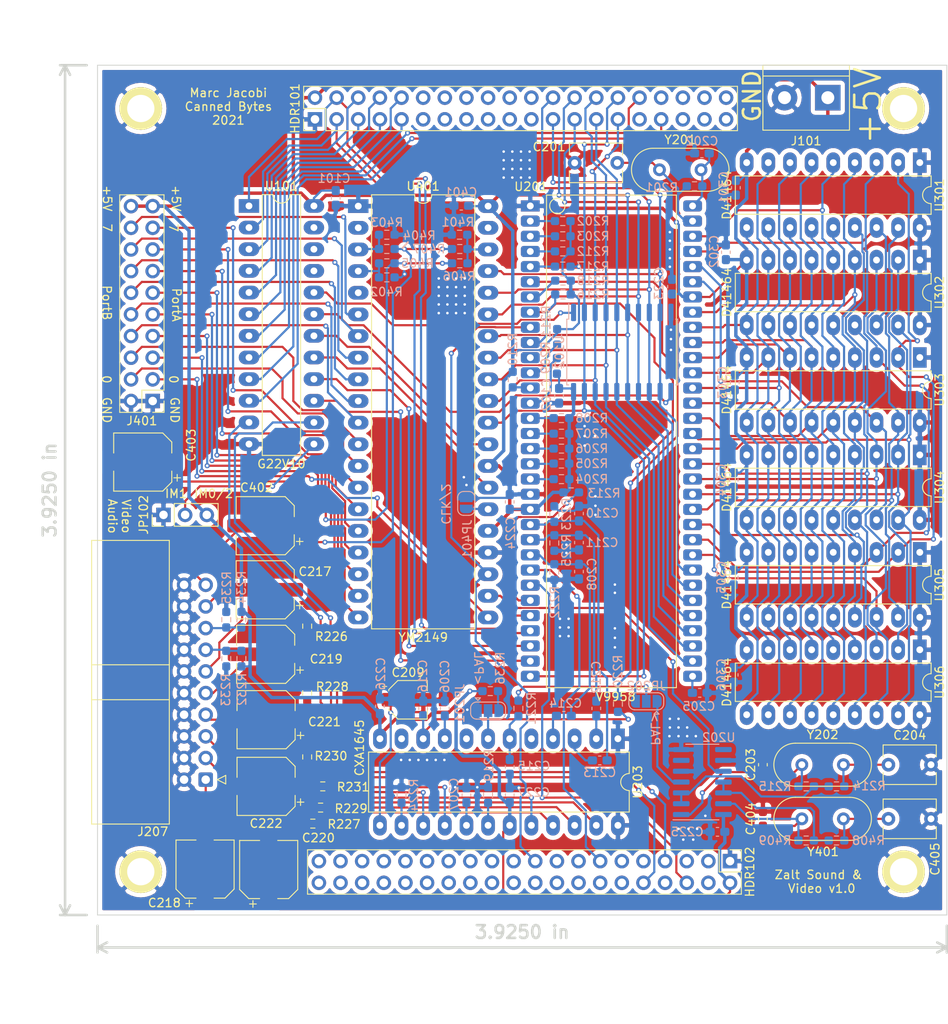
<source format=kicad_pcb>
(kicad_pcb (version 20171130) (host pcbnew "(5.1.8)-1")
  (layers (0 F.Cu signal) (31 B.Cu signal) (34 B.Paste user) (35 F.Paste user) (36 B.SilkS user) (37 F.SilkS user) (38 B.Mask user) (39 F.Mask user) (44 Edge.Cuts user))
  (net 0 "")
  (net 1 /A0)
  (net 2 /A1)
  (net 3 /A2)
  (net 4 /A3)
  (net 5 /A4)
  (net 6 /A5)
  (net 7 /A6)
  (net 8 /A7)
  (net 9 /D0)
  (net 10 /D1)
  (net 11 /D2)
  (net 12 /D3)
  (net 13 /D4)
  (net 14 /D5)
  (net 15 /D6)
  (net 16 /D7)
  (net 17 GND)
  (net 18 +5V)
  (net 19 "Net-(C201-Pad1)")
  (net 20 "Net-(C202-Pad1)")
  (net 21 "Net-(C203-Pad1)")
  (net 22 "Net-(C205-Pad1)")
  (net 23 "Net-(C206-Pad1)")
  (net 24 "Net-(C207-Pad1)")
  (net 25 /VDP/Bin)
  (net 26 "Net-(C209-Pad1)")
  (net 27 /VDP/Gin)
  (net 28 /VDP/Rin)
  (net 29 /VDP/Rout)
  (net 30 /VDP/Gout)
  (net 31 /VDP/Bout)
  (net 32 /VDP/CARout)
  (net 33 /VDP/SYNCout)
  (net 34 "Net-(HDR102-Pad3)")
  (net 35 "Net-(HDR102-Pad4)")
  (net 36 "Net-(HDR102-Pad5)")
  (net 37 /~WAIT)
  (net 38 /~M1)
  (net 39 "Net-(HDR102-Pad8)")
  (net 40 "Net-(HDR102-Pad9)")
  (net 41 /~IOREQ)
  (net 42 /~RD)
  (net 43 /~WR)
  (net 44 /~INT)
  (net 45 "Net-(HDR102-Pad14)")
  (net 46 "Net-(HDR102-Pad15)")
  (net 47 "Net-(HDR102-Pad16)")
  (net 48 "Net-(HDR102-Pad17)")
  (net 49 "Net-(HDR102-Pad18)")
  (net 50 /~RST)
  (net 51 "Net-(HDR102-Pad20)")
  (net 52 "Net-(HDR102-Pad21)")
  (net 53 "Net-(HDR102-Pad22)")
  (net 54 "Net-(HDR102-Pad23)")
  (net 55 "Net-(HDR102-Pad24)")
  (net 56 "Net-(HDR102-Pad25)")
  (net 57 "Net-(HDR102-Pad26)")
  (net 58 "Net-(HDR102-Pad27)")
  (net 59 "Net-(HDR102-Pad28)")
  (net 60 "Net-(HDR102-Pad29)")
  (net 61 "Net-(HDR102-Pad30)")
  (net 62 "Net-(HDR102-Pad31)")
  (net 63 "Net-(HDR102-Pad32)")
  (net 64 "Net-(HDR102-Pad33)")
  (net 65 "Net-(HDR102-Pad34)")
  (net 66 "Net-(HDR102-Pad35)")
  (net 67 "Net-(HDR102-Pad36)")
  (net 68 "Net-(HDR102-Pad37)")
  (net 69 "Net-(HDR102-Pad38)")
  (net 70 "Net-(HDR102-Pad39)")
  (net 71 "Net-(HDR102-Pad40)")
  (net 72 "Net-(JP201-Pad2)")
  (net 73 /VDP/CAR-NTSC)
  (net 74 /VDP/CAR-PAL)
  (net 75 "Net-(R202-Pad2)")
  (net 76 "Net-(R203-Pad2)")
  (net 77 "Net-(R204-Pad2)")
  (net 78 "Net-(R205-Pad2)")
  (net 79 "Net-(R206-Pad2)")
  (net 80 "Net-(R207-Pad2)")
  (net 81 "Net-(R208-Pad2)")
  (net 82 "Net-(R209-Pad2)")
  (net 83 "Net-(R210-Pad2)")
  (net 84 "Net-(R211-Pad2)")
  (net 85 "Net-(R212-Pad2)")
  (net 86 "Net-(R213-Pad2)")
  (net 87 "Net-(R214-Pad1)")
  (net 88 "Net-(R216-Pad2)")
  (net 89 "Net-(R217-Pad1)")
  (net 90 "Net-(R218-Pad2)")
  (net 91 "Net-(R219-Pad1)")
  (net 92 /VDP/SYNCin)
  (net 93 "Net-(R224-Pad1)")
  (net 94 "Net-(R226-Pad1)")
  (net 95 "Net-(R227-Pad1)")
  (net 96 "Net-(R228-Pad1)")
  (net 97 "Net-(R229-Pad1)")
  (net 98 "Net-(R230-Pad1)")
  (net 99 "Net-(R231-Pad1)")
  (net 100 /~IVOE)
  (net 101 /IVL)
  (net 102 /~VDP_WR)
  (net 103 /~VDP_RD)
  (net 104 /VDP/VRAM/RD0)
  (net 105 /VDP/VRAM/RD1)
  (net 106 "Net-(U201-Pad11)")
  (net 107 /VDP/VRAM/RD2)
  (net 108 /VDP/VRAM/RD3)
  (net 109 /VDP/VRAM/RD4)
  (net 110 /VDP/VRAM/RD5)
  (net 111 /VDP/VRAM/RD6)
  (net 112 /VDP/VRAM/RD7)
  (net 113 /VDP/VRAM/AD0)
  (net 114 /VDP/VRAM/AD1)
  (net 115 /VDP/VRAM/AD2)
  (net 116 /VDP/VRAM/AD3)
  (net 117 /VDP/VRAM/AD4)
  (net 118 /VDP/VRAM/AD5)
  (net 119 /VDP/VRAM/AD6)
  (net 120 /VDP/VRAM/AD7)
  (net 121 /VDP/VRAM/R~W)
  (net 122 /VDP/VRAM/~CASx)
  (net 123 /VDP/VRAM/~CAS2)
  (net 124 /VDP/VRAM/~CAS1)
  (net 125 /VDP/VRAM/~RAS)
  (net 126 "Net-(U202-Pad6)")
  (net 127 "Net-(U202-Pad8)")
  (net 128 "Net-(U203-Pad8)")
  (net 129 "Net-(HDR101-Pad11)")
  (net 130 "Net-(HDR101-Pad12)")
  (net 131 "Net-(HDR101-Pad13)")
  (net 132 "Net-(HDR101-Pad14)")
  (net 133 "Net-(HDR101-Pad15)")
  (net 134 "Net-(HDR101-Pad16)")
  (net 135 "Net-(HDR101-Pad17)")
  (net 136 "Net-(HDR101-Pad18)")
  (net 137 "Net-(HDR101-Pad19)")
  (net 138 "Net-(HDR101-Pad20)")
  (net 139 "Net-(HDR101-Pad21)")
  (net 140 "Net-(HDR101-Pad22)")
  (net 141 "Net-(HDR101-Pad31)")
  (net 142 "Net-(HDR101-Pad34)")
  (net 143 "Net-(HDR101-Pad35)")
  (net 144 "Net-(HDR101-Pad36)")
  (net 145 "Net-(HDR101-Pad37)")
  (net 146 "Net-(HDR101-Pad38)")
  (net 147 "Net-(HDR101-Pad39)")
  (net 148 "Net-(HDR101-Pad40)")
  (net 149 "Net-(C204-Pad1)")
  (net 150 "Net-(C217-Pad1)")
  (net 151 /VDP/LUMA)
  (net 152 /VDP/RED)
  (net 153 "Net-(C218-Pad1)")
  (net 154 /VDP/CHROMA)
  (net 155 "Net-(C219-Pad1)")
  (net 156 "Net-(C220-Pad1)")
  (net 157 /VDP/GREEN)
  (net 158 "Net-(C221-Pad1)")
  (net 159 /VDP/COMP)
  (net 160 /VDP/BLUE)
  (net 161 "Net-(C222-Pad1)")
  (net 162 "Net-(JP201-Pad3)")
  (net 163 "Net-(JP202-Pad2)")
  (net 164 /VDP/AV)
  (net 165 /VDP/YS)
  (net 166 "Net-(C402-Pad1)")
  (net 167 /SoundGen/AudioL)
  (net 168 /SoundGen/AudioR)
  (net 169 "Net-(C403-Pad1)")
  (net 170 "Net-(J401-Pad3)")
  (net 171 "Net-(J401-Pad5)")
  (net 172 "Net-(J401-Pad7)")
  (net 173 "Net-(J401-Pad9)")
  (net 174 "Net-(J401-Pad11)")
  (net 175 "Net-(J401-Pad13)")
  (net 176 "Net-(J401-Pad15)")
  (net 177 "Net-(J401-Pad17)")
  (net 178 "Net-(J401-Pad4)")
  (net 179 "Net-(J401-Pad6)")
  (net 180 "Net-(J401-Pad8)")
  (net 181 "Net-(J401-Pad10)")
  (net 182 "Net-(J401-Pad12)")
  (net 183 "Net-(J401-Pad14)")
  (net 184 "Net-(J401-Pad16)")
  (net 185 "Net-(J401-Pad18)")
  (net 186 /SoundGen/C)
  (net 187 /SoundGen/B)
  (net 188 /SoundGen/A)
  (net 189 /BC1)
  (net 190 /BDIR)
  (net 191 "Net-(U401-Pad2)")
  (net 192 "Net-(U401-Pad5)")
  (net 193 "Net-(JP401-Pad2)")
  (net 194 "Net-(U401-Pad39)")
  (net 195 "Net-(HDR102-Pad11)")
  (net 196 "Net-(HDR102-Pad12)")
  (net 197 "Net-(U101-Pad21)")
  (net 198 "Net-(U101-Pad22)")
  (net 199 "Net-(U101-Pad23)")
  (net 200 "Net-(C404-Pad1)")
  (net 201 "Net-(C405-Pad1)")
  (net 202 "Net-(R408-Pad1)")
  (net 203 /SoundGen/CLK)
  (net 204 "Net-(JP102-Pad2)")
  (module Resistor_SMD:R_0603_1608Metric_Pad0.98x0.95mm_HandSolder (layer F.Cu) (at 70.9676 215.773 90)
    (fp_text reference R230 (at 0.1016 2.794 180) (layer F.SilkS))
    (fp_text value 75)
    (pad 1 smd roundrect (at -0.9125 0 90) (size 0.975 0.95) (layers F.Cu F.Paste F.Mask) (net 98 "Net-(R230-Pad1)"))
    (pad 2 smd roundrect (at 0.9125 0 90) (size 0.975 0.95) (layers F.Cu F.Paste F.Mask) (net 158 "Net-(C221-Pad1)"))
  )
  (module Capacitor_THT:C_Disc_D6.0mm_W4.4mm_P5.00mm (layer F.Cu) (at 107.3658 146.0754 180)
    (fp_text reference C201 (at 8.001 1.8796) (layer F.SilkS))
    (fp_text value 30pF)
    (pad 2 thru_hole circle (at 5 0 180) (size 1.6 1.6) (drill 0.8) (layers *.Cu *.Mask) (net 17 GND))
    (pad 1 thru_hole circle (at 0 0 180) (size 1.6 1.6) (drill 0.8) (layers *.Cu *.Mask) (net 19 "Net-(C201-Pad1)"))
  )
  (module DIP178:DIP-64_1.78mm_W19.05mm (layer F.Cu) (at 97.155 151.13)
    (fp_text reference U201 (at 0.0762 -2.2606) (layer F.SilkS))
    (fp_text value V9958 (at 10.033 57.5818) (layer F.SilkS))
    (pad 1 thru_hole rect (at 0 0) (size 2.2 1.3) (drill 0.8) (layers *.Cu *.Mask) (net 17 GND))
    (pad 2 thru_hole roundrect (at 0 1.78) (size 2.2 1.3) (drill 0.8) (layers *.Cu *.Mask) (net 75 "Net-(R202-Pad2)"))
    (pad 3 thru_hole roundrect (at 0 3.56) (size 2.2 1.3) (drill 0.8) (layers *.Cu *.Mask) (net 76 "Net-(R203-Pad2)"))
    (pad 4 thru_hole roundrect (at 0 5.34) (size 2.2 1.3) (drill 0.8) (layers *.Cu *.Mask) (net 85 "Net-(R212-Pad2)"))
    (pad 5 thru_hole roundrect (at 0 7.12) (size 2.2 1.3) (drill 0.8) (layers *.Cu *.Mask) (net 89 "Net-(R217-Pad1)"))
    (pad 6 thru_hole roundrect (at 0 8.9) (size 2.2 1.3) (drill 0.8) (layers *.Cu *.Mask) (net 92 /VDP/SYNCin))
    (pad 7 thru_hole roundrect (at 0 10.68) (size 2.2 1.3) (drill 0.8) (layers *.Cu *.Mask) (net 90 "Net-(R218-Pad2)"))
    (pad 8 thru_hole roundrect (at 0 12.46) (size 2.2 1.3) (drill 0.8) (layers *.Cu *.Mask) (net 73 /VDP/CAR-NTSC))
    (pad 9 thru_hole roundrect (at 0 14.24) (size 2.2 1.3) (drill 0.8) (layers *.Cu *.Mask) (net 50 /~RST))
    (pad 10 thru_hole roundrect (at 0 16.02) (size 2.2 1.3) (drill 0.8) (layers *.Cu *.Mask) (net 88 "Net-(R216-Pad2)"))
    (pad 11 thru_hole roundrect (at 0 17.8) (size 2.2 1.3) (drill 0.8) (layers *.Cu *.Mask) (net 106 "Net-(U201-Pad11)"))
    (pad 12 thru_hole roundrect (at 0 19.58) (size 2.2 1.3) (drill 0.8) (layers *.Cu *.Mask) (net 84 "Net-(R211-Pad2)"))
    (pad 13 thru_hole roundrect (at 0 21.36) (size 2.2 1.3) (drill 0.8) (layers *.Cu *.Mask) (net 83 "Net-(R210-Pad2)"))
    (pad 14 thru_hole roundrect (at 0 23.14) (size 2.2 1.3) (drill 0.8) (layers *.Cu *.Mask) (net 82 "Net-(R209-Pad2)"))
    (pad 15 thru_hole roundrect (at 0 24.92) (size 2.2 1.3) (drill 0.8) (layers *.Cu *.Mask) (net 81 "Net-(R208-Pad2)"))
    (pad 16 thru_hole roundrect (at 0 26.7) (size 2.2 1.3) (drill 0.8) (layers *.Cu *.Mask) (net 80 "Net-(R207-Pad2)"))
    (pad 17 thru_hole roundrect (at 0 28.48) (size 2.2 1.3) (drill 0.8) (layers *.Cu *.Mask) (net 79 "Net-(R206-Pad2)"))
    (pad 18 thru_hole roundrect (at 0 30.26) (size 2.2 1.3) (drill 0.8) (layers *.Cu *.Mask) (net 78 "Net-(R205-Pad2)"))
    (pad 19 thru_hole roundrect (at 0 32.04) (size 2.2 1.3) (drill 0.8) (layers *.Cu *.Mask) (net 77 "Net-(R204-Pad2)"))
    (pad 20 thru_hole roundrect (at 0 33.82) (size 2.2 1.3) (drill 0.8) (layers *.Cu *.Mask) (net 17 GND))
    (pad 21 thru_hole roundrect (at 0 35.6) (size 2.2 1.3) (drill 0.8) (layers *.Cu *.Mask) (net 18 +5V))
    (pad 22 thru_hole roundrect (at 0 37.38) (size 2.2 1.3) (drill 0.8) (layers *.Cu *.Mask) (net 27 /VDP/Gin))
    (pad 23 thru_hole roundrect (at 0 39.16) (size 2.2 1.3) (drill 0.8) (layers *.Cu *.Mask) (net 28 /VDP/Rin))
    (pad 24 thru_hole roundrect (at 0 40.94) (size 2.2 1.3) (drill 0.8) (layers *.Cu *.Mask) (net 25 /VDP/Bin))
    (pad 25 thru_hole roundrect (at 0 42.72) (size 2.2 1.3) (drill 0.8) (layers *.Cu *.Mask) (net 44 /~INT))
    (pad 26 thru_hole roundrect (at 0 44.5) (size 2.2 1.3) (drill 0.8) (layers *.Cu *.Mask) (net 37 /~WAIT))
    (pad 27 thru_hole roundrect (at 0 46.28) (size 2.2 1.3) (drill 0.8) (layers *.Cu *.Mask) (net 86 "Net-(R213-Pad2)"))
    (pad 28 thru_hole roundrect (at 0 48.06) (size 2.2 1.3) (drill 0.8) (layers *.Cu *.Mask) (net 2 /A1))
    (pad 29 thru_hole roundrect (at 0 49.84) (size 2.2 1.3) (drill 0.8) (layers *.Cu *.Mask) (net 1 /A0))
    (pad 30 thru_hole roundrect (at 0 51.62) (size 2.2 1.3) (drill 0.8) (layers *.Cu *.Mask) (net 102 /~VDP_WR))
    (pad 31 thru_hole roundrect (at 0 53.4) (size 2.2 1.3) (drill 0.8) (layers *.Cu *.Mask) (net 103 /~VDP_RD))
    (pad 32 thru_hole roundrect (at 0 55.18) (size 2.2 1.3) (drill 0.8) (layers *.Cu *.Mask) (net 16 /D7))
    (pad 64 thru_hole roundrect (at 19.05 0) (size 2.2 1.3) (drill 0.8) (layers *.Cu *.Mask) (net 20 "Net-(C202-Pad1)"))
    (pad 63 thru_hole roundrect (at 19.05 1.78) (size 2.2 1.3) (drill 0.8) (layers *.Cu *.Mask) (net 19 "Net-(C201-Pad1)"))
    (pad 62 thru_hole roundrect (at 19.05 3.56) (size 2.2 1.3) (drill 0.8) (layers *.Cu *.Mask) (net 125 /VDP/VRAM/~RAS))
    (pad 61 thru_hole roundrect (at 19.05 5.34) (size 2.2 1.3) (drill 0.8) (layers *.Cu *.Mask) (net 124 /VDP/VRAM/~CAS1))
    (pad 60 thru_hole roundrect (at 19.05 7.12) (size 2.2 1.3) (drill 0.8) (layers *.Cu *.Mask) (net 123 /VDP/VRAM/~CAS2))
    (pad 59 thru_hole roundrect (at 19.05 8.9) (size 2.2 1.3) (drill 0.8) (layers *.Cu *.Mask) (net 122 /VDP/VRAM/~CASx))
    (pad 58 thru_hole roundrect (at 19.05 10.68) (size 2.2 1.3) (drill 0.8) (layers *.Cu *.Mask) (net 18 +5V))
    (pad 57 thru_hole roundrect (at 19.05 12.46) (size 2.2 1.3) (drill 0.8) (layers *.Cu *.Mask) (net 121 /VDP/VRAM/R~W))
    (pad 56 thru_hole roundrect (at 19.05 14.24) (size 2.2 1.3) (drill 0.8) (layers *.Cu *.Mask) (net 120 /VDP/VRAM/AD7))
    (pad 55 thru_hole roundrect (at 19.05 16.02) (size 2.2 1.3) (drill 0.8) (layers *.Cu *.Mask) (net 119 /VDP/VRAM/AD6))
    (pad 54 thru_hole roundrect (at 19.05 17.8) (size 2.2 1.3) (drill 0.8) (layers *.Cu *.Mask) (net 118 /VDP/VRAM/AD5))
    (pad 53 thru_hole roundrect (at 19.05 19.58) (size 2.2 1.3) (drill 0.8) (layers *.Cu *.Mask) (net 117 /VDP/VRAM/AD4))
    (pad 52 thru_hole roundrect (at 19.05 21.36) (size 2.2 1.3) (drill 0.8) (layers *.Cu *.Mask) (net 116 /VDP/VRAM/AD3))
    (pad 51 thru_hole roundrect (at 19.05 23.14) (size 2.2 1.3) (drill 0.8) (layers *.Cu *.Mask) (net 115 /VDP/VRAM/AD2))
    (pad 50 thru_hole roundrect (at 19.05 24.92) (size 2.2 1.3) (drill 0.8) (layers *.Cu *.Mask) (net 114 /VDP/VRAM/AD1))
    (pad 49 thru_hole roundrect (at 19.05 26.7) (size 2.2 1.3) (drill 0.8) (layers *.Cu *.Mask) (net 113 /VDP/VRAM/AD0))
    (pad 48 thru_hole roundrect (at 19.05 28.48) (size 2.2 1.3) (drill 0.8) (layers *.Cu *.Mask) (net 112 /VDP/VRAM/RD7))
    (pad 47 thru_hole roundrect (at 19.05 30.26) (size 2.2 1.3) (drill 0.8) (layers *.Cu *.Mask) (net 111 /VDP/VRAM/RD6))
    (pad 46 thru_hole roundrect (at 19.05 32.04) (size 2.2 1.3) (drill 0.8) (layers *.Cu *.Mask) (net 110 /VDP/VRAM/RD5))
    (pad 45 thru_hole roundrect (at 19.05 33.82) (size 2.2 1.3) (drill 0.8) (layers *.Cu *.Mask) (net 109 /VDP/VRAM/RD4))
    (pad 44 thru_hole roundrect (at 19.05 35.6) (size 2.2 1.3) (drill 0.8) (layers *.Cu *.Mask) (net 108 /VDP/VRAM/RD3))
    (pad 43 thru_hole roundrect (at 19.05 37.38) (size 2.2 1.3) (drill 0.8) (layers *.Cu *.Mask) (net 107 /VDP/VRAM/RD2))
    (pad 42 thru_hole roundrect (at 19.05 39.16) (size 2.2 1.3) (drill 0.8) (layers *.Cu *.Mask) (net 105 /VDP/VRAM/RD1))
    (pad 41 thru_hole roundrect (at 19.05 40.94) (size 2.2 1.3) (drill 0.8) (layers *.Cu *.Mask) (net 104 /VDP/VRAM/RD0))
    (pad 40 thru_hole roundrect (at 19.05 42.72) (size 2.2 1.3) (drill 0.8) (layers *.Cu *.Mask) (net 9 /D0))
    (pad 39 thru_hole roundrect (at 19.05 44.5) (size 2.2 1.3) (drill 0.8) (layers *.Cu *.Mask) (net 10 /D1))
    (pad 38 thru_hole roundrect (at 19.05 46.28) (size 2.2 1.3) (drill 0.8) (layers *.Cu *.Mask) (net 11 /D2))
    (pad 37 thru_hole roundrect (at 19.05 48.06) (size 2.2 1.3) (drill 0.8) (layers *.Cu *.Mask) (net 12 /D3))
    (pad 36 thru_hole roundrect (at 19.05 49.84) (size 2.2 1.3) (drill 0.8) (layers *.Cu *.Mask) (net 13 /D4))
    (pad 35 thru_hole roundrect (at 19.05 51.62) (size 2.2 1.3) (drill 0.8) (layers *.Cu *.Mask) (net 14 /D5))
    (pad 34 thru_hole roundrect (at 19.05 53.4) (size 2.2 1.3) (drill 0.8) (layers *.Cu *.Mask) (net 15 /D6))
    (pad 33 thru_hole roundrect (at 19.05 55.18) (size 2.2 1.3) (drill 0.8) (layers *.Cu *.Mask) (net 22 "Net-(C205-Pad1)"))
  )
  (module Package_DIP:DIP-18_W7.62mm_LongPads (layer F.Cu) (at 142.875 146.05 270)
    (fp_text reference U301 (at 3.81 -2.33 270) (layer F.SilkS))
    (fp_text value D41464 (at 3.81 22.65 90) (layer F.SilkS))
    (pad 1 thru_hole rect (at 0 0 270) (size 2.4 1.6) (drill 0.8) (layers *.Cu *.Mask) (net 17 GND))
    (pad 10 thru_hole oval (at 7.62 20.32 270) (size 2.4 1.6) (drill 0.8) (layers *.Cu *.Mask) (net 120 /VDP/VRAM/AD7))
    (pad 2 thru_hole oval (at 0 2.54 270) (size 2.4 1.6) (drill 0.8) (layers *.Cu *.Mask) (net 104 /VDP/VRAM/RD0))
    (pad 11 thru_hole oval (at 7.62 17.78 270) (size 2.4 1.6) (drill 0.8) (layers *.Cu *.Mask) (net 116 /VDP/VRAM/AD3))
    (pad 3 thru_hole oval (at 0 5.08 270) (size 2.4 1.6) (drill 0.8) (layers *.Cu *.Mask) (net 105 /VDP/VRAM/RD1))
    (pad 12 thru_hole oval (at 7.62 15.24 270) (size 2.4 1.6) (drill 0.8) (layers *.Cu *.Mask) (net 115 /VDP/VRAM/AD2))
    (pad 4 thru_hole oval (at 0 7.62 270) (size 2.4 1.6) (drill 0.8) (layers *.Cu *.Mask) (net 121 /VDP/VRAM/R~W))
    (pad 13 thru_hole oval (at 7.62 12.7 270) (size 2.4 1.6) (drill 0.8) (layers *.Cu *.Mask) (net 114 /VDP/VRAM/AD1))
    (pad 5 thru_hole oval (at 0 10.16 270) (size 2.4 1.6) (drill 0.8) (layers *.Cu *.Mask) (net 125 /VDP/VRAM/~RAS))
    (pad 14 thru_hole oval (at 7.62 10.16 270) (size 2.4 1.6) (drill 0.8) (layers *.Cu *.Mask) (net 113 /VDP/VRAM/AD0))
    (pad 6 thru_hole oval (at 0 12.7 270) (size 2.4 1.6) (drill 0.8) (layers *.Cu *.Mask) (net 119 /VDP/VRAM/AD6))
    (pad 15 thru_hole oval (at 7.62 7.62 270) (size 2.4 1.6) (drill 0.8) (layers *.Cu *.Mask) (net 107 /VDP/VRAM/RD2))
    (pad 7 thru_hole oval (at 0 15.24 270) (size 2.4 1.6) (drill 0.8) (layers *.Cu *.Mask) (net 118 /VDP/VRAM/AD5))
    (pad 16 thru_hole oval (at 7.62 5.08 270) (size 2.4 1.6) (drill 0.8) (layers *.Cu *.Mask) (net 124 /VDP/VRAM/~CAS1))
    (pad 8 thru_hole oval (at 0 17.78 270) (size 2.4 1.6) (drill 0.8) (layers *.Cu *.Mask) (net 117 /VDP/VRAM/AD4))
    (pad 17 thru_hole oval (at 7.62 2.54 270) (size 2.4 1.6) (drill 0.8) (layers *.Cu *.Mask) (net 108 /VDP/VRAM/RD3))
    (pad 9 thru_hole oval (at 0 20.32 270) (size 2.4 1.6) (drill 0.8) (layers *.Cu *.Mask) (net 18 +5V))
    (pad 18 thru_hole oval (at 7.62 0 270) (size 2.4 1.6) (drill 0.8) (layers *.Cu *.Mask) (net 17 GND))
  )
  (module Package_DIP:DIP-18_W7.62mm_LongPads (layer F.Cu) (at 142.875 157.48 270)
    (fp_text reference U302 (at 3.81 -2.33 90) (layer F.SilkS))
    (fp_text value D41464 (at 3.81 22.65 90) (layer F.SilkS))
    (pad 18 thru_hole oval (at 7.62 0 270) (size 2.4 1.6) (drill 0.8) (layers *.Cu *.Mask) (net 17 GND))
    (pad 9 thru_hole oval (at 0 20.32 270) (size 2.4 1.6) (drill 0.8) (layers *.Cu *.Mask) (net 18 +5V))
    (pad 17 thru_hole oval (at 7.62 2.54 270) (size 2.4 1.6) (drill 0.8) (layers *.Cu *.Mask) (net 112 /VDP/VRAM/RD7))
    (pad 8 thru_hole oval (at 0 17.78 270) (size 2.4 1.6) (drill 0.8) (layers *.Cu *.Mask) (net 117 /VDP/VRAM/AD4))
    (pad 16 thru_hole oval (at 7.62 5.08 270) (size 2.4 1.6) (drill 0.8) (layers *.Cu *.Mask) (net 124 /VDP/VRAM/~CAS1))
    (pad 7 thru_hole oval (at 0 15.24 270) (size 2.4 1.6) (drill 0.8) (layers *.Cu *.Mask) (net 118 /VDP/VRAM/AD5))
    (pad 15 thru_hole oval (at 7.62 7.62 270) (size 2.4 1.6) (drill 0.8) (layers *.Cu *.Mask) (net 111 /VDP/VRAM/RD6))
    (pad 6 thru_hole oval (at 0 12.7 270) (size 2.4 1.6) (drill 0.8) (layers *.Cu *.Mask) (net 119 /VDP/VRAM/AD6))
    (pad 14 thru_hole oval (at 7.62 10.16 270) (size 2.4 1.6) (drill 0.8) (layers *.Cu *.Mask) (net 113 /VDP/VRAM/AD0))
    (pad 5 thru_hole oval (at 0 10.16 270) (size 2.4 1.6) (drill 0.8) (layers *.Cu *.Mask) (net 125 /VDP/VRAM/~RAS))
    (pad 13 thru_hole oval (at 7.62 12.7 270) (size 2.4 1.6) (drill 0.8) (layers *.Cu *.Mask) (net 114 /VDP/VRAM/AD1))
    (pad 4 thru_hole oval (at 0 7.62 270) (size 2.4 1.6) (drill 0.8) (layers *.Cu *.Mask) (net 121 /VDP/VRAM/R~W))
    (pad 12 thru_hole oval (at 7.62 15.24 270) (size 2.4 1.6) (drill 0.8) (layers *.Cu *.Mask) (net 115 /VDP/VRAM/AD2))
    (pad 3 thru_hole oval (at 0 5.08 270) (size 2.4 1.6) (drill 0.8) (layers *.Cu *.Mask) (net 110 /VDP/VRAM/RD5))
    (pad 11 thru_hole oval (at 7.62 17.78 270) (size 2.4 1.6) (drill 0.8) (layers *.Cu *.Mask) (net 116 /VDP/VRAM/AD3))
    (pad 2 thru_hole oval (at 0 2.54 270) (size 2.4 1.6) (drill 0.8) (layers *.Cu *.Mask) (net 109 /VDP/VRAM/RD4))
    (pad 10 thru_hole oval (at 7.62 20.32 270) (size 2.4 1.6) (drill 0.8) (layers *.Cu *.Mask) (net 120 /VDP/VRAM/AD7))
    (pad 1 thru_hole rect (at 0 0 270) (size 2.4 1.6) (drill 0.8) (layers *.Cu *.Mask) (net 17 GND))
  )
  (module Package_DIP:DIP-18_W7.62mm_LongPads (layer F.Cu) (at 142.875 180.34 270)
    (fp_text reference U304 (at 3.81 -2.33 90) (layer F.SilkS))
    (fp_text value D41464 (at 3.81 22.65 90) (layer F.SilkS))
    (pad 18 thru_hole oval (at 7.62 0 270) (size 2.4 1.6) (drill 0.8) (layers *.Cu *.Mask) (net 17 GND))
    (pad 9 thru_hole oval (at 0 20.32 270) (size 2.4 1.6) (drill 0.8) (layers *.Cu *.Mask) (net 18 +5V))
    (pad 17 thru_hole oval (at 7.62 2.54 270) (size 2.4 1.6) (drill 0.8) (layers *.Cu *.Mask) (net 112 /VDP/VRAM/RD7))
    (pad 8 thru_hole oval (at 0 17.78 270) (size 2.4 1.6) (drill 0.8) (layers *.Cu *.Mask) (net 117 /VDP/VRAM/AD4))
    (pad 16 thru_hole oval (at 7.62 5.08 270) (size 2.4 1.6) (drill 0.8) (layers *.Cu *.Mask) (net 123 /VDP/VRAM/~CAS2))
    (pad 7 thru_hole oval (at 0 15.24 270) (size 2.4 1.6) (drill 0.8) (layers *.Cu *.Mask) (net 118 /VDP/VRAM/AD5))
    (pad 15 thru_hole oval (at 7.62 7.62 270) (size 2.4 1.6) (drill 0.8) (layers *.Cu *.Mask) (net 111 /VDP/VRAM/RD6))
    (pad 6 thru_hole oval (at 0 12.7 270) (size 2.4 1.6) (drill 0.8) (layers *.Cu *.Mask) (net 119 /VDP/VRAM/AD6))
    (pad 14 thru_hole oval (at 7.62 10.16 270) (size 2.4 1.6) (drill 0.8) (layers *.Cu *.Mask) (net 113 /VDP/VRAM/AD0))
    (pad 5 thru_hole oval (at 0 10.16 270) (size 2.4 1.6) (drill 0.8) (layers *.Cu *.Mask) (net 125 /VDP/VRAM/~RAS))
    (pad 13 thru_hole oval (at 7.62 12.7 270) (size 2.4 1.6) (drill 0.8) (layers *.Cu *.Mask) (net 114 /VDP/VRAM/AD1))
    (pad 4 thru_hole oval (at 0 7.62 270) (size 2.4 1.6) (drill 0.8) (layers *.Cu *.Mask) (net 121 /VDP/VRAM/R~W))
    (pad 12 thru_hole oval (at 7.62 15.24 270) (size 2.4 1.6) (drill 0.8) (layers *.Cu *.Mask) (net 115 /VDP/VRAM/AD2))
    (pad 3 thru_hole oval (at 0 5.08 270) (size 2.4 1.6) (drill 0.8) (layers *.Cu *.Mask) (net 110 /VDP/VRAM/RD5))
    (pad 11 thru_hole oval (at 7.62 17.78 270) (size 2.4 1.6) (drill 0.8) (layers *.Cu *.Mask) (net 116 /VDP/VRAM/AD3))
    (pad 2 thru_hole oval (at 0 2.54 270) (size 2.4 1.6) (drill 0.8) (layers *.Cu *.Mask) (net 109 /VDP/VRAM/RD4))
    (pad 10 thru_hole oval (at 7.62 20.32 270) (size 2.4 1.6) (drill 0.8) (layers *.Cu *.Mask) (net 120 /VDP/VRAM/AD7))
    (pad 1 thru_hole rect (at 0 0 270) (size 2.4 1.6) (drill 0.8) (layers *.Cu *.Mask) (net 17 GND))
  )
  (module Package_DIP:DIP-18_W7.62mm_LongPads (layer F.Cu) (at 142.875 203.2 270)
    (fp_text reference U306 (at 3.81 -2.33 90) (layer F.SilkS))
    (fp_text value D41464 (at 3.81 22.65 90) (layer F.SilkS))
    (pad 18 thru_hole oval (at 7.62 0 270) (size 2.4 1.6) (drill 0.8) (layers *.Cu *.Mask) (net 17 GND))
    (pad 9 thru_hole oval (at 0 20.32 270) (size 2.4 1.6) (drill 0.8) (layers *.Cu *.Mask) (net 18 +5V))
    (pad 17 thru_hole oval (at 7.62 2.54 270) (size 2.4 1.6) (drill 0.8) (layers *.Cu *.Mask) (net 112 /VDP/VRAM/RD7))
    (pad 8 thru_hole oval (at 0 17.78 270) (size 2.4 1.6) (drill 0.8) (layers *.Cu *.Mask) (net 117 /VDP/VRAM/AD4))
    (pad 16 thru_hole oval (at 7.62 5.08 270) (size 2.4 1.6) (drill 0.8) (layers *.Cu *.Mask) (net 122 /VDP/VRAM/~CASx))
    (pad 7 thru_hole oval (at 0 15.24 270) (size 2.4 1.6) (drill 0.8) (layers *.Cu *.Mask) (net 118 /VDP/VRAM/AD5))
    (pad 15 thru_hole oval (at 7.62 7.62 270) (size 2.4 1.6) (drill 0.8) (layers *.Cu *.Mask) (net 111 /VDP/VRAM/RD6))
    (pad 6 thru_hole oval (at 0 12.7 270) (size 2.4 1.6) (drill 0.8) (layers *.Cu *.Mask) (net 119 /VDP/VRAM/AD6))
    (pad 14 thru_hole oval (at 7.62 10.16 270) (size 2.4 1.6) (drill 0.8) (layers *.Cu *.Mask) (net 113 /VDP/VRAM/AD0))
    (pad 5 thru_hole oval (at 0 10.16 270) (size 2.4 1.6) (drill 0.8) (layers *.Cu *.Mask) (net 125 /VDP/VRAM/~RAS))
    (pad 13 thru_hole oval (at 7.62 12.7 270) (size 2.4 1.6) (drill 0.8) (layers *.Cu *.Mask) (net 114 /VDP/VRAM/AD1))
    (pad 4 thru_hole oval (at 0 7.62 270) (size 2.4 1.6) (drill 0.8) (layers *.Cu *.Mask) (net 121 /VDP/VRAM/R~W))
    (pad 12 thru_hole oval (at 7.62 15.24 270) (size 2.4 1.6) (drill 0.8) (layers *.Cu *.Mask) (net 115 /VDP/VRAM/AD2))
    (pad 3 thru_hole oval (at 0 5.08 270) (size 2.4 1.6) (drill 0.8) (layers *.Cu *.Mask) (net 110 /VDP/VRAM/RD5))
    (pad 11 thru_hole oval (at 7.62 17.78 270) (size 2.4 1.6) (drill 0.8) (layers *.Cu *.Mask) (net 116 /VDP/VRAM/AD3))
    (pad 2 thru_hole oval (at 0 2.54 270) (size 2.4 1.6) (drill 0.8) (layers *.Cu *.Mask) (net 109 /VDP/VRAM/RD4))
    (pad 10 thru_hole oval (at 7.62 20.32 270) (size 2.4 1.6) (drill 0.8) (layers *.Cu *.Mask) (net 120 /VDP/VRAM/AD7))
    (pad 1 thru_hole rect (at 0 0 270) (size 2.4 1.6) (drill 0.8) (layers *.Cu *.Mask) (net 17 GND))
  )
  (module 1pin (layer F.Cu) (at 140.97 139.7)
    (fp_text reference 1PIN hide)
    (fp_text value P*** hide)
    (pad 1 thru_hole circle (at 0 0) (size 5 5) (drill 3.2) (layers *.Cu *.Mask F.SilkS) (net 17 GND))
  )
  (module 1pin (layer F.Cu) (at 51.435 139.7)
    (fp_text reference 1PIN hide)
    (fp_text value P*** hide)
    (pad 1 thru_hole circle (at 0 0) (size 5 5) (drill 3.2) (layers *.Cu *.Mask F.SilkS) (net 17 GND))
  )
  (module 1pin (layer F.Cu) (at 140.97 229.235)
    (fp_text reference 1PIN hide)
    (fp_text value P*** hide)
    (pad 1 thru_hole circle (at 0 0) (size 5 5) (drill 3.2) (layers *.Cu *.Mask F.SilkS) (net 17 GND))
  )
  (module 1pin (layer F.Cu) (at 51.435 229.235)
    (fp_text reference 1PIN hide)
    (fp_text value P*** hide)
    (pad 1 thru_hole circle (at 0 0) (size 5 5) (drill 3.2) (layers *.Cu *.Mask F.SilkS) (net 17 GND))
  )
  (module Connector_PinHeader_2.54mm:PinHeader_2x20_P2.54mm_Vertical (layer F.Cu) (at 120.6 228 270)
    (fp_text reference HDR102 (at 1.27 -2.33 90) (layer F.SilkS))
    (fp_text value BUSHDR-B)
    (pad 1 thru_hole rect (at 0 0 270) (size 1.7 1.7) (drill 1) (layers *.Cu *.Mask) (net 17 GND))
    (pad 2 thru_hole oval (at 2.54 0 270) (size 1.7 1.7) (drill 1) (layers *.Cu *.Mask) (net 18 +5V))
    (pad 3 thru_hole oval (at 0 2.54 270) (size 1.7 1.7) (drill 1) (layers *.Cu *.Mask) (net 34 "Net-(HDR102-Pad3)"))
    (pad 4 thru_hole oval (at 2.54 2.54 270) (size 1.7 1.7) (drill 1) (layers *.Cu *.Mask) (net 35 "Net-(HDR102-Pad4)"))
    (pad 5 thru_hole oval (at 0 5.08 270) (size 1.7 1.7) (drill 1) (layers *.Cu *.Mask) (net 36 "Net-(HDR102-Pad5)"))
    (pad 6 thru_hole oval (at 2.54 5.08 270) (size 1.7 1.7) (drill 1) (layers *.Cu *.Mask) (net 37 /~WAIT))
    (pad 7 thru_hole oval (at 0 7.62 270) (size 1.7 1.7) (drill 1) (layers *.Cu *.Mask) (net 38 /~M1))
    (pad 8 thru_hole oval (at 2.54 7.62 270) (size 1.7 1.7) (drill 1) (layers *.Cu *.Mask) (net 39 "Net-(HDR102-Pad8)"))
    (pad 9 thru_hole oval (at 0 10.16 270) (size 1.7 1.7) (drill 1) (layers *.Cu *.Mask) (net 40 "Net-(HDR102-Pad9)"))
    (pad 10 thru_hole oval (at 2.54 10.16 270) (size 1.7 1.7) (drill 1) (layers *.Cu *.Mask) (net 41 /~IOREQ))
    (pad 11 thru_hole oval (at 0 12.7 270) (size 1.7 1.7) (drill 1) (layers *.Cu *.Mask) (net 195 "Net-(HDR102-Pad11)"))
    (pad 12 thru_hole oval (at 2.54 12.7 270) (size 1.7 1.7) (drill 1) (layers *.Cu *.Mask) (net 196 "Net-(HDR102-Pad12)"))
    (pad 13 thru_hole oval (at 0 15.24 270) (size 1.7 1.7) (drill 1) (layers *.Cu *.Mask) (net 44 /~INT))
    (pad 14 thru_hole oval (at 2.54 15.24 270) (size 1.7 1.7) (drill 1) (layers *.Cu *.Mask) (net 45 "Net-(HDR102-Pad14)"))
    (pad 15 thru_hole oval (at 0 17.78 270) (size 1.7 1.7) (drill 1) (layers *.Cu *.Mask) (net 46 "Net-(HDR102-Pad15)"))
    (pad 16 thru_hole oval (at 2.54 17.78 270) (size 1.7 1.7) (drill 1) (layers *.Cu *.Mask) (net 47 "Net-(HDR102-Pad16)"))
    (pad 17 thru_hole oval (at 0 20.32 270) (size 1.7 1.7) (drill 1) (layers *.Cu *.Mask) (net 48 "Net-(HDR102-Pad17)"))
    (pad 18 thru_hole oval (at 2.54 20.32 270) (size 1.7 1.7) (drill 1) (layers *.Cu *.Mask) (net 49 "Net-(HDR102-Pad18)"))
    (pad 19 thru_hole oval (at 0 22.86 270) (size 1.7 1.7) (drill 1) (layers *.Cu *.Mask) (net 50 /~RST))
    (pad 20 thru_hole oval (at 2.54 22.86 270) (size 1.7 1.7) (drill 1) (layers *.Cu *.Mask) (net 51 "Net-(HDR102-Pad20)"))
    (pad 21 thru_hole oval (at 0 25.4 270) (size 1.7 1.7) (drill 1) (layers *.Cu *.Mask) (net 52 "Net-(HDR102-Pad21)"))
    (pad 22 thru_hole oval (at 2.54 25.4 270) (size 1.7 1.7) (drill 1) (layers *.Cu *.Mask) (net 53 "Net-(HDR102-Pad22)"))
    (pad 23 thru_hole oval (at 0 27.94 270) (size 1.7 1.7) (drill 1) (layers *.Cu *.Mask) (net 54 "Net-(HDR102-Pad23)"))
    (pad 24 thru_hole oval (at 2.54 27.94 270) (size 1.7 1.7) (drill 1) (layers *.Cu *.Mask) (net 55 "Net-(HDR102-Pad24)"))
    (pad 25 thru_hole oval (at 0 30.48 270) (size 1.7 1.7) (drill 1) (layers *.Cu *.Mask) (net 56 "Net-(HDR102-Pad25)"))
    (pad 26 thru_hole oval (at 2.54 30.48 270) (size 1.7 1.7) (drill 1) (layers *.Cu *.Mask) (net 57 "Net-(HDR102-Pad26)"))
    (pad 27 thru_hole oval (at 0 33.02 270) (size 1.7 1.7) (drill 1) (layers *.Cu *.Mask) (net 58 "Net-(HDR102-Pad27)"))
    (pad 28 thru_hole oval (at 2.54 33.02 270) (size 1.7 1.7) (drill 1) (layers *.Cu *.Mask) (net 59 "Net-(HDR102-Pad28)"))
    (pad 29 thru_hole oval (at 0 35.56 270) (size 1.7 1.7) (drill 1) (layers *.Cu *.Mask) (net 60 "Net-(HDR102-Pad29)"))
    (pad 30 thru_hole oval (at 2.54 35.56 270) (size 1.7 1.7) (drill 1) (layers *.Cu *.Mask) (net 61 "Net-(HDR102-Pad30)"))
    (pad 31 thru_hole oval (at 0 38.1 270) (size 1.7 1.7) (drill 1) (layers *.Cu *.Mask) (net 62 "Net-(HDR102-Pad31)"))
    (pad 32 thru_hole oval (at 2.54 38.1 270) (size 1.7 1.7) (drill 1) (layers *.Cu *.Mask) (net 63 "Net-(HDR102-Pad32)"))
    (pad 33 thru_hole oval (at 0 40.64 270) (size 1.7 1.7) (drill 1) (layers *.Cu *.Mask) (net 64 "Net-(HDR102-Pad33)"))
    (pad 34 thru_hole oval (at 2.54 40.64 270) (size 1.7 1.7) (drill 1) (layers *.Cu *.Mask) (net 65 "Net-(HDR102-Pad34)"))
    (pad 35 thru_hole oval (at 0 43.18 270) (size 1.7 1.7) (drill 1) (layers *.Cu *.Mask) (net 66 "Net-(HDR102-Pad35)"))
    (pad 36 thru_hole oval (at 2.54 43.18 270) (size 1.7 1.7) (drill 1) (layers *.Cu *.Mask) (net 67 "Net-(HDR102-Pad36)"))
    (pad 37 thru_hole oval (at 0 45.72 270) (size 1.7 1.7) (drill 1) (layers *.Cu *.Mask) (net 68 "Net-(HDR102-Pad37)"))
    (pad 38 thru_hole oval (at 2.54 45.72 270) (size 1.7 1.7) (drill 1) (layers *.Cu *.Mask) (net 69 "Net-(HDR102-Pad38)"))
    (pad 39 thru_hole oval (at 0 48.26 270) (size 1.7 1.7) (drill 1) (layers *.Cu *.Mask) (net 70 "Net-(HDR102-Pad39)"))
    (pad 40 thru_hole oval (at 2.54 48.26 270) (size 1.7 1.7) (drill 1) (layers *.Cu *.Mask) (net 71 "Net-(HDR102-Pad40)"))
  )
  (module TerminalBlock:TerminalBlock_bornier-2_P5.08mm (layer F.Cu) (at 132.08 138.43 180)
    (fp_text reference J101 (at 2.54 -5.08) (layer F.SilkS))
    (fp_text value "Power +5V")
    (pad 1 thru_hole rect (at 0 0 180) (size 3 3) (drill 1.52) (layers *.Cu *.Mask) (net 18 +5V))
    (pad 2 thru_hole circle (at 5.08 0 180) (size 3 3) (drill 1.52) (layers *.Cu *.Mask) (net 17 GND))
  )
  (module Package_DIP:DIP-18_W7.62mm_LongPads (layer F.Cu) (at 142.875 168.91 270)
    (fp_text reference U303 (at 3.81 -2.33 90) (layer F.SilkS))
    (fp_text value D41464 (at 3.81 22.65 90) (layer F.SilkS))
    (pad 1 thru_hole rect (at 0 0 270) (size 2.4 1.6) (drill 0.8) (layers *.Cu *.Mask) (net 17 GND))
    (pad 10 thru_hole oval (at 7.62 20.32 270) (size 2.4 1.6) (drill 0.8) (layers *.Cu *.Mask) (net 120 /VDP/VRAM/AD7))
    (pad 2 thru_hole oval (at 0 2.54 270) (size 2.4 1.6) (drill 0.8) (layers *.Cu *.Mask) (net 104 /VDP/VRAM/RD0))
    (pad 11 thru_hole oval (at 7.62 17.78 270) (size 2.4 1.6) (drill 0.8) (layers *.Cu *.Mask) (net 116 /VDP/VRAM/AD3))
    (pad 3 thru_hole oval (at 0 5.08 270) (size 2.4 1.6) (drill 0.8) (layers *.Cu *.Mask) (net 105 /VDP/VRAM/RD1))
    (pad 12 thru_hole oval (at 7.62 15.24 270) (size 2.4 1.6) (drill 0.8) (layers *.Cu *.Mask) (net 115 /VDP/VRAM/AD2))
    (pad 4 thru_hole oval (at 0 7.62 270) (size 2.4 1.6) (drill 0.8) (layers *.Cu *.Mask) (net 121 /VDP/VRAM/R~W))
    (pad 13 thru_hole oval (at 7.62 12.7 270) (size 2.4 1.6) (drill 0.8) (layers *.Cu *.Mask) (net 114 /VDP/VRAM/AD1))
    (pad 5 thru_hole oval (at 0 10.16 270) (size 2.4 1.6) (drill 0.8) (layers *.Cu *.Mask) (net 125 /VDP/VRAM/~RAS))
    (pad 14 thru_hole oval (at 7.62 10.16 270) (size 2.4 1.6) (drill 0.8) (layers *.Cu *.Mask) (net 113 /VDP/VRAM/AD0))
    (pad 6 thru_hole oval (at 0 12.7 270) (size 2.4 1.6) (drill 0.8) (layers *.Cu *.Mask) (net 119 /VDP/VRAM/AD6))
    (pad 15 thru_hole oval (at 7.62 7.62 270) (size 2.4 1.6) (drill 0.8) (layers *.Cu *.Mask) (net 107 /VDP/VRAM/RD2))
    (pad 7 thru_hole oval (at 0 15.24 270) (size 2.4 1.6) (drill 0.8) (layers *.Cu *.Mask) (net 118 /VDP/VRAM/AD5))
    (pad 16 thru_hole oval (at 7.62 5.08 270) (size 2.4 1.6) (drill 0.8) (layers *.Cu *.Mask) (net 123 /VDP/VRAM/~CAS2))
    (pad 8 thru_hole oval (at 0 17.78 270) (size 2.4 1.6) (drill 0.8) (layers *.Cu *.Mask) (net 117 /VDP/VRAM/AD4))
    (pad 17 thru_hole oval (at 7.62 2.54 270) (size 2.4 1.6) (drill 0.8) (layers *.Cu *.Mask) (net 108 /VDP/VRAM/RD3))
    (pad 9 thru_hole oval (at 0 20.32 270) (size 2.4 1.6) (drill 0.8) (layers *.Cu *.Mask) (net 18 +5V))
    (pad 18 thru_hole oval (at 7.62 0 270) (size 2.4 1.6) (drill 0.8) (layers *.Cu *.Mask) (net 17 GND))
  )
  (module Package_DIP:DIP-18_W7.62mm_LongPads (layer F.Cu) (at 142.875 191.77 270)
    (fp_text reference U305 (at 3.81 -2.33 90) (layer F.SilkS))
    (fp_text value D41464 (at 3.81 22.65 90) (layer F.SilkS))
    (pad 1 thru_hole rect (at 0 0 270) (size 2.4 1.6) (drill 0.8) (layers *.Cu *.Mask) (net 17 GND))
    (pad 10 thru_hole oval (at 7.62 20.32 270) (size 2.4 1.6) (drill 0.8) (layers *.Cu *.Mask) (net 120 /VDP/VRAM/AD7))
    (pad 2 thru_hole oval (at 0 2.54 270) (size 2.4 1.6) (drill 0.8) (layers *.Cu *.Mask) (net 104 /VDP/VRAM/RD0))
    (pad 11 thru_hole oval (at 7.62 17.78 270) (size 2.4 1.6) (drill 0.8) (layers *.Cu *.Mask) (net 116 /VDP/VRAM/AD3))
    (pad 3 thru_hole oval (at 0 5.08 270) (size 2.4 1.6) (drill 0.8) (layers *.Cu *.Mask) (net 105 /VDP/VRAM/RD1))
    (pad 12 thru_hole oval (at 7.62 15.24 270) (size 2.4 1.6) (drill 0.8) (layers *.Cu *.Mask) (net 115 /VDP/VRAM/AD2))
    (pad 4 thru_hole oval (at 0 7.62 270) (size 2.4 1.6) (drill 0.8) (layers *.Cu *.Mask) (net 121 /VDP/VRAM/R~W))
    (pad 13 thru_hole oval (at 7.62 12.7 270) (size 2.4 1.6) (drill 0.8) (layers *.Cu *.Mask) (net 114 /VDP/VRAM/AD1))
    (pad 5 thru_hole oval (at 0 10.16 270) (size 2.4 1.6) (drill 0.8) (layers *.Cu *.Mask) (net 125 /VDP/VRAM/~RAS))
    (pad 14 thru_hole oval (at 7.62 10.16 270) (size 2.4 1.6) (drill 0.8) (layers *.Cu *.Mask) (net 113 /VDP/VRAM/AD0))
    (pad 6 thru_hole oval (at 0 12.7 270) (size 2.4 1.6) (drill 0.8) (layers *.Cu *.Mask) (net 119 /VDP/VRAM/AD6))
    (pad 15 thru_hole oval (at 7.62 7.62 270) (size 2.4 1.6) (drill 0.8) (layers *.Cu *.Mask) (net 107 /VDP/VRAM/RD2))
    (pad 7 thru_hole oval (at 0 15.24 270) (size 2.4 1.6) (drill 0.8) (layers *.Cu *.Mask) (net 118 /VDP/VRAM/AD5))
    (pad 16 thru_hole oval (at 7.62 5.08 270) (size 2.4 1.6) (drill 0.8) (layers *.Cu *.Mask) (net 122 /VDP/VRAM/~CASx))
    (pad 8 thru_hole oval (at 0 17.78 270) (size 2.4 1.6) (drill 0.8) (layers *.Cu *.Mask) (net 117 /VDP/VRAM/AD4))
    (pad 17 thru_hole oval (at 7.62 2.54 270) (size 2.4 1.6) (drill 0.8) (layers *.Cu *.Mask) (net 108 /VDP/VRAM/RD3))
    (pad 9 thru_hole oval (at 0 20.32 270) (size 2.4 1.6) (drill 0.8) (layers *.Cu *.Mask) (net 18 +5V))
    (pad 18 thru_hole oval (at 7.62 0 270) (size 2.4 1.6) (drill 0.8) (layers *.Cu *.Mask) (net 17 GND))
  )
  (module Connector_PinHeader_2.54mm:PinHeader_2x20_P2.54mm_Vertical (layer F.Cu) (at 71.882 140.97 90)
    (fp_text reference HDR101 (at 1.27 -2.33 90) (layer F.SilkS))
    (fp_text value BUSHDR-A)
    (pad 1 thru_hole rect (at 0 0 90) (size 1.7 1.7) (drill 1) (layers *.Cu *.Mask) (net 17 GND))
    (pad 2 thru_hole oval (at 2.54 0 90) (size 1.7 1.7) (drill 1) (layers *.Cu *.Mask) (net 18 +5V))
    (pad 3 thru_hole oval (at 0 2.54 90) (size 1.7 1.7) (drill 1) (layers *.Cu *.Mask) (net 1 /A0))
    (pad 4 thru_hole oval (at 2.54 2.54 90) (size 1.7 1.7) (drill 1) (layers *.Cu *.Mask) (net 2 /A1))
    (pad 5 thru_hole oval (at 0 5.08 90) (size 1.7 1.7) (drill 1) (layers *.Cu *.Mask) (net 3 /A2))
    (pad 6 thru_hole oval (at 2.54 5.08 90) (size 1.7 1.7) (drill 1) (layers *.Cu *.Mask) (net 4 /A3))
    (pad 7 thru_hole oval (at 0 7.62 90) (size 1.7 1.7) (drill 1) (layers *.Cu *.Mask) (net 5 /A4))
    (pad 8 thru_hole oval (at 2.54 7.62 90) (size 1.7 1.7) (drill 1) (layers *.Cu *.Mask) (net 6 /A5))
    (pad 9 thru_hole oval (at 0 10.16 90) (size 1.7 1.7) (drill 1) (layers *.Cu *.Mask) (net 7 /A6))
    (pad 10 thru_hole oval (at 2.54 10.16 90) (size 1.7 1.7) (drill 1) (layers *.Cu *.Mask) (net 8 /A7))
    (pad 11 thru_hole oval (at 0 12.7 90) (size 1.7 1.7) (drill 1) (layers *.Cu *.Mask) (net 129 "Net-(HDR101-Pad11)"))
    (pad 12 thru_hole oval (at 2.54 12.7 90) (size 1.7 1.7) (drill 1) (layers *.Cu *.Mask) (net 130 "Net-(HDR101-Pad12)"))
    (pad 13 thru_hole oval (at 0 15.24 90) (size 1.7 1.7) (drill 1) (layers *.Cu *.Mask) (net 131 "Net-(HDR101-Pad13)"))
    (pad 14 thru_hole oval (at 2.54 15.24 90) (size 1.7 1.7) (drill 1) (layers *.Cu *.Mask) (net 132 "Net-(HDR101-Pad14)"))
    (pad 15 thru_hole oval (at 0 17.78 90) (size 1.7 1.7) (drill 1) (layers *.Cu *.Mask) (net 133 "Net-(HDR101-Pad15)"))
    (pad 16 thru_hole oval (at 2.54 17.78 90) (size 1.7 1.7) (drill 1) (layers *.Cu *.Mask) (net 134 "Net-(HDR101-Pad16)"))
    (pad 17 thru_hole oval (at 0 20.32 90) (size 1.7 1.7) (drill 1) (layers *.Cu *.Mask) (net 135 "Net-(HDR101-Pad17)"))
    (pad 18 thru_hole oval (at 2.54 20.32 90) (size 1.7 1.7) (drill 1) (layers *.Cu *.Mask) (net 136 "Net-(HDR101-Pad18)"))
    (pad 19 thru_hole oval (at 0 22.86 90) (size 1.7 1.7) (drill 1) (layers *.Cu *.Mask) (net 137 "Net-(HDR101-Pad19)"))
    (pad 20 thru_hole oval (at 2.54 22.86 90) (size 1.7 1.7) (drill 1) (layers *.Cu *.Mask) (net 138 "Net-(HDR101-Pad20)"))
    (pad 21 thru_hole oval (at 0 25.4 90) (size 1.7 1.7) (drill 1) (layers *.Cu *.Mask) (net 139 "Net-(HDR101-Pad21)"))
    (pad 22 thru_hole oval (at 2.54 25.4 90) (size 1.7 1.7) (drill 1) (layers *.Cu *.Mask) (net 140 "Net-(HDR101-Pad22)"))
    (pad 23 thru_hole oval (at 0 27.94 90) (size 1.7 1.7) (drill 1) (layers *.Cu *.Mask) (net 9 /D0))
    (pad 24 thru_hole oval (at 2.54 27.94 90) (size 1.7 1.7) (drill 1) (layers *.Cu *.Mask) (net 10 /D1))
    (pad 25 thru_hole oval (at 0 30.48 90) (size 1.7 1.7) (drill 1) (layers *.Cu *.Mask) (net 11 /D2))
    (pad 26 thru_hole oval (at 2.54 30.48 90) (size 1.7 1.7) (drill 1) (layers *.Cu *.Mask) (net 12 /D3))
    (pad 27 thru_hole oval (at 0 33.02 90) (size 1.7 1.7) (drill 1) (layers *.Cu *.Mask) (net 13 /D4))
    (pad 28 thru_hole oval (at 2.54 33.02 90) (size 1.7 1.7) (drill 1) (layers *.Cu *.Mask) (net 14 /D5))
    (pad 29 thru_hole oval (at 0 35.56 90) (size 1.7 1.7) (drill 1) (layers *.Cu *.Mask) (net 15 /D6))
    (pad 30 thru_hole oval (at 2.54 35.56 90) (size 1.7 1.7) (drill 1) (layers *.Cu *.Mask) (net 16 /D7))
    (pad 31 thru_hole oval (at 0 38.1 90) (size 1.7 1.7) (drill 1) (layers *.Cu *.Mask) (net 141 "Net-(HDR101-Pad31)"))
    (pad 32 thru_hole oval (at 2.54 38.1 90) (size 1.7 1.7) (drill 1) (layers *.Cu *.Mask) (net 43 /~WR))
    (pad 33 thru_hole oval (at 0 40.64 90) (size 1.7 1.7) (drill 1) (layers *.Cu *.Mask) (net 42 /~RD))
    (pad 34 thru_hole oval (at 2.54 40.64 90) (size 1.7 1.7) (drill 1) (layers *.Cu *.Mask) (net 142 "Net-(HDR101-Pad34)"))
    (pad 35 thru_hole oval (at 0 43.18 90) (size 1.7 1.7) (drill 1) (layers *.Cu *.Mask) (net 143 "Net-(HDR101-Pad35)"))
    (pad 36 thru_hole oval (at 2.54 43.18 90) (size 1.7 1.7) (drill 1) (layers *.Cu *.Mask) (net 144 "Net-(HDR101-Pad36)"))
    (pad 37 thru_hole oval (at 0 45.72 90) (size 1.7 1.7) (drill 1) (layers *.Cu *.Mask) (net 145 "Net-(HDR101-Pad37)"))
    (pad 38 thru_hole oval (at 2.54 45.72 90) (size 1.7 1.7) (drill 1) (layers *.Cu *.Mask) (net 146 "Net-(HDR101-Pad38)"))
    (pad 39 thru_hole oval (at 0 48.26 90) (size 1.7 1.7) (drill 1) (layers *.Cu *.Mask) (net 147 "Net-(HDR101-Pad39)"))
    (pad 40 thru_hole oval (at 2.54 48.26 90) (size 1.7 1.7) (drill 1) (layers *.Cu *.Mask) (net 148 "Net-(HDR101-Pad40)"))
  )
  (module Jumper:SolderJumper-3_P1.3mm_Open_RoundedPad1.0x1.5mm (layer B.Cu) (at 92.202 210.3374)
    (fp_text reference JP201 (at -3.302 -0.8636 90) (layer B.SilkS) (effects (justify mirror)))
    (fp_text value NTSC/PAL)
    (pad 1 smd custom (at -1.3 0) (size 1 0.5) (layers B.Cu B.Mask) (net 17 GND) (options (clearance outline) (anchor rect)) (primitives (gr_circle (center 0 -0.25) (end 0.5 -0.25) (width 0)) (gr_circle (center 0 0.25) (end 0.5 0.25) (width 0)) (gr_poly (pts (xy 0.55 0.75) (xy 0 0.75) (xy 0 -0.75) (xy 0.55 -0.75)) (width 0))))
    (pad 3 smd custom (at 1.3 0) (size 1 0.5) (layers B.Cu B.Mask) (net 162 "Net-(JP201-Pad3)") (options (clearance outline) (anchor rect)) (primitives (gr_circle (center 0 -0.25) (end 0.5 -0.25) (width 0)) (gr_circle (center 0 0.25) (end 0.5 0.25) (width 0)) (gr_poly (pts (xy -0.55 0.75) (xy 0 0.75) (xy 0 -0.75) (xy -0.55 -0.75)) (width 0))))
    (pad 2 smd rect (at 0 0) (size 1 1.5) (layers B.Cu B.Mask) (net 72 "Net-(JP201-Pad2)"))
  )
  (module Jumper:SolderJumper-3_P1.3mm_Open_RoundedPad1.0x1.5mm (layer B.Cu) (at 110.7694 209.2452 180)
    (fp_text reference JP202 (at 0 1.8) (layer B.SilkS) (effects (justify mirror)))
    (fp_text value NTSC/PAL)
    (pad 2 smd rect (at 0 0 180) (size 1 1.5) (layers B.Cu B.Mask) (net 163 "Net-(JP202-Pad2)"))
    (pad 3 smd custom (at 1.3 0 180) (size 1 0.5) (layers B.Cu B.Mask) (net 73 /VDP/CAR-NTSC) (options (clearance outline) (anchor rect)) (primitives (gr_circle (center 0 -0.25) (end 0.5 -0.25) (width 0)) (gr_circle (center 0 0.25) (end 0.5 0.25) (width 0)) (gr_poly (pts (xy -0.55 0.75) (xy 0 0.75) (xy 0 -0.75) (xy -0.55 -0.75)) (width 0))))
    (pad 1 smd custom (at -1.3 0 180) (size 1 0.5) (layers B.Cu B.Mask) (net 74 /VDP/CAR-PAL) (options (clearance outline) (anchor rect)) (primitives (gr_circle (center 0 -0.25) (end 0.5 -0.25) (width 0)) (gr_circle (center 0 0.25) (end 0.5 0.25) (width 0)) (gr_poly (pts (xy 0.55 0.75) (xy 0 0.75) (xy 0 -0.75) (xy 0.55 -0.75)) (width 0))))
  )
  (module Connector_IDC:IDC-Header_2x10_P2.54mm_Horizontal (layer F.Cu) (at 59.055 218.44 180)
    (fp_text reference J207 (at 6.215 -6.1) (layer F.SilkS))
    (fp_text value AVConn)
    (pad 1 thru_hole roundrect (at 0 0 180) (size 1.7 1.7) (drill 1) (layers *.Cu *.Mask) (roundrect_rratio 0.147059) (net 152 /VDP/RED))
    (pad 3 thru_hole circle (at 0 2.54 180) (size 1.7 1.7) (drill 1) (layers *.Cu *.Mask) (net 157 /VDP/GREEN))
    (pad 5 thru_hole circle (at 0 5.08 180) (size 1.7 1.7) (drill 1) (layers *.Cu *.Mask) (net 160 /VDP/BLUE))
    (pad 7 thru_hole circle (at 0 7.62 180) (size 1.7 1.7) (drill 1) (layers *.Cu *.Mask) (net 159 /VDP/COMP))
    (pad 9 thru_hole circle (at 0 10.16 180) (size 1.7 1.7) (drill 1) (layers *.Cu *.Mask) (net 154 /VDP/CHROMA))
    (pad 11 thru_hole circle (at 0 12.7 180) (size 1.7 1.7) (drill 1) (layers *.Cu *.Mask) (net 151 /VDP/LUMA))
    (pad 13 thru_hole circle (at 0 15.24 180) (size 1.7 1.7) (drill 1) (layers *.Cu *.Mask) (net 164 /VDP/AV))
    (pad 15 thru_hole circle (at 0 17.78 180) (size 1.7 1.7) (drill 1) (layers *.Cu *.Mask) (net 165 /VDP/YS))
    (pad 17 thru_hole circle (at 0 20.32 180) (size 1.7 1.7) (drill 1) (layers *.Cu *.Mask) (net 167 /SoundGen/AudioL))
    (pad 19 thru_hole circle (at 0 22.86 180) (size 1.7 1.7) (drill 1) (layers *.Cu *.Mask) (net 168 /SoundGen/AudioR))
    (pad 2 thru_hole circle (at 2.54 0 180) (size 1.7 1.7) (drill 1) (layers *.Cu *.Mask) (net 17 GND))
    (pad 4 thru_hole circle (at 2.54 2.54 180) (size 1.7 1.7) (drill 1) (layers *.Cu *.Mask) (net 17 GND))
    (pad 6 thru_hole circle (at 2.54 5.08 180) (size 1.7 1.7) (drill 1) (layers *.Cu *.Mask) (net 17 GND))
    (pad 8 thru_hole circle (at 2.54 7.62 180) (size 1.7 1.7) (drill 1) (layers *.Cu *.Mask) (net 17 GND))
    (pad 10 thru_hole circle (at 2.54 10.16 180) (size 1.7 1.7) (drill 1) (layers *.Cu *.Mask) (net 17 GND))
    (pad 12 thru_hole circle (at 2.54 12.7 180) (size 1.7 1.7) (drill 1) (layers *.Cu *.Mask) (net 17 GND))
    (pad 14 thru_hole circle (at 2.54 15.24 180) (size 1.7 1.7) (drill 1) (layers *.Cu *.Mask) (net 17 GND))
    (pad 16 thru_hole circle (at 2.54 17.78 180) (size 1.7 1.7) (drill 1) (layers *.Cu *.Mask) (net 17 GND))
    (pad 18 thru_hole circle (at 2.54 20.32 180) (size 1.7 1.7) (drill 1) (layers *.Cu *.Mask) (net 17 GND))
    (pad 20 thru_hole circle (at 2.54 22.86 180) (size 1.7 1.7) (drill 1) (layers *.Cu *.Mask) (net 17 GND))
  )
  (module Capacitor_SMD:CP_Elec_4x3 (layer F.Cu) (at 82.804 209.0674)
    (fp_text reference C209 (at 0 -3.2) (layer F.SilkS))
    (fp_text value 10uF)
    (pad 1 smd roundrect (at -1.8 0) (size 2.6 1.6) (layers F.Cu F.Paste F.Mask) (roundrect_rratio 0.15625) (net 26 "Net-(C209-Pad1)"))
    (pad 2 smd roundrect (at 1.8 0) (size 2.6 1.6) (layers F.Cu F.Paste F.Mask) (roundrect_rratio 0.15625) (net 17 GND))
  )
  (module Package_DIP:DIP-24_W7.62mm_LongPads (layer F.Cu) (at 64.135 151.13)
    (fp_text reference U101 (at 3.81 -2.33) (layer F.SilkS))
    (fp_text value G22V10 (at 3.81 30.27) (layer F.SilkS))
    (pad 1 thru_hole rect (at 0 0) (size 2.4 1.6) (drill 0.8) (layers *.Cu *.Mask) (net 2 /A1))
    (pad 13 thru_hole oval (at 7.62 27.94) (size 2.4 1.6) (drill 0.8) (layers *.Cu *.Mask) (net 204 "Net-(JP102-Pad2)"))
    (pad 2 thru_hole oval (at 0 2.54) (size 2.4 1.6) (drill 0.8) (layers *.Cu *.Mask) (net 1 /A0))
    (pad 14 thru_hole oval (at 7.62 25.4) (size 2.4 1.6) (drill 0.8) (layers *.Cu *.Mask) (net 38 /~M1))
    (pad 3 thru_hole oval (at 0 5.08) (size 2.4 1.6) (drill 0.8) (layers *.Cu *.Mask) (net 4 /A3))
    (pad 15 thru_hole oval (at 7.62 22.86) (size 2.4 1.6) (drill 0.8) (layers *.Cu *.Mask) (net 103 /~VDP_RD))
    (pad 4 thru_hole oval (at 0 7.62) (size 2.4 1.6) (drill 0.8) (layers *.Cu *.Mask) (net 3 /A2))
    (pad 16 thru_hole oval (at 7.62 20.32) (size 2.4 1.6) (drill 0.8) (layers *.Cu *.Mask) (net 102 /~VDP_WR))
    (pad 5 thru_hole oval (at 0 10.16) (size 2.4 1.6) (drill 0.8) (layers *.Cu *.Mask) (net 6 /A5))
    (pad 17 thru_hole oval (at 7.62 17.78) (size 2.4 1.6) (drill 0.8) (layers *.Cu *.Mask) (net 190 /BDIR))
    (pad 6 thru_hole oval (at 0 12.7) (size 2.4 1.6) (drill 0.8) (layers *.Cu *.Mask) (net 5 /A4))
    (pad 18 thru_hole oval (at 7.62 15.24) (size 2.4 1.6) (drill 0.8) (layers *.Cu *.Mask) (net 189 /BC1))
    (pad 7 thru_hole oval (at 0 15.24) (size 2.4 1.6) (drill 0.8) (layers *.Cu *.Mask) (net 8 /A7))
    (pad 19 thru_hole oval (at 7.62 12.7) (size 2.4 1.6) (drill 0.8) (layers *.Cu *.Mask) (net 101 /IVL))
    (pad 8 thru_hole oval (at 0 17.78) (size 2.4 1.6) (drill 0.8) (layers *.Cu *.Mask) (net 7 /A6))
    (pad 20 thru_hole oval (at 7.62 10.16) (size 2.4 1.6) (drill 0.8) (layers *.Cu *.Mask) (net 100 /~IVOE))
    (pad 9 thru_hole oval (at 0 20.32) (size 2.4 1.6) (drill 0.8) (layers *.Cu *.Mask) (net 43 /~WR))
    (pad 21 thru_hole oval (at 7.62 7.62) (size 2.4 1.6) (drill 0.8) (layers *.Cu *.Mask) (net 197 "Net-(U101-Pad21)"))
    (pad 10 thru_hole oval (at 0 22.86) (size 2.4 1.6) (drill 0.8) (layers *.Cu *.Mask) (net 42 /~RD))
    (pad 22 thru_hole oval (at 7.62 5.08) (size 2.4 1.6) (drill 0.8) (layers *.Cu *.Mask) (net 198 "Net-(U101-Pad22)"))
    (pad 11 thru_hole oval (at 0 25.4) (size 2.4 1.6) (drill 0.8) (layers *.Cu *.Mask) (net 41 /~IOREQ))
    (pad 23 thru_hole oval (at 7.62 2.54) (size 2.4 1.6) (drill 0.8) (layers *.Cu *.Mask) (net 199 "Net-(U101-Pad23)"))
    (pad 12 thru_hole oval (at 0 27.94) (size 2.4 1.6) (drill 0.8) (layers *.Cu *.Mask) (net 17 GND))
    (pad 24 thru_hole oval (at 7.62 0) (size 2.4 1.6) (drill 0.8) (layers *.Cu *.Mask) (net 18 +5V))
  )
  (module Package_DIP:DIP-24_W10.16mm_LongPads (layer F.Cu) (at 107.442 213.6394 270)
    (fp_text reference U203 (at 5.08 -2.33 90) (layer F.SilkS))
    (fp_text value CXA1645 (at 1.0668 30.3276 90) (layer F.SilkS))
    (pad 1 thru_hole rect (at 0 0 270) (size 2.4 1.6) (drill 0.8) (layers *.Cu *.Mask) (net 17 GND))
    (pad 13 thru_hole oval (at 10.16 27.94 270) (size 2.4 1.6) (drill 0.8) (layers *.Cu *.Mask) (net 26 "Net-(C209-Pad1)"))
    (pad 2 thru_hole oval (at 0 2.54 270) (size 2.4 1.6) (drill 0.8) (layers *.Cu *.Mask) (net 29 /VDP/Rout))
    (pad 14 thru_hole oval (at 10.16 25.4 270) (size 2.4 1.6) (drill 0.8) (layers *.Cu *.Mask) (net 93 "Net-(R224-Pad1)"))
    (pad 3 thru_hole oval (at 0 5.08 270) (size 2.4 1.6) (drill 0.8) (layers *.Cu *.Mask) (net 30 /VDP/Gout))
    (pad 15 thru_hole oval (at 10.16 22.86 270) (size 2.4 1.6) (drill 0.8) (layers *.Cu *.Mask) (net 96 "Net-(R228-Pad1)"))
    (pad 4 thru_hole oval (at 0 7.62 270) (size 2.4 1.6) (drill 0.8) (layers *.Cu *.Mask) (net 31 /VDP/Bout))
    (pad 16 thru_hole oval (at 10.16 20.32 270) (size 2.4 1.6) (drill 0.8) (layers *.Cu *.Mask) (net 94 "Net-(R226-Pad1)"))
    (pad 5 thru_hole oval (at 0 10.16 270) (size 2.4 1.6) (drill 0.8) (layers *.Cu *.Mask))
    (pad 17 thru_hole oval (at 10.16 17.78 270) (size 2.4 1.6) (drill 0.8) (layers *.Cu *.Mask) (net 24 "Net-(C207-Pad1)"))
    (pad 6 thru_hole oval (at 0 12.7 270) (size 2.4 1.6) (drill 0.8) (layers *.Cu *.Mask) (net 32 /VDP/CARout))
    (pad 18 thru_hole oval (at 10.16 15.24 270) (size 2.4 1.6) (drill 0.8) (layers *.Cu *.Mask) (net 91 "Net-(R219-Pad1)"))
    (pad 7 thru_hole oval (at 0 15.24 270) (size 2.4 1.6) (drill 0.8) (layers *.Cu *.Mask) (net 72 "Net-(JP201-Pad2)"))
    (pad 19 thru_hole oval (at 10.16 12.7 270) (size 2.4 1.6) (drill 0.8) (layers *.Cu *.Mask) (net 18 +5V))
    (pad 8 thru_hole oval (at 0 17.78 270) (size 2.4 1.6) (drill 0.8) (layers *.Cu *.Mask) (net 128 "Net-(U203-Pad8)"))
    (pad 20 thru_hole oval (at 10.16 10.16 270) (size 2.4 1.6) (drill 0.8) (layers *.Cu *.Mask) (net 98 "Net-(R230-Pad1)"))
    (pad 9 thru_hole oval (at 0 20.32 270) (size 2.4 1.6) (drill 0.8) (layers *.Cu *.Mask) (net 23 "Net-(C206-Pad1)"))
    (pad 21 thru_hole oval (at 10.16 7.62 270) (size 2.4 1.6) (drill 0.8) (layers *.Cu *.Mask) (net 95 "Net-(R227-Pad1)"))
    (pad 10 thru_hole oval (at 0 22.86 270) (size 2.4 1.6) (drill 0.8) (layers *.Cu *.Mask) (net 33 /VDP/SYNCout))
    (pad 22 thru_hole oval (at 10.16 5.08 270) (size 2.4 1.6) (drill 0.8) (layers *.Cu *.Mask) (net 97 "Net-(R229-Pad1)"))
    (pad 11 thru_hole oval (at 0 25.4 270) (size 2.4 1.6) (drill 0.8) (layers *.Cu *.Mask))
    (pad 23 thru_hole oval (at 10.16 2.54 270) (size 2.4 1.6) (drill 0.8) (layers *.Cu *.Mask) (net 99 "Net-(R231-Pad1)"))
    (pad 12 thru_hole oval (at 0 27.94 270) (size 2.4 1.6) (drill 0.8) (layers *.Cu *.Mask) (net 18 +5V))
    (pad 24 thru_hole oval (at 10.16 0 270) (size 2.4 1.6) (drill 0.8) (layers *.Cu *.Mask) (net 17 GND))
  )
  (module Connector_PinHeader_2.54mm:PinHeader_2x10_P2.54mm_Vertical (layer F.Cu) (at 52.832 174.0154 180)
    (fp_text reference J401 (at 1.27 -2.33) (layer F.SilkS))
    (fp_text value Ports)
    (pad 1 thru_hole rect (at 0 0 180) (size 1.7 1.7) (drill 1) (layers *.Cu *.Mask) (net 17 GND))
    (pad 2 thru_hole oval (at 2.54 0 180) (size 1.7 1.7) (drill 1) (layers *.Cu *.Mask) (net 17 GND))
    (pad 3 thru_hole oval (at 0 2.54 180) (size 1.7 1.7) (drill 1) (layers *.Cu *.Mask) (net 170 "Net-(J401-Pad3)"))
    (pad 4 thru_hole oval (at 2.54 2.54 180) (size 1.7 1.7) (drill 1) (layers *.Cu *.Mask) (net 178 "Net-(J401-Pad4)"))
    (pad 5 thru_hole oval (at 0 5.08 180) (size 1.7 1.7) (drill 1) (layers *.Cu *.Mask) (net 171 "Net-(J401-Pad5)"))
    (pad 6 thru_hole oval (at 2.54 5.08 180) (size 1.7 1.7) (drill 1) (layers *.Cu *.Mask) (net 179 "Net-(J401-Pad6)"))
    (pad 7 thru_hole oval (at 0 7.62 180) (size 1.7 1.7) (drill 1) (layers *.Cu *.Mask) (net 172 "Net-(J401-Pad7)"))
    (pad 8 thru_hole oval (at 2.54 7.62 180) (size 1.7 1.7) (drill 1) (layers *.Cu *.Mask) (net 180 "Net-(J401-Pad8)"))
    (pad 9 thru_hole oval (at 0 10.16 180) (size 1.7 1.7) (drill 1) (layers *.Cu *.Mask) (net 173 "Net-(J401-Pad9)"))
    (pad 10 thru_hole oval (at 2.54 10.16 180) (size 1.7 1.7) (drill 1) (layers *.Cu *.Mask) (net 181 "Net-(J401-Pad10)"))
    (pad 11 thru_hole oval (at 0 12.7 180) (size 1.7 1.7) (drill 1) (layers *.Cu *.Mask) (net 174 "Net-(J401-Pad11)"))
    (pad 12 thru_hole oval (at 2.54 12.7 180) (size 1.7 1.7) (drill 1) (layers *.Cu *.Mask) (net 182 "Net-(J401-Pad12)"))
    (pad 13 thru_hole oval (at 0 15.24 180) (size 1.7 1.7) (drill 1) (layers *.Cu *.Mask) (net 175 "Net-(J401-Pad13)"))
    (pad 14 thru_hole oval (at 2.54 15.24 180) (size 1.7 1.7) (drill 1) (layers *.Cu *.Mask) (net 183 "Net-(J401-Pad14)"))
    (pad 15 thru_hole oval (at 0 17.78 180) (size 1.7 1.7) (drill 1) (layers *.Cu *.Mask) (net 176 "Net-(J401-Pad15)"))
    (pad 16 thru_hole oval (at 2.54 17.78 180) (size 1.7 1.7) (drill 1) (layers *.Cu *.Mask) (net 184 "Net-(J401-Pad16)"))
    (pad 17 thru_hole oval (at 0 20.32 180) (size 1.7 1.7) (drill 1) (layers *.Cu *.Mask) (net 177 "Net-(J401-Pad17)"))
    (pad 18 thru_hole oval (at 2.54 20.32 180) (size 1.7 1.7) (drill 1) (layers *.Cu *.Mask) (net 185 "Net-(J401-Pad18)"))
    (pad 19 thru_hole oval (at 0 22.86 180) (size 1.7 1.7) (drill 1) (layers *.Cu *.Mask) (net 18 +5V))
    (pad 20 thru_hole oval (at 2.54 22.86 180) (size 1.7 1.7) (drill 1) (layers *.Cu *.Mask) (net 18 +5V))
  )
  (module Jumper:SolderJumper-2_P1.3mm_Open_RoundedPad1.0x1.5mm (layer B.Cu) (at 89.6366 186.0296 270)
    (fp_text reference JP401 (at 4.191 -0.127 90) (layer B.SilkS) (effects (justify mirror)))
    (fp_text value Clock/2)
    (pad 1 smd custom (at -0.65 0 270) (size 1 0.5) (layers B.Cu B.Mask) (net 17 GND) (options (clearance outline) (anchor rect)) (primitives (gr_circle (center 0 -0.25) (end 0.5 -0.25) (width 0)) (gr_circle (center 0 0.25) (end 0.5 0.25) (width 0)) (gr_poly (pts (xy 0 0.75) (xy 0.5 0.75) (xy 0.5 -0.75) (xy 0 -0.75)) (width 0))))
    (pad 2 smd custom (at 0.65 0 270) (size 1 0.5) (layers B.Cu B.Mask) (net 193 "Net-(JP401-Pad2)") (options (clearance outline) (anchor rect)) (primitives (gr_circle (center 0 -0.25) (end 0.5 -0.25) (width 0)) (gr_circle (center 0 0.25) (end 0.5 0.25) (width 0)) (gr_poly (pts (xy 0 0.75) (xy -0.5 0.75) (xy -0.5 -0.75) (xy 0 -0.75)) (width 0))))
  )
  (module Capacitor_SMD:C_0603_1608Metric_Pad1.08x0.95mm_HandSolder (layer B.Cu) (at 74.3204 150.1902 270)
    (fp_text reference C101 (at -2.286 0.2032) (layer B.SilkS) (effects (justify mirror)))
    (fp_text value 100nF)
    (pad 1 smd roundrect (at -0.8625 0 270) (size 1.075 0.95) (layers B.Cu B.Paste B.Mask) (net 18 +5V))
    (pad 2 smd roundrect (at 0.8625 0 270) (size 1.075 0.95) (layers B.Cu B.Paste B.Mask) (net 17 GND))
  )
  (module Capacitor_SMD:C_0603_1608Metric_Pad1.08x0.95mm_HandSolder (layer B.Cu) (at 100.5332 173.4058 270)
    (fp_text reference C102 (at -0.1016 1.4732 270) (layer B.SilkS) (effects (justify mirror)))
    (fp_text value 100nF)
    (pad 2 smd roundrect (at 0.8625 0 270) (size 1.075 0.95) (layers B.Cu B.Paste B.Mask) (net 17 GND))
    (pad 1 smd roundrect (at -0.8625 0 270) (size 1.075 0.95) (layers B.Cu B.Paste B.Mask) (net 18 +5V))
  )
  (module Capacitor_SMD:C_0603_1608Metric_Pad1.08x0.95mm_HandSolder (layer B.Cu) (at 117.2972 144.9578 180)
    (fp_text reference C202 (at 0 1.43) (layer B.SilkS) (effects (justify mirror)))
    (fp_text value 22pF)
    (pad 1 smd roundrect (at -0.8625 0 180) (size 1.075 0.95) (layers B.Cu B.Paste B.Mask) (net 20 "Net-(C202-Pad1)"))
    (pad 2 smd roundrect (at 0.8625 0 180) (size 1.075 0.95) (layers B.Cu B.Paste B.Mask) (net 17 GND))
  )
  (module Capacitor_SMD:C_0603_1608Metric_Pad1.08x0.95mm_HandSolder (layer F.Cu) (at 124.46 216.6874 90)
    (fp_text reference C203 (at 0 -1.43 90) (layer F.SilkS))
    (fp_text value 22pF)
    (pad 1 smd roundrect (at -0.8625 0 90) (size 1.075 0.95) (layers F.Cu F.Paste F.Mask) (net 21 "Net-(C203-Pad1)"))
    (pad 2 smd roundrect (at 0.8625 0 90) (size 1.075 0.95) (layers F.Cu F.Paste F.Mask) (net 17 GND))
  )
  (module Capacitor_SMD:C_0603_1608Metric_Pad1.08x0.95mm_HandSolder (layer B.Cu) (at 117.0432 208.2546)
    (fp_text reference C205 (at -0.1016 1.5748) (layer B.SilkS) (effects (justify mirror)))
    (fp_text value 100nF)
    (pad 2 smd roundrect (at 0.8625 0) (size 1.075 0.95) (layers B.Cu B.Paste B.Mask) (net 17 GND))
    (pad 1 smd roundrect (at -0.8625 0) (size 1.075 0.95) (layers B.Cu B.Paste B.Mask) (net 22 "Net-(C205-Pad1)"))
  )
  (module Capacitor_SMD:C_0603_1608Metric_Pad1.08x0.95mm_HandSolder (layer B.Cu) (at 87.122 210.0834 90)
    (fp_text reference C206 (at 3.7592 0 90) (layer B.SilkS) (effects (justify mirror)))
    (fp_text value 100nF)
    (pad 2 smd roundrect (at 0.8625 0 90) (size 1.075 0.95) (layers B.Cu B.Paste B.Mask) (net 17 GND))
    (pad 1 smd roundrect (at -0.8625 0 90) (size 1.075 0.95) (layers B.Cu B.Paste B.Mask) (net 23 "Net-(C206-Pad1)"))
  )
  (module Capacitor_SMD:C_0603_1608Metric_Pad1.08x0.95mm_HandSolder (layer B.Cu) (at 89.662 220.2434 90)
    (fp_text reference C207 (at 0.1016 -1.4732 90) (layer B.SilkS) (effects (justify mirror)))
    (fp_text value *27/18pF)
    (pad 1 smd roundrect (at -0.8625 0 90) (size 1.075 0.95) (layers B.Cu B.Paste B.Mask) (net 24 "Net-(C207-Pad1)"))
    (pad 2 smd roundrect (at 0.8625 0 90) (size 1.075 0.95) (layers B.Cu B.Paste B.Mask) (net 17 GND))
  )
  (module Capacitor_SMD:C_0603_1608Metric_Pad1.08x0.95mm_HandSolder (layer B.Cu) (at 102.87 194.0295 270)
    (fp_text reference C208 (at 0.3059 -1.524 90) (layer B.SilkS) (effects (justify mirror)))
    (fp_text value 100nF)
    (pad 1 smd roundrect (at -0.8625 0 270) (size 1.075 0.95) (layers B.Cu B.Paste B.Mask) (net 25 /VDP/Bin))
    (pad 2 smd roundrect (at 0.8625 0 270) (size 1.075 0.95) (layers B.Cu B.Paste B.Mask) (net 17 GND))
  )
  (module Capacitor_SMD:C_0603_1608Metric_Pad1.08x0.95mm_HandSolder (layer B.Cu) (at 102.87 187.2234 90)
    (fp_text reference C210 (at 0.0508 2.7432 180) (layer B.SilkS) (effects (justify mirror)))
    (fp_text value 100nF)
    (pad 2 smd roundrect (at 0.8625 0 90) (size 1.075 0.95) (layers B.Cu B.Paste B.Mask) (net 17 GND))
    (pad 1 smd roundrect (at -0.8625 0 90) (size 1.075 0.95) (layers B.Cu B.Paste B.Mask) (net 27 /VDP/Gin))
  )
  (module Capacitor_SMD:C_0603_1608Metric_Pad1.08x0.95mm_HandSolder (layer B.Cu) (at 102.87 190.6259 270)
    (fp_text reference C211 (at 0 -2.6924 180) (layer B.SilkS) (effects (justify mirror)))
    (fp_text value 100nF)
    (pad 1 smd roundrect (at -0.8625 0 270) (size 1.075 0.95) (layers B.Cu B.Paste B.Mask) (net 28 /VDP/Rin))
    (pad 2 smd roundrect (at 0.8625 0 270) (size 1.075 0.95) (layers B.Cu B.Paste B.Mask) (net 17 GND))
  )
  (module Capacitor_SMD:C_0603_1608Metric_Pad1.08x0.95mm_HandSolder (layer B.Cu) (at 104.902 210.0834 90)
    (fp_text reference C212 (at 3.6576 0 270) (layer B.SilkS) (effects (justify mirror)))
    (fp_text value 100nF)
    (pad 1 smd roundrect (at -0.8625 0 90) (size 1.075 0.95) (layers B.Cu B.Paste B.Mask) (net 29 /VDP/Rout))
    (pad 2 smd roundrect (at 0.8625 0 90) (size 1.075 0.95) (layers B.Cu B.Paste B.Mask) (net 28 /VDP/Rin))
  )
  (module Capacitor_SMD:C_0603_1608Metric_Pad1.08x0.95mm_HandSolder (layer B.Cu) (at 105.3095 216.1794)
    (fp_text reference C213 (at 0 1.43 180) (layer B.SilkS) (effects (justify mirror)))
    (fp_text value 100nF)
    (pad 1 smd roundrect (at -0.8625 0) (size 1.075 0.95) (layers B.Cu B.Paste B.Mask) (net 30 /VDP/Gout))
    (pad 2 smd roundrect (at 0.8625 0) (size 1.075 0.95) (layers B.Cu B.Paste B.Mask) (net 27 /VDP/Gin))
  )
  (module Capacitor_SMD:C_0603_1608Metric_Pad1.08x0.95mm_HandSolder (layer B.Cu) (at 101.092 210.947)
    (fp_text reference C214 (at 0.2032 -1.4732 180) (layer B.SilkS) (effects (justify mirror)))
    (fp_text value 100nF)
    (pad 2 smd roundrect (at 0.8625 0) (size 1.075 0.95) (layers B.Cu B.Paste B.Mask) (net 25 /VDP/Bin))
    (pad 1 smd roundrect (at -0.8625 0) (size 1.075 0.95) (layers B.Cu B.Paste B.Mask) (net 31 /VDP/Bout))
  )
  (module Capacitor_SMD:C_0603_1608Metric_Pad1.08x0.95mm_HandSolder (layer B.Cu) (at 94.742 216.9414 270)
    (fp_text reference C215 (at -0.1016 -2.8448 180) (layer B.SilkS) (effects (justify mirror)))
    (fp_text value 4.7pF)
    (pad 2 smd roundrect (at 0.8625 0 270) (size 1.075 0.95) (layers B.Cu B.Paste B.Mask) (net 17 GND))
    (pad 1 smd roundrect (at -0.8625 0 270) (size 1.075 0.95) (layers B.Cu B.Paste B.Mask) (net 32 /VDP/CARout))
  )
  (module Capacitor_SMD:C_0603_1608Metric_Pad1.08x0.95mm_HandSolder (layer B.Cu) (at 84.582 210.0834 90)
    (fp_text reference C216 (at 3.81 -0.0508 90) (layer B.SilkS) (effects (justify mirror)))
    (fp_text value 47pF)
    (pad 1 smd roundrect (at -0.8625 0 90) (size 1.075 0.95) (layers B.Cu B.Paste B.Mask) (net 33 /VDP/SYNCout))
    (pad 2 smd roundrect (at 0.8625 0 90) (size 1.075 0.95) (layers B.Cu B.Paste B.Mask) (net 17 GND))
  )
  (module Capacitor_SMD:C_0603_1608Metric_Pad1.08x0.95mm_HandSolder (layer B.Cu) (at 113.792 160.6042 90)
    (fp_text reference C223 (at 0.3556 -1.524 90) (layer B.SilkS) (effects (justify mirror)))
    (fp_text value 100nF)
    (pad 1 smd roundrect (at -0.8625 0 90) (size 1.075 0.95) (layers B.Cu B.Paste B.Mask) (net 18 +5V))
    (pad 2 smd roundrect (at 0.8625 0 90) (size 1.075 0.95) (layers B.Cu B.Paste B.Mask) (net 17 GND))
  )
  (module Capacitor_SMD:C_0603_1608Metric_Pad1.08x0.95mm_HandSolder (layer B.Cu) (at 94.742 185.8518 90)
    (fp_text reference C224 (at -3.6576 0.1016 90) (layer B.SilkS) (effects (justify mirror)))
    (fp_text value 100nF)
    (pad 2 smd roundrect (at 0.8625 0 90) (size 1.075 0.95) (layers B.Cu B.Paste B.Mask) (net 17 GND))
    (pad 1 smd roundrect (at -0.8625 0 90) (size 1.075 0.95) (layers B.Cu B.Paste B.Mask) (net 18 +5V))
  )
  (module Capacitor_SMD:C_0603_1608Metric_Pad1.08x0.95mm_HandSolder (layer B.Cu) (at 119.126 224.5614 180)
    (fp_text reference C225 (at 3.556 0) (layer B.SilkS) (effects (justify mirror)))
    (fp_text value 100nF)
    (pad 2 smd roundrect (at 0.8625 0 180) (size 1.075 0.95) (layers B.Cu B.Paste B.Mask) (net 17 GND))
    (pad 1 smd roundrect (at -0.8625 0 180) (size 1.075 0.95) (layers B.Cu B.Paste B.Mask) (net 18 +5V))
  )
  (module Capacitor_SMD:C_0603_1608Metric_Pad1.08x0.95mm_HandSolder (layer B.Cu) (at 79.502 209.8294 90)
    (fp_text reference C226 (at 3.81 0.1016 90) (layer B.SilkS) (effects (justify mirror)))
    (fp_text value 100nF)
    (pad 2 smd roundrect (at 0.8625 0 90) (size 1.075 0.95) (layers B.Cu B.Paste B.Mask) (net 17 GND))
    (pad 1 smd roundrect (at -0.8625 0 90) (size 1.075 0.95) (layers B.Cu B.Paste B.Mask) (net 18 +5V))
  )
  (module Capacitor_SMD:C_0603_1608Metric_Pad1.08x0.95mm_HandSolder (layer B.Cu) (at 94.742 220.2434 90)
    (fp_text reference C227 (at 0.3048 2.794 180) (layer B.SilkS) (effects (justify mirror)))
    (fp_text value 100nF)
    (pad 1 smd roundrect (at -0.8625 0 90) (size 1.075 0.95) (layers B.Cu B.Paste B.Mask) (net 18 +5V))
    (pad 2 smd roundrect (at 0.8625 0 90) (size 1.075 0.95) (layers B.Cu B.Paste B.Mask) (net 17 GND))
  )
  (module Capacitor_SMD:C_0603_1608Metric_Pad1.08x0.95mm_HandSolder (layer B.Cu) (at 121.285 148.9964 270)
    (fp_text reference C301 (at 0 1.43 270) (layer B.SilkS) (effects (justify mirror)))
    (fp_text value 100nF)
    (pad 1 smd roundrect (at -0.8625 0 270) (size 1.075 0.95) (layers B.Cu B.Paste B.Mask) (net 18 +5V))
    (pad 2 smd roundrect (at 0.8625 0 270) (size 1.075 0.95) (layers B.Cu B.Paste B.Mask) (net 17 GND))
  )
  (module Capacitor_SMD:C_0603_1608Metric_Pad1.08x0.95mm_HandSolder (layer B.Cu) (at 120.1166 156.5656 90)
    (fp_text reference C302 (at 0.0889 -1.3843 90) (layer B.SilkS) (effects (justify mirror)))
    (fp_text value 100nF)
    (pad 2 smd roundrect (at 0.8625 0 90) (size 1.075 0.95) (layers B.Cu B.Paste B.Mask) (net 17 GND))
    (pad 1 smd roundrect (at -0.8625 0 90) (size 1.075 0.95) (layers B.Cu B.Paste B.Mask) (net 18 +5V))
  )
  (module Capacitor_SMD:C_0603_1608Metric_Pad1.08x0.95mm_HandSolder (layer B.Cu) (at 121.158 171.8564 270)
    (fp_text reference C303 (at 0 1.43 270) (layer B.SilkS) (effects (justify mirror)))
    (fp_text value 100nF)
    (pad 1 smd roundrect (at -0.8625 0 270) (size 1.075 0.95) (layers B.Cu B.Paste B.Mask) (net 18 +5V))
    (pad 2 smd roundrect (at 0.8625 0 270) (size 1.075 0.95) (layers B.Cu B.Paste B.Mask) (net 17 GND))
  )
  (module Capacitor_SMD:C_0603_1608Metric_Pad1.08x0.95mm_HandSolder (layer B.Cu) (at 121.031 183.2864 270)
    (fp_text reference C304 (at 0 1.43 90) (layer B.SilkS) (effects (justify mirror)))
    (fp_text value 100nF)
    (pad 2 smd roundrect (at 0.8625 0 270) (size 1.075 0.95) (layers B.Cu B.Paste B.Mask) (net 17 GND))
    (pad 1 smd roundrect (at -0.8625 0 270) (size 1.075 0.95) (layers B.Cu B.Paste B.Mask) (net 18 +5V))
  )
  (module Capacitor_SMD:C_0603_1608Metric_Pad1.08x0.95mm_HandSolder (layer B.Cu) (at 121.031 194.7164 270)
    (fp_text reference C305 (at 0 1.43 90) (layer B.SilkS) (effects (justify mirror)))
    (fp_text value 100nF)
    (pad 1 smd roundrect (at -0.8625 0 270) (size 1.075 0.95) (layers B.Cu B.Paste B.Mask) (net 18 +5V))
    (pad 2 smd roundrect (at 0.8625 0 270) (size 1.075 0.95) (layers B.Cu B.Paste B.Mask) (net 17 GND))
  )
  (module Capacitor_SMD:C_0603_1608Metric_Pad1.08x0.95mm_HandSolder (layer B.Cu) (at 121.031 206.1464 270)
    (fp_text reference C306 (at 0 1.43 90) (layer B.SilkS) (effects (justify mirror)))
    (fp_text value 100nF)
    (pad 2 smd roundrect (at 0.8625 0 270) (size 1.075 0.95) (layers B.Cu B.Paste B.Mask) (net 17 GND))
    (pad 1 smd roundrect (at -0.8625 0 270) (size 1.075 0.95) (layers B.Cu B.Paste B.Mask) (net 18 +5V))
  )
  (module Capacitor_SMD:C_0603_1608Metric_Pad1.08x0.95mm_HandSolder (layer B.Cu) (at 89.0524 151.1046)
    (fp_text reference C401 (at -0.0508 -1.5748) (layer B.SilkS) (effects (justify mirror)))
    (fp_text value 100nF)
    (pad 2 smd roundrect (at 0.8625 0) (size 1.075 0.95) (layers B.Cu B.Paste B.Mask) (net 18 +5V))
    (pad 1 smd roundrect (at -0.8625 0) (size 1.075 0.95) (layers B.Cu B.Paste B.Mask) (net 17 GND))
  )
  (module Resistor_SMD:R_0603_1608Metric_Pad0.98x0.95mm_HandSolder (layer B.Cu) (at 116.4336 148.8186)
    (fp_text reference R201 (at -3.8608 0.1524) (layer B.SilkS) (effects (justify mirror)))
    (fp_text value 470k)
    (pad 1 smd roundrect (at -0.9125 0) (size 0.975 0.95) (layers B.Cu B.Paste B.Mask) (net 19 "Net-(C201-Pad1)"))
    (pad 2 smd roundrect (at 0.9125 0) (size 0.975 0.95) (layers B.Cu B.Paste B.Mask) (net 20 "Net-(C202-Pad1)"))
  )
  (module Resistor_SMD:R_0603_1608Metric_Pad0.98x0.95mm_HandSolder (layer B.Cu) (at 100.965 152.908 180)
    (fp_text reference R202 (at -3.556 0) (layer B.SilkS) (effects (justify mirror)))
    (fp_text value 10k)
    (pad 2 smd roundrect (at 0.9125 0 180) (size 0.975 0.95) (layers B.Cu B.Paste B.Mask) (net 75 "Net-(R202-Pad2)"))
    (pad 1 smd roundrect (at -0.9125 0 180) (size 0.975 0.95) (layers B.Cu B.Paste B.Mask) (net 18 +5V))
  )
  (module Resistor_SMD:R_0603_1608Metric_Pad0.98x0.95mm_HandSolder (layer B.Cu) (at 100.965 154.686 180)
    (fp_text reference R203 (at -3.556 0) (layer B.SilkS) (effects (justify mirror)))
    (fp_text value 10k)
    (pad 1 smd roundrect (at -0.9125 0 180) (size 0.975 0.95) (layers B.Cu B.Paste B.Mask) (net 18 +5V))
    (pad 2 smd roundrect (at 0.9125 0 180) (size 0.975 0.95) (layers B.Cu B.Paste B.Mask) (net 76 "Net-(R203-Pad2)"))
  )
  (module Resistor_SMD:R_0603_1608Metric_Pad0.98x0.95mm_HandSolder (layer B.Cu) (at 100.8126 183.1848 180)
    (fp_text reference R204 (at -3.556 0) (layer B.SilkS) (effects (justify mirror)))
    (fp_text value 10k)
    (pad 1 smd roundrect (at -0.9125 0 180) (size 0.975 0.95) (layers B.Cu B.Paste B.Mask) (net 18 +5V))
    (pad 2 smd roundrect (at 0.9125 0 180) (size 0.975 0.95) (layers B.Cu B.Paste B.Mask) (net 77 "Net-(R204-Pad2)"))
  )
  (module Resistor_SMD:R_0603_1608Metric_Pad0.98x0.95mm_HandSolder (layer B.Cu) (at 100.8126 181.356 180)
    (fp_text reference R205 (at -3.556 0) (layer B.SilkS) (effects (justify mirror)))
    (fp_text value 10k)
    (pad 2 smd roundrect (at 0.9125 0 180) (size 0.975 0.95) (layers B.Cu B.Paste B.Mask) (net 78 "Net-(R205-Pad2)"))
    (pad 1 smd roundrect (at -0.9125 0 180) (size 0.975 0.95) (layers B.Cu B.Paste B.Mask) (net 18 +5V))
  )
  (module Resistor_SMD:R_0603_1608Metric_Pad0.98x0.95mm_HandSolder (layer B.Cu) (at 100.8126 179.6034 180)
    (fp_text reference R206 (at -3.556 0) (layer B.SilkS) (effects (justify mirror)))
    (fp_text value 10k)
    (pad 1 smd roundrect (at -0.9125 0 180) (size 0.975 0.95) (layers B.Cu B.Paste B.Mask) (net 18 +5V))
    (pad 2 smd roundrect (at 0.9125 0 180) (size 0.975 0.95) (layers B.Cu B.Paste B.Mask) (net 79 "Net-(R206-Pad2)"))
  )
  (module Resistor_SMD:R_0603_1608Metric_Pad0.98x0.95mm_HandSolder (layer B.Cu) (at 100.8126 177.8508 180)
    (fp_text reference R207 (at -3.556 0) (layer B.SilkS) (effects (justify mirror)))
    (fp_text value 10k)
    (pad 2 smd roundrect (at 0.9125 0 180) (size 0.975 0.95) (layers B.Cu B.Paste B.Mask) (net 80 "Net-(R207-Pad2)"))
    (pad 1 smd roundrect (at -0.9125 0 180) (size 0.975 0.95) (layers B.Cu B.Paste B.Mask) (net 18 +5V))
  )
  (module Resistor_SMD:R_0603_1608Metric_Pad0.98x0.95mm_HandSolder (layer B.Cu) (at 100.8126 176.022 180)
    (fp_text reference R208 (at -3.556 0) (layer B.SilkS) (effects (justify mirror)))
    (fp_text value 10k)
    (pad 1 smd roundrect (at -0.9125 0 180) (size 0.975 0.95) (layers B.Cu B.Paste B.Mask) (net 18 +5V))
    (pad 2 smd roundrect (at 0.9125 0 180) (size 0.975 0.95) (layers B.Cu B.Paste B.Mask) (net 81 "Net-(R208-Pad2)"))
  )
  (module Resistor_SMD:R_0603_1608Metric_Pad0.98x0.95mm_HandSolder (layer B.Cu) (at 100.2792 169.9006 90)
    (fp_text reference R209 (at 0.9652 -1.3208 270) (layer B.SilkS) (effects (justify mirror)))
    (fp_text value 10k)
    (pad 2 smd roundrect (at 0.9125 0 90) (size 0.975 0.95) (layers B.Cu B.Paste B.Mask) (net 82 "Net-(R209-Pad2)"))
    (pad 1 smd roundrect (at -0.9125 0 90) (size 0.975 0.95) (layers B.Cu B.Paste B.Mask) (net 18 +5V))
  )
  (module Resistor_SMD:R_0603_1608Metric_Pad0.98x0.95mm_HandSolder (layer B.Cu) (at 95.0976 171.5008 270)
    (fp_text reference R210 (at -3.556 0 90) (layer B.SilkS) (effects (justify mirror)))
    (fp_text value 10k)
    (pad 1 smd roundrect (at -0.9125 0 270) (size 0.975 0.95) (layers B.Cu B.Paste B.Mask) (net 18 +5V))
    (pad 2 smd roundrect (at 0.9125 0 270) (size 0.975 0.95) (layers B.Cu B.Paste B.Mask) (net 83 "Net-(R210-Pad2)"))
  )
  (module Resistor_SMD:R_0603_1608Metric_Pad0.98x0.95mm_HandSolder (layer B.Cu) (at 100.3046 166.497 270)
    (fp_text reference R211 (at -1.778 1.2954 90) (layer B.SilkS) (effects (justify mirror)))
    (fp_text value 10k)
    (pad 2 smd roundrect (at 0.9125 0 270) (size 0.975 0.95) (layers B.Cu B.Paste B.Mask) (net 84 "Net-(R211-Pad2)"))
    (pad 1 smd roundrect (at -0.9125 0 270) (size 0.975 0.95) (layers B.Cu B.Paste B.Mask) (net 18 +5V))
  )
  (module Resistor_SMD:R_0603_1608Metric_Pad0.98x0.95mm_HandSolder (layer B.Cu) (at 100.965 156.464 180)
    (fp_text reference R212 (at -3.556 0) (layer B.SilkS) (effects (justify mirror)))
    (fp_text value 10k)
    (pad 1 smd roundrect (at -0.9125 0 180) (size 0.975 0.95) (layers B.Cu B.Paste B.Mask) (net 18 +5V))
    (pad 2 smd roundrect (at 0.9125 0 180) (size 0.975 0.95) (layers B.Cu B.Paste B.Mask) (net 85 "Net-(R212-Pad2)"))
  )
  (module Resistor_SMD:R_0603_1608Metric_Pad0.98x0.95mm_HandSolder (layer B.Cu) (at 101.9556 184.7342)
    (fp_text reference R213 (at 3.8608 0.1016) (layer B.SilkS) (effects (justify mirror)))
    (fp_text value 10k)
    (pad 1 smd roundrect (at -0.9125 0) (size 0.975 0.95) (layers B.Cu B.Paste B.Mask) (net 18 +5V))
    (pad 2 smd roundrect (at 0.9125 0) (size 0.975 0.95) (layers B.Cu B.Paste B.Mask) (net 86 "Net-(R213-Pad2)"))
  )
  (module Resistor_SMD:R_0603_1608Metric_Pad0.98x0.95mm_HandSolder (layer B.Cu) (at 133.096 219.2274)
    (fp_text reference R214 (at 3.8608 -0.0508) (layer B.SilkS) (effects (justify mirror)))
    (fp_text value 1k)
    (pad 2 smd roundrect (at 0.9125 0) (size 0.975 0.95) (layers B.Cu B.Paste B.Mask) (net 149 "Net-(C204-Pad1)"))
    (pad 1 smd roundrect (at -0.9125 0) (size 0.975 0.95) (layers B.Cu B.Paste B.Mask) (net 87 "Net-(R214-Pad1)"))
  )
  (module Resistor_SMD:R_0603_1608Metric_Pad0.98x0.95mm_HandSolder (layer B.Cu) (at 129.54 219.2274)
    (fp_text reference R215 (at -3.6576 0) (layer B.SilkS) (effects (justify mirror)))
    (fp_text value 1M)
    (pad 1 smd roundrect (at -0.9125 0) (size 0.975 0.95) (layers B.Cu B.Paste B.Mask) (net 21 "Net-(C203-Pad1)"))
    (pad 2 smd roundrect (at 0.9125 0) (size 0.975 0.95) (layers B.Cu B.Paste B.Mask) (net 87 "Net-(R214-Pad1)"))
  )
  (module Resistor_SMD:R_0603_1608Metric_Pad0.98x0.95mm_HandSolder (layer B.Cu) (at 100.9904 161.5186 180)
    (fp_text reference R216 (at -3.556 0) (layer B.SilkS) (effects (justify mirror)))
    (fp_text value 10k)
    (pad 1 smd roundrect (at -0.9125 0 180) (size 0.975 0.95) (layers B.Cu B.Paste B.Mask) (net 18 +5V))
    (pad 2 smd roundrect (at 0.9125 0 180) (size 0.975 0.95) (layers B.Cu B.Paste B.Mask) (net 88 "Net-(R216-Pad2)"))
  )
  (module Resistor_SMD:R_0603_1608Metric_Pad0.98x0.95mm_HandSolder (layer B.Cu) (at 100.965 158.242)
    (fp_text reference R217 (at 3.556 0) (layer B.SilkS) (effects (justify mirror)))
    (fp_text value 470)
    (pad 2 smd roundrect (at 0.9125 0) (size 0.975 0.95) (layers B.Cu B.Paste B.Mask) (net 17 GND))
    (pad 1 smd roundrect (at -0.9125 0) (size 0.975 0.95) (layers B.Cu B.Paste B.Mask) (net 89 "Net-(R217-Pad1)"))
  )
  (module Resistor_SMD:R_0603_1608Metric_Pad0.98x0.95mm_HandSolder (layer B.Cu) (at 100.9904 159.893 180)
    (fp_text reference R218 (at -3.556 0) (layer B.SilkS) (effects (justify mirror)))
    (fp_text value 10k)
    (pad 2 smd roundrect (at 0.9125 0 180) (size 0.975 0.95) (layers B.Cu B.Paste B.Mask) (net 90 "Net-(R218-Pad2)"))
    (pad 1 smd roundrect (at -0.9125 0 180) (size 0.975 0.95) (layers B.Cu B.Paste B.Mask) (net 18 +5V))
  )
  (module Resistor_SMD:R_0603_1608Metric_Pad0.98x0.95mm_HandSolder (layer B.Cu) (at 92.202 220.2434 90)
    (fp_text reference R219 (at 3.5052 0.1016 270) (layer B.SilkS) (effects (justify mirror)))
    (fp_text value *20/16k)
    (pad 2 smd roundrect (at 0.9125 0 90) (size 0.975 0.95) (layers B.Cu B.Paste B.Mask) (net 17 GND))
    (pad 1 smd roundrect (at -0.9125 0 90) (size 0.975 0.95) (layers B.Cu B.Paste B.Mask) (net 91 "Net-(R219-Pad1)"))
  )
  (module Resistor_SMD:R_0603_1608Metric_Pad0.98x0.95mm_HandSolder (layer B.Cu) (at 107.442 209.5754 270)
    (fp_text reference R220 (at -3.8608 0 270) (layer B.SilkS) (effects (justify mirror)))
    (fp_text value 1k)
    (pad 1 smd roundrect (at -0.9125 0 270) (size 0.975 0.95) (layers B.Cu B.Paste B.Mask) (net 92 /VDP/SYNCin))
    (pad 2 smd roundrect (at 0.9125 0 270) (size 0.975 0.95) (layers B.Cu B.Paste B.Mask) (net 33 /VDP/SYNCout))
  )
  (module Resistor_SMD:R_0603_1608Metric_Pad0.98x0.95mm_HandSolder (layer B.Cu) (at 95.758 210.0834 270)
    (fp_text reference R221 (at 0 -1.524 270) (layer B.SilkS) (effects (justify mirror)))
    (fp_text value 2.2k)
    (pad 2 smd roundrect (at 0.9125 0 270) (size 0.975 0.95) (layers B.Cu B.Paste B.Mask) (net 32 /VDP/CARout))
    (pad 1 smd roundrect (at -0.9125 0 270) (size 0.975 0.95) (layers B.Cu B.Paste B.Mask) (net 163 "Net-(JP202-Pad2)"))
  )
  (module Resistor_SMD:R_0603_1608Metric_Pad0.98x0.95mm_HandSolder (layer B.Cu) (at 99.9744 194.0795 270)
    (fp_text reference R222 (at 3.5579 -0.0508 90) (layer B.SilkS) (effects (justify mirror)))
    (fp_text value 470)
    (pad 1 smd roundrect (at -0.9125 0 270) (size 0.975 0.95) (layers B.Cu B.Paste B.Mask) (net 25 /VDP/Bin))
    (pad 2 smd roundrect (at 0.9125 0 270) (size 0.975 0.95) (layers B.Cu B.Paste B.Mask) (net 17 GND))
  )
  (module Resistor_SMD:R_0603_1608Metric_Pad0.98x0.95mm_HandSolder (layer B.Cu) (at 99.9744 187.2761 90)
    (fp_text reference R223 (at 0 1.43 90) (layer B.SilkS) (effects (justify mirror)))
    (fp_text value 470)
    (pad 2 smd roundrect (at 0.9125 0 90) (size 0.975 0.95) (layers B.Cu B.Paste B.Mask) (net 17 GND))
    (pad 1 smd roundrect (at -0.9125 0 90) (size 0.975 0.95) (layers B.Cu B.Paste B.Mask) (net 27 /VDP/Gin))
  )
  (module Resistor_SMD:R_0603_1608Metric_Pad0.98x0.95mm_HandSolder (layer B.Cu) (at 82.042 220.2434 90)
    (fp_text reference R224 (at 0 1.43 90) (layer B.SilkS) (effects (justify mirror)))
    (fp_text value 47k)
    (pad 1 smd roundrect (at -0.9125 0 90) (size 0.975 0.95) (layers B.Cu B.Paste B.Mask) (net 93 "Net-(R224-Pad1)"))
    (pad 2 smd roundrect (at 0.9125 0 90) (size 0.975 0.95) (layers B.Cu B.Paste B.Mask) (net 17 GND))
  )
  (module Resistor_SMD:R_0603_1608Metric_Pad0.98x0.95mm_HandSolder (layer B.Cu) (at 99.9763 190.6759 270)
    (fp_text reference R225 (at 0.8655 -1.4205 90) (layer B.SilkS) (effects (justify mirror)))
    (fp_text value 470)
    (pad 1 smd roundrect (at -0.9125 0 270) (size 0.975 0.95) (layers B.Cu B.Paste B.Mask) (net 28 /VDP/Rin))
    (pad 2 smd roundrect (at 0.9125 0 270) (size 0.975 0.95) (layers B.Cu B.Paste B.Mask) (net 17 GND))
  )
  (module Resistor_SMD:R_0603_1608Metric_Pad0.98x0.95mm_HandSolder (layer F.Cu) (at 70.9676 200.4314 90)
    (fp_text reference R226 (at -1.2192 2.8448 180) (layer F.SilkS))
    (fp_text value 75)
    (pad 1 smd roundrect (at -0.9125 0 90) (size 0.975 0.95) (layers F.Cu F.Paste F.Mask) (net 94 "Net-(R226-Pad1)"))
    (pad 2 smd roundrect (at 0.9125 0 90) (size 0.975 0.95) (layers F.Cu F.Paste F.Mask) (net 150 "Net-(C217-Pad1)"))
  )
  (module Resistor_SMD:R_0603_1608Metric_Pad0.98x0.95mm_HandSolder (layer F.Cu) (at 71.628 223.5962 180)
    (fp_text reference R227 (at -3.6576 -0.0762) (layer F.SilkS))
    (fp_text value 75)
    (pad 2 smd roundrect (at 0.9125 0 180) (size 0.975 0.95) (layers F.Cu F.Paste F.Mask) (net 153 "Net-(C218-Pad1)"))
    (pad 1 smd roundrect (at -0.9125 0 180) (size 0.975 0.95) (layers F.Cu F.Paste F.Mask) (net 95 "Net-(R227-Pad1)"))
  )
  (module Resistor_SMD:R_0603_1608Metric_Pad0.98x0.95mm_HandSolder (layer F.Cu) (at 70.9676 208.2546 90)
    (fp_text reference R228 (at 0.7112 2.9464 180) (layer F.SilkS))
    (fp_text value 75)
    (pad 2 smd roundrect (at 0.9125 0 90) (size 0.975 0.95) (layers F.Cu F.Paste F.Mask) (net 155 "Net-(C219-Pad1)"))
    (pad 1 smd roundrect (at -0.9125 0 90) (size 0.975 0.95) (layers F.Cu F.Paste F.Mask) (net 96 "Net-(R228-Pad1)"))
  )
  (module Resistor_SMD:R_0603_1608Metric_Pad0.98x0.95mm_HandSolder (layer F.Cu) (at 72.5424 221.7166 180)
    (fp_text reference R229 (at -3.5814 -0.127) (layer F.SilkS))
    (fp_text value 75)
    (pad 1 smd roundrect (at -0.9125 0 180) (size 0.975 0.95) (layers F.Cu F.Paste F.Mask) (net 97 "Net-(R229-Pad1)"))
    (pad 2 smd roundrect (at 0.9125 0 180) (size 0.975 0.95) (layers F.Cu F.Paste F.Mask) (net 156 "Net-(C220-Pad1)"))
  )
  (module Resistor_SMD:R_0603_1608Metric_Pad0.98x0.95mm_HandSolder (layer F.Cu) (at 72.7964 219.2274 180)
    (fp_text reference R231 (at -3.5814 -0.0762) (layer F.SilkS))
    (fp_text value 75)
    (pad 2 smd roundrect (at 0.9125 0 180) (size 0.975 0.95) (layers F.Cu F.Paste F.Mask) (net 161 "Net-(C222-Pad1)"))
    (pad 1 smd roundrect (at -0.9125 0 180) (size 0.975 0.95) (layers F.Cu F.Paste F.Mask) (net 99 "Net-(R231-Pad1)"))
  )
  (module Resistor_SMD:R_0603_1608Metric_Pad0.98x0.95mm_HandSolder (layer B.Cu) (at 63.246 204.2414 90)
    (fp_text reference R232 (at -3.6068 0.0508 90) (layer B.SilkS) (effects (justify mirror)))
    (fp_text value 1k)
    (pad 2 smd roundrect (at 0.9125 0 90) (size 0.975 0.95) (layers B.Cu B.Paste B.Mask) (net 164 /VDP/AV))
    (pad 1 smd roundrect (at -0.9125 0 90) (size 0.975 0.95) (layers B.Cu B.Paste B.Mask) (net 18 +5V))
  )
  (module Resistor_SMD:R_0603_1608Metric_Pad0.98x0.95mm_HandSolder (layer B.Cu) (at 61.468 204.2414 270)
    (fp_text reference R233 (at 3.6576 0.0508 270) (layer B.SilkS) (effects (justify mirror)))
    (fp_text value 10k)
    (pad 1 smd roundrect (at -0.9125 0 270) (size 0.975 0.95) (layers B.Cu B.Paste B.Mask) (net 164 /VDP/AV))
    (pad 2 smd roundrect (at 0.9125 0 270) (size 0.975 0.95) (layers B.Cu B.Paste B.Mask) (net 17 GND))
  )
  (module Resistor_SMD:R_0603_1608Metric_Pad0.98x0.95mm_HandSolder (layer B.Cu) (at 63.246 199.6694 270)
    (fp_text reference R234 (at -3.81 0 90) (layer B.SilkS) (effects (justify mirror)))
    (fp_text value 120)
    (pad 2 smd roundrect (at 0.9125 0 270) (size 0.975 0.95) (layers B.Cu B.Paste B.Mask) (net 165 /VDP/YS))
    (pad 1 smd roundrect (at -0.9125 0 270) (size 0.975 0.95) (layers B.Cu B.Paste B.Mask) (net 18 +5V))
  )
  (module Resistor_SMD:R_0603_1608Metric_Pad0.98x0.95mm_HandSolder (layer B.Cu) (at 61.468 199.6694 90)
    (fp_text reference R235 (at 3.7592 0.0508 90) (layer B.SilkS) (effects (justify mirror)))
    (fp_text value 180)
    (pad 1 smd roundrect (at -0.9125 0 90) (size 0.975 0.95) (layers B.Cu B.Paste B.Mask) (net 165 /VDP/YS))
    (pad 2 smd roundrect (at 0.9125 0 90) (size 0.975 0.95) (layers B.Cu B.Paste B.Mask) (net 17 GND))
  )
  (module Resistor_SMD:R_0603_1608Metric_Pad0.98x0.95mm_HandSolder (layer B.Cu) (at 92.456 208.0514)
    (fp_text reference R236 (at 1.1684 -2.6924 90) (layer B.SilkS) (effects (justify mirror)))
    (fp_text value 1k)
    (pad 2 smd roundrect (at 0.9125 0) (size 0.975 0.95) (layers B.Cu B.Paste B.Mask) (net 162 "Net-(JP201-Pad3)"))
    (pad 1 smd roundrect (at -0.9125 0) (size 0.975 0.95) (layers B.Cu B.Paste B.Mask) (net 18 +5V))
  )
  (module Resistor_SMD:R_0603_1608Metric_Pad0.98x0.95mm_HandSolder (layer B.Cu) (at 88.8492 154.5082)
    (fp_text reference R401 (at -0.2032 -1.4732) (layer B.SilkS) (effects (justify mirror)))
    (fp_text value 3k)
    (pad 2 smd roundrect (at 0.9125 0) (size 0.975 0.95) (layers B.Cu B.Paste B.Mask) (net 186 /SoundGen/C))
    (pad 1 smd roundrect (at -0.9125 0) (size 0.975 0.95) (layers B.Cu B.Paste B.Mask) (net 17 GND))
  )
  (module Resistor_SMD:R_0603_1608Metric_Pad0.98x0.95mm_HandSolder (layer B.Cu) (at 80.3148 159.512 180)
    (fp_text reference R402 (at 0.0508 -1.7018) (layer B.SilkS) (effects (justify mirror)))
    (fp_text value 3k)
    (pad 2 smd roundrect (at 0.9125 0 180) (size 0.975 0.95) (layers B.Cu B.Paste B.Mask) (net 187 /SoundGen/B))
    (pad 1 smd roundrect (at -0.9125 0 180) (size 0.975 0.95) (layers B.Cu B.Paste B.Mask) (net 17 GND))
  )
  (module Resistor_SMD:R_0603_1608Metric_Pad0.98x0.95mm_HandSolder (layer B.Cu) (at 80.3148 154.5082 180)
    (fp_text reference R403 (at 0 1.43) (layer B.SilkS) (effects (justify mirror)))
    (fp_text value 3k)
    (pad 2 smd roundrect (at 0.9125 0 180) (size 0.975 0.95) (layers B.Cu B.Paste B.Mask) (net 188 /SoundGen/A))
    (pad 1 smd roundrect (at -0.9125 0 180) (size 0.975 0.95) (layers B.Cu B.Paste B.Mask) (net 17 GND))
  )
  (module Resistor_SMD:R_0603_1608Metric_Pad0.98x0.95mm_HandSolder (layer B.Cu) (at 80.3148 156.1846 180)
    (fp_text reference R404 (at -3.81 1.5748 180) (layer B.SilkS) (effects (justify mirror)))
    (fp_text value 1k6)
    (pad 1 smd roundrect (at -0.9125 0 180) (size 0.975 0.95) (layers B.Cu B.Paste B.Mask) (net 166 "Net-(C402-Pad1)"))
    (pad 2 smd roundrect (at 0.9125 0 180) (size 0.975 0.95) (layers B.Cu B.Paste B.Mask) (net 188 /SoundGen/A))
  )
  (module Resistor_SMD:R_0603_1608Metric_Pad0.98x0.95mm_HandSolder (layer B.Cu) (at 80.3148 157.861 180)
    (fp_text reference R405 (at -3.6068 0) (layer B.SilkS) (effects (justify mirror)))
    (fp_text value 1k6)
    (pad 1 smd roundrect (at -0.9125 0 180) (size 0.975 0.95) (layers B.Cu B.Paste B.Mask) (net 169 "Net-(C403-Pad1)"))
    (pad 2 smd roundrect (at 0.9125 0 180) (size 0.975 0.95) (layers B.Cu B.Paste B.Mask) (net 187 /SoundGen/B))
  )
  (module Resistor_SMD:R_0603_1608Metric_Pad0.98x0.95mm_HandSolder (layer B.Cu) (at 88.8746 157.861)
    (fp_text reference R406 (at -0.0762 1.524) (layer B.SilkS) (effects (justify mirror)))
    (fp_text value 1k)
    (pad 2 smd roundrect (at 0.9125 0) (size 0.975 0.95) (layers B.Cu B.Paste B.Mask) (net 186 /SoundGen/C))
    (pad 1 smd roundrect (at -0.9125 0) (size 0.975 0.95) (layers B.Cu B.Paste B.Mask) (net 169 "Net-(C403-Pad1)"))
  )
  (module Resistor_SMD:R_0603_1608Metric_Pad0.98x0.95mm_HandSolder (layer B.Cu) (at 88.8746 156.1846)
    (fp_text reference R407 (at -3.6322 0 180) (layer B.SilkS) (effects (justify mirror)))
    (fp_text value 1k)
    (pad 2 smd roundrect (at 0.9125 0) (size 0.975 0.95) (layers B.Cu B.Paste B.Mask) (net 186 /SoundGen/C))
    (pad 1 smd roundrect (at -0.9125 0) (size 0.975 0.95) (layers B.Cu B.Paste B.Mask) (net 166 "Net-(C402-Pad1)"))
  )
  (module Package_DIP:DIP-40_W15.24mm_LongPads (layer F.Cu) (at 76.962 151.1554)
    (fp_text reference U401 (at 7.62 -2.33) (layer F.SilkS))
    (fp_text value YM2149 (at 7.62 50.59) (layer F.SilkS))
    (pad 1 thru_hole rect (at 0 0) (size 2.4 1.6) (drill 0.8) (layers *.Cu *.Mask) (net 17 GND))
    (pad 21 thru_hole oval (at 15.24 48.26) (size 2.4 1.6) (drill 0.8) (layers *.Cu *.Mask) (net 170 "Net-(J401-Pad3)"))
    (pad 2 thru_hole oval (at 0 2.54) (size 2.4 1.6) (drill 0.8) (layers *.Cu *.Mask) (net 191 "Net-(U401-Pad2)"))
    (pad 22 thru_hole oval (at 15.24 45.72) (size 2.4 1.6) (drill 0.8) (layers *.Cu *.Mask) (net 203 /SoundGen/CLK))
    (pad 3 thru_hole oval (at 0 5.08) (size 2.4 1.6) (drill 0.8) (layers *.Cu *.Mask) (net 188 /SoundGen/A))
    (pad 23 thru_hole oval (at 15.24 43.18) (size 2.4 1.6) (drill 0.8) (layers *.Cu *.Mask) (net 50 /~RST))
    (pad 4 thru_hole oval (at 0 7.62) (size 2.4 1.6) (drill 0.8) (layers *.Cu *.Mask) (net 187 /SoundGen/B))
    (pad 24 thru_hole oval (at 15.24 40.64) (size 2.4 1.6) (drill 0.8) (layers *.Cu *.Mask) (net 17 GND))
    (pad 5 thru_hole oval (at 0 10.16) (size 2.4 1.6) (drill 0.8) (layers *.Cu *.Mask) (net 192 "Net-(U401-Pad5)"))
    (pad 25 thru_hole oval (at 15.24 38.1) (size 2.4 1.6) (drill 0.8) (layers *.Cu *.Mask) (net 18 +5V))
    (pad 6 thru_hole oval (at 0 12.7) (size 2.4 1.6) (drill 0.8) (layers *.Cu *.Mask) (net 185 "Net-(J401-Pad18)"))
    (pad 26 thru_hole oval (at 15.24 35.56) (size 2.4 1.6) (drill 0.8) (layers *.Cu *.Mask) (net 193 "Net-(JP401-Pad2)"))
    (pad 7 thru_hole oval (at 0 15.24) (size 2.4 1.6) (drill 0.8) (layers *.Cu *.Mask) (net 184 "Net-(J401-Pad16)"))
    (pad 27 thru_hole oval (at 15.24 33.02) (size 2.4 1.6) (drill 0.8) (layers *.Cu *.Mask) (net 190 /BDIR))
    (pad 8 thru_hole oval (at 0 17.78) (size 2.4 1.6) (drill 0.8) (layers *.Cu *.Mask) (net 183 "Net-(J401-Pad14)"))
    (pad 28 thru_hole oval (at 15.24 30.48) (size 2.4 1.6) (drill 0.8) (layers *.Cu *.Mask) (net 18 +5V))
    (pad 9 thru_hole oval (at 0 20.32) (size 2.4 1.6) (drill 0.8) (layers *.Cu *.Mask) (net 182 "Net-(J401-Pad12)"))
    (pad 29 thru_hole oval (at 15.24 27.94) (size 2.4 1.6) (drill 0.8) (layers *.Cu *.Mask) (net 189 /BC1))
    (pad 10 thru_hole oval (at 0 22.86) (size 2.4 1.6) (drill 0.8) (layers *.Cu *.Mask) (net 181 "Net-(J401-Pad10)"))
    (pad 30 thru_hole oval (at 15.24 25.4) (size 2.4 1.6) (drill 0.8) (layers *.Cu *.Mask) (net 16 /D7))
    (pad 11 thru_hole oval (at 0 25.4) (size 2.4 1.6) (drill 0.8) (layers *.Cu *.Mask) (net 180 "Net-(J401-Pad8)"))
    (pad 31 thru_hole oval (at 15.24 22.86) (size 2.4 1.6) (drill 0.8) (layers *.Cu *.Mask) (net 15 /D6))
    (pad 12 thru_hole oval (at 0 27.94) (size 2.4 1.6) (drill 0.8) (layers *.Cu *.Mask) (net 179 "Net-(J401-Pad6)"))
    (pad 32 thru_hole oval (at 15.24 20.32) (size 2.4 1.6) (drill 0.8) (layers *.Cu *.Mask) (net 14 /D5))
    (pad 13 thru_hole oval (at 0 30.48) (size 2.4 1.6) (drill 0.8) (layers *.Cu *.Mask) (net 178 "Net-(J401-Pad4)"))
    (pad 33 thru_hole oval (at 15.24 17.78) (size 2.4 1.6) (drill 0.8) (layers *.Cu *.Mask) (net 13 /D4))
    (pad 14 thru_hole oval (at 0 33.02) (size 2.4 1.6) (drill 0.8) (layers *.Cu *.Mask) (net 177 "Net-(J401-Pad17)"))
    (pad 34 thru_hole oval (at 15.24 15.24) (size 2.4 1.6) (drill 0.8) (layers *.Cu *.Mask) (net 12 /D3))
    (pad 15 thru_hole oval (at 0 35.56) (size 2.4 1.6) (drill 0.8) (layers *.Cu *.Mask) (net 176 "Net-(J401-Pad15)"))
    (pad 35 thru_hole oval (at 15.24 12.7) (size 2.4 1.6) (drill 0.8) (layers *.Cu *.Mask) (net 11 /D2))
    (pad 16 thru_hole oval (at 0 38.1) (size 2.4 1.6) (drill 0.8) (layers *.Cu *.Mask) (net 175 "Net-(J401-Pad13)"))
    (pad 36 thru_hole oval (at 15.24 10.16) (size 2.4 1.6) (drill 0.8) (layers *.Cu *.Mask) (net 10 /D1))
    (pad 17 thru_hole oval (at 0 40.64) (size 2.4 1.6) (drill 0.8) (layers *.Cu *.Mask) (net 174 "Net-(J401-Pad11)"))
    (pad 37 thru_hole oval (at 15.24 7.62) (size 2.4 1.6) (drill 0.8) (layers *.Cu *.Mask) (net 9 /D0))
    (pad 18 thru_hole oval (at 0 43.18) (size 2.4 1.6) (drill 0.8) (layers *.Cu *.Mask) (net 173 "Net-(J401-Pad9)"))
    (pad 38 thru_hole oval (at 15.24 5.08) (size 2.4 1.6) (drill 0.8) (layers *.Cu *.Mask) (net 186 /SoundGen/C))
    (pad 19 thru_hole oval (at 0 45.72) (size 2.4 1.6) (drill 0.8) (layers *.Cu *.Mask) (net 172 "Net-(J401-Pad7)"))
    (pad 39 thru_hole oval (at 15.24 2.54) (size 2.4 1.6) (drill 0.8) (layers *.Cu *.Mask) (net 194 "Net-(U401-Pad39)"))
    (pad 20 thru_hole oval (at 0 48.26) (size 2.4 1.6) (drill 0.8) (layers *.Cu *.Mask) (net 171 "Net-(J401-Pad5)"))
    (pad 40 thru_hole oval (at 15.24 0) (size 2.4 1.6) (drill 0.8) (layers *.Cu *.Mask) (net 18 +5V))
  )
  (module Capacitor_THT:C_Disc_D6.0mm_W4.4mm_P5.00mm (layer F.Cu) (at 139.192 216.6874)
    (fp_text reference C204 (at 2.5 -3.45) (layer F.SilkS))
    (fp_text value 30pF)
    (pad 1 thru_hole circle (at 0 0) (size 1.6 1.6) (drill 0.8) (layers *.Cu *.Mask) (net 149 "Net-(C204-Pad1)"))
    (pad 2 thru_hole circle (at 5 0) (size 1.6 1.6) (drill 0.8) (layers *.Cu *.Mask) (net 17 GND))
  )
  (module Capacitor_SMD:C_0603_1608Metric_Pad1.08x0.95mm_HandSolder (layer F.Cu) (at 124.46 223.0374 90)
    (fp_text reference C404 (at 0 -1.43 90) (layer F.SilkS))
    (fp_text value 22pF)
    (pad 1 smd roundrect (at -0.8625 0 90) (size 1.075 0.95) (layers F.Cu F.Paste F.Mask) (net 200 "Net-(C404-Pad1)"))
    (pad 2 smd roundrect (at 0.8625 0 90) (size 1.075 0.95) (layers F.Cu F.Paste F.Mask) (net 17 GND))
  )
  (module Capacitor_THT:C_Disc_D6.0mm_W4.4mm_P5.00mm (layer F.Cu) (at 139.192 223.0374)
    (fp_text reference C405 (at 5.4864 4.7244 90) (layer F.SilkS))
    (fp_text value 30pF)
    (pad 1 thru_hole circle (at 0 0) (size 1.6 1.6) (drill 0.8) (layers *.Cu *.Mask) (net 201 "Net-(C405-Pad1)"))
    (pad 2 thru_hole circle (at 5 0) (size 1.6 1.6) (drill 0.8) (layers *.Cu *.Mask) (net 17 GND))
  )
  (module Resistor_SMD:R_0603_1608Metric_Pad0.98x0.95mm_HandSolder (layer B.Cu) (at 133.096 225.5774)
    (fp_text reference R408 (at 3.7592 0) (layer B.SilkS) (effects (justify mirror)))
    (fp_text value 1k)
    (pad 2 smd roundrect (at 0.9125 0) (size 0.975 0.95) (layers B.Cu B.Paste B.Mask) (net 201 "Net-(C405-Pad1)"))
    (pad 1 smd roundrect (at -0.9125 0) (size 0.975 0.95) (layers B.Cu B.Paste B.Mask) (net 202 "Net-(R408-Pad1)"))
  )
  (module Resistor_SMD:R_0603_1608Metric_Pad0.98x0.95mm_HandSolder (layer B.Cu) (at 129.54 225.5774)
    (fp_text reference R409 (at -3.6576 0) (layer B.SilkS) (effects (justify mirror)))
    (fp_text value 1M)
    (pad 1 smd roundrect (at -0.9125 0) (size 0.975 0.95) (layers B.Cu B.Paste B.Mask) (net 200 "Net-(C404-Pad1)"))
    (pad 2 smd roundrect (at 0.9125 0) (size 0.975 0.95) (layers B.Cu B.Paste B.Mask) (net 202 "Net-(R408-Pad1)"))
  )
  (module Crystal:Crystal_HC49-4H_Vertical (layer F.Cu) (at 112.3188 146.8882)
    (fp_text reference Y201 (at 2.44 -3.525) (layer F.SilkS))
    (fp_text value 21.47727MHz)
    (pad 1 thru_hole circle (at 0 0) (size 1.5 1.5) (drill 0.8) (layers *.Cu *.Mask) (net 19 "Net-(C201-Pad1)"))
    (pad 2 thru_hole circle (at 4.88 0) (size 1.5 1.5) (drill 0.8) (layers *.Cu *.Mask) (net 20 "Net-(C202-Pad1)"))
  )
  (module Crystal:Crystal_HC49-4H_Vertical (layer F.Cu) (at 129.032 216.6874)
    (fp_text reference Y202 (at 2.44 -3.525) (layer F.SilkS))
    (fp_text value 4.433618MHz)
    (pad 2 thru_hole circle (at 4.88 0) (size 1.5 1.5) (drill 0.8) (layers *.Cu *.Mask) (net 149 "Net-(C204-Pad1)"))
    (pad 1 thru_hole circle (at 0 0) (size 1.5 1.5) (drill 0.8) (layers *.Cu *.Mask) (net 21 "Net-(C203-Pad1)"))
  )
  (module Crystal:Crystal_HC49-4H_Vertical (layer F.Cu) (at 129.032 223.0374)
    (fp_text reference Y401 (at 2.4892 3.8608) (layer F.SilkS))
    (fp_text value 2-4MHz)
    (pad 1 thru_hole circle (at 0 0) (size 1.5 1.5) (drill 0.8) (layers *.Cu *.Mask) (net 200 "Net-(C404-Pad1)"))
    (pad 2 thru_hole circle (at 4.88 0) (size 1.5 1.5) (drill 0.8) (layers *.Cu *.Mask) (net 201 "Net-(C405-Pad1)"))
  )
  (module Capacitor_SMD:CP_Elec_6.3x7.7 (layer F.Cu) (at 66.04 196.1642 180)
    (fp_text reference C217 (at -5.842 2.1336) (layer F.SilkS))
    (fp_text value 220uF)
    (pad 1 smd roundrect (at -2.7 0 180) (size 3.5 1.6) (layers F.Cu F.Paste F.Mask) (roundrect_rratio 0.15625) (net 150 "Net-(C217-Pad1)"))
    (pad 2 smd roundrect (at 2.7 0 180) (size 3.5 1.6) (layers F.Cu F.Paste F.Mask) (roundrect_rratio 0.15625) (net 151 /VDP/LUMA))
  )
  (module Capacitor_SMD:CP_Elec_6.3x7.7 (layer F.Cu) (at 58.9788 228.9302 90)
    (fp_text reference C218 (at -3.9624 -4.7752 180) (layer F.SilkS))
    (fp_text value 220uF)
    (pad 2 smd roundrect (at 2.7 0 90) (size 3.5 1.6) (layers F.Cu F.Paste F.Mask) (roundrect_rratio 0.15625) (net 152 /VDP/RED))
    (pad 1 smd roundrect (at -2.7 0 90) (size 3.5 1.6) (layers F.Cu F.Paste F.Mask) (roundrect_rratio 0.15625) (net 153 "Net-(C218-Pad1)"))
  )
  (module Capacitor_SMD:CP_Elec_6.3x7.7 (layer F.Cu) (at 66.0908 203.7334 180)
    (fp_text reference C219 (at -7.112 -0.5588) (layer F.SilkS))
    (fp_text value 220uF)
    (pad 1 smd roundrect (at -2.7 0 180) (size 3.5 1.6) (layers F.Cu F.Paste F.Mask) (roundrect_rratio 0.15625) (net 155 "Net-(C219-Pad1)"))
    (pad 2 smd roundrect (at 2.7 0 180) (size 3.5 1.6) (layers F.Cu F.Paste F.Mask) (roundrect_rratio 0.15625) (net 154 /VDP/CHROMA))
  )
  (module Capacitor_SMD:CP_Elec_6.3x7.7 (layer F.Cu) (at 66.4464 228.981 90)
    (fp_text reference C220 (at 3.7084 5.842 180) (layer F.SilkS))
    (fp_text value 220uF)
    (pad 1 smd roundrect (at -2.7 0 90) (size 3.5 1.6) (layers F.Cu F.Paste F.Mask) (roundrect_rratio 0.15625) (net 156 "Net-(C220-Pad1)"))
    (pad 2 smd roundrect (at 2.7 0 90) (size 3.5 1.6) (layers F.Cu F.Paste F.Mask) (roundrect_rratio 0.15625) (net 157 /VDP/GREEN))
  )
  (module Capacitor_SMD:CP_Elec_6.3x7.7 (layer F.Cu) (at 66.1416 211.4042 180)
    (fp_text reference C221 (at -6.858 -0.254) (layer F.SilkS))
    (fp_text value 220uF)
    (pad 2 smd roundrect (at 2.7 0 180) (size 3.5 1.6) (layers F.Cu F.Paste F.Mask) (roundrect_rratio 0.15625) (net 159 /VDP/COMP))
    (pad 1 smd roundrect (at -2.7 0 180) (size 3.5 1.6) (layers F.Cu F.Paste F.Mask) (roundrect_rratio 0.15625) (net 158 "Net-(C221-Pad1)"))
  )
  (module Capacitor_SMD:CP_Elec_6.3x7.7 (layer F.Cu) (at 66.1416 219.2274 180)
    (fp_text reference C222 (at 0 -4.35) (layer F.SilkS))
    (fp_text value 220uF)
    (pad 2 smd roundrect (at 2.7 0 180) (size 3.5 1.6) (layers F.Cu F.Paste F.Mask) (roundrect_rratio 0.15625) (net 160 /VDP/BLUE))
    (pad 1 smd roundrect (at -2.7 0 180) (size 3.5 1.6) (layers F.Cu F.Paste F.Mask) (roundrect_rratio 0.15625) (net 161 "Net-(C222-Pad1)"))
  )
  (module Capacitor_SMD:CP_Elec_6.3x7.7 (layer F.Cu) (at 66.04 188.6458 180)
    (fp_text reference C402 (at 1.016 4.4704) (layer F.SilkS))
    (fp_text value 220uF)
    (pad 1 smd roundrect (at -2.7 0 180) (size 3.5 1.6) (layers F.Cu F.Paste F.Mask) (roundrect_rratio 0.15625) (net 166 "Net-(C402-Pad1)"))
    (pad 2 smd roundrect (at 2.7 0 180) (size 3.5 1.6) (layers F.Cu F.Paste F.Mask) (roundrect_rratio 0.15625) (net 167 /SoundGen/AudioL))
  )
  (module Capacitor_SMD:CP_Elec_6.3x7.7 (layer F.Cu) (at 51.6636 181.1782 180)
    (fp_text reference C403 (at -5.6896 1.9812 270) (layer F.SilkS))
    (fp_text value 220uF)
    (pad 2 smd roundrect (at 2.7 0 180) (size 3.5 1.6) (layers F.Cu F.Paste F.Mask) (roundrect_rratio 0.15625) (net 168 /SoundGen/AudioR))
    (pad 1 smd roundrect (at -2.7 0 180) (size 3.5 1.6) (layers F.Cu F.Paste F.Mask) (roundrect_rratio 0.15625) (net 169 "Net-(C403-Pad1)"))
  )
  (module Connector_PinHeader_2.54mm:PinHeader_1x03_P2.54mm_Vertical (layer F.Cu) (at 54.102 187.3758 90)
    (fp_text reference JP102 (at 0 -2.33 -90) (layer F.SilkS))
    (fp_text value EnableIM)
    (pad 1 thru_hole rect (at 0 0 90) (size 1.7 1.7) (drill 1) (layers *.Cu *.Mask) (net 17 GND))
    (pad 2 thru_hole oval (at 0 2.54 90) (size 1.7 1.7) (drill 1) (layers *.Cu *.Mask) (net 204 "Net-(JP102-Pad2)"))
    (pad 3 thru_hole oval (at 0 5.08 90) (size 1.7 1.7) (drill 1) (layers *.Cu *.Mask) (net 18 +5V))
  )
  (module Package_SO:SOIC-14_3.9x8.7mm_P1.27mm (layer B.Cu) (at 117.348 218.7194)
    (fp_text reference U202 (at 1.9304 -5.2324) (layer B.SilkS) (effects (justify mirror)))
    (fp_text value 74HCT04)
    (pad 1 smd roundrect (at -2.475 3.81) (size 1.95 0.6) (layers B.Cu B.Paste B.Mask) (net 21 "Net-(C203-Pad1)"))
    (pad 2 smd roundrect (at -2.475 2.54) (size 1.95 0.6) (layers B.Cu B.Paste B.Mask) (net 87 "Net-(R214-Pad1)"))
    (pad 3 smd roundrect (at -2.475 1.27) (size 1.95 0.6) (layers B.Cu B.Paste B.Mask) (net 87 "Net-(R214-Pad1)"))
    (pad 4 smd roundrect (at -2.475 0) (size 1.95 0.6) (layers B.Cu B.Paste B.Mask) (net 74 /VDP/CAR-PAL))
    (pad 5 smd roundrect (at -2.475 -1.27) (size 1.95 0.6) (layers B.Cu B.Paste B.Mask) (net 17 GND))
    (pad 6 smd roundrect (at -2.475 -2.54) (size 1.95 0.6) (layers B.Cu B.Paste B.Mask) (net 126 "Net-(U202-Pad6)"))
    (pad 7 smd roundrect (at -2.475 -3.81) (size 1.95 0.6) (layers B.Cu B.Paste B.Mask) (net 17 GND))
    (pad 8 smd roundrect (at 2.475 -3.81) (size 1.95 0.6) (layers B.Cu B.Paste B.Mask) (net 127 "Net-(U202-Pad8)"))
    (pad 9 smd roundrect (at 2.475 -2.54) (size 1.95 0.6) (layers B.Cu B.Paste B.Mask) (net 17 GND))
    (pad 10 smd roundrect (at 2.475 -1.27) (size 1.95 0.6) (layers B.Cu B.Paste B.Mask) (net 203 /SoundGen/CLK))
    (pad 11 smd roundrect (at 2.475 0) (size 1.95 0.6) (layers B.Cu B.Paste B.Mask) (net 202 "Net-(R408-Pad1)"))
    (pad 12 smd roundrect (at 2.475 1.27) (size 1.95 0.6) (layers B.Cu B.Paste B.Mask) (net 202 "Net-(R408-Pad1)"))
    (pad 13 smd roundrect (at 2.475 2.54) (size 1.95 0.6) (layers B.Cu B.Paste B.Mask) (net 200 "Net-(C404-Pad1)"))
    (pad 14 smd roundrect (at 2.475 3.81) (size 1.95 0.6) (layers B.Cu B.Paste B.Mask) (net 18 +5V))
  )
  (module Package_SO:SOIC-20W_7.5x12.8mm_P1.27mm (layer B.Cu) (at 107.95 168.2724 270)
    (fp_text reference U102 (at 0 7.35 90) (layer B.SilkS) (effects (justify mirror)))
    (fp_text value 74HCT574)
    (pad 1 smd roundrect (at -4.65 5.715 270) (size 2.05 0.6) (layers B.Cu B.Paste B.Mask) (net 100 /~IVOE))
    (pad 2 smd roundrect (at -4.65 4.445 270) (size 2.05 0.6) (layers B.Cu B.Paste B.Mask) (net 16 /D7))
    (pad 3 smd roundrect (at -4.65 3.175 270) (size 2.05 0.6) (layers B.Cu B.Paste B.Mask) (net 15 /D6))
    (pad 4 smd roundrect (at -4.65 1.905 270) (size 2.05 0.6) (layers B.Cu B.Paste B.Mask) (net 14 /D5))
    (pad 5 smd roundrect (at -4.65 0.635 270) (size 2.05 0.6) (layers B.Cu B.Paste B.Mask) (net 13 /D4))
    (pad 6 smd roundrect (at -4.65 -0.635 270) (size 2.05 0.6) (layers B.Cu B.Paste B.Mask) (net 12 /D3))
    (pad 7 smd roundrect (at -4.65 -1.905 270) (size 2.05 0.6) (layers B.Cu B.Paste B.Mask) (net 11 /D2))
    (pad 8 smd roundrect (at -4.65 -3.175 270) (size 2.05 0.6) (layers B.Cu B.Paste B.Mask) (net 10 /D1))
    (pad 9 smd roundrect (at -4.65 -4.445 270) (size 2.05 0.6) (layers B.Cu B.Paste B.Mask) (net 9 /D0))
    (pad 10 smd roundrect (at -4.65 -5.715 270) (size 2.05 0.6) (layers B.Cu B.Paste B.Mask) (net 17 GND))
    (pad 11 smd roundrect (at 4.65 -5.715 270) (size 2.05 0.6) (layers B.Cu B.Paste B.Mask) (net 101 /IVL))
    (pad 12 smd roundrect (at 4.65 -4.445 270) (size 2.05 0.6) (layers B.Cu B.Paste B.Mask) (net 9 /D0))
    (pad 13 smd roundrect (at 4.65 -3.175 270) (size 2.05 0.6) (layers B.Cu B.Paste B.Mask) (net 10 /D1))
    (pad 14 smd roundrect (at 4.65 -1.905 270) (size 2.05 0.6) (layers B.Cu B.Paste B.Mask) (net 11 /D2))
    (pad 15 smd roundrect (at 4.65 -0.635 270) (size 2.05 0.6) (layers B.Cu B.Paste B.Mask) (net 12 /D3))
    (pad 16 smd roundrect (at 4.65 0.635 270) (size 2.05 0.6) (layers B.Cu B.Paste B.Mask) (net 13 /D4))
    (pad 17 smd roundrect (at 4.65 1.905 270) (size 2.05 0.6) (layers B.Cu B.Paste B.Mask) (net 14 /D5))
    (pad 18 smd roundrect (at 4.65 3.175 270) (size 2.05 0.6) (layers B.Cu B.Paste B.Mask) (net 15 /D6))
    (pad 19 smd roundrect (at 4.65 4.445 270) (size 2.05 0.6) (layers B.Cu B.Paste B.Mask) (net 16 /D7))
    (pad 20 smd roundrect (at 4.65 5.715 270) (size 2.05 0.6) (layers B.Cu B.Paste B.Mask) (net 18 +5V))
  )
  (gr_text +5V (at 55.5752 150.241 270) (layer F.SilkS) (effects (font (size 1 1))))
  (gr_text +5V (at 47.498 150.241 270) (layer F.SilkS) (effects (font (size 1 1))))
  (gr_text GND (at 55.4228 175.0822 270) (layer F.SilkS) (effects (font (size 1 1))))
  (gr_text GND (at 47.4472 175.0822 270) (layer F.SilkS) (effects (font (size 1 1))))
  (gr_text 7 (at 47.498 153.6954 270) (layer F.SilkS) (effects (font (size 1 1))))
  (gr_text 0 (at 47.498 171.4754 90) (layer F.SilkS) (effects (font (size 1 1))))
  (gr_text "Video\nAudio" (at 48.9204 187.5282 270) (layer F.SilkS) (effects (font (size 1 1))))
  (gr_text 7 (at 55.2704 153.6954 270) (layer F.SilkS) (effects (font (size 1 1))))
  (gr_text 0 (at 55.372 171.4754 90) (layer F.SilkS) (effects (font (size 1 1))))
  (gr_text PortB (at 47.4472 162.4838 270) (layer F.SilkS) (effects (font (size 1 1))))
  (gr_text PortA (at 55.626 162.7378 270) (layer F.SilkS) (effects (font (size 1 1))))
  (gr_text "Zalt Sound & \nVideo v1.0" (at 131.3688 230.4034) (layer F.SilkS) (effects (font (size 1 1))))
  (gr_text "Marc Jacobi\nCanned Bytes\n2021" (at 61.722 139.4714) (layer F.SilkS) (effects (font (size 1 1))))
  (gr_text PAL> (at 111.8108 212.471 270) (layer B.SilkS) (effects (font (size 1 1)) (justify mirror)))
  (gr_text <PAL (at 91.0844 205.4098 270) (layer B.SilkS) (effects (font (size 1 1)) (justify mirror)))
  (gr_text IM1 (at 55.5752 184.8866) (layer F.SilkS) (effects (font (size 1 1))))
  (gr_text IM0/2 (at 59.9948 184.8866) (layer F.SilkS) (effects (font (size 1 1))))
  (gr_text CLK/2 (at 87.2236 186.1058 270) (layer B.SilkS) (effects (font (size 1 1)) (justify mirror)))
  (gr_text GND (at 123.19 138.2522 90) (layer F.SilkS) (effects (font (size 2 2) (thickness 0.3))))
  (gr_text +5V (at 136.8044 139.3698 90) (layer F.SilkS) (effects (font (size 3 3) (thickness 0.3))))
  (gr_line (start 82.804 155.3718) (end 82.1436 156.083) (layer B.SilkS) (width 0.2))
  (gr_line (start 146.05 234.315) (end 46.355 234.315) (angle 90) (layer Edge.Cuts) (width 0.1))
  (gr_line (start 146.05 134.62) (end 146.05 234.315) (angle 90) (layer Edge.Cuts) (width 0.1))
  (gr_line (start 46.355 134.62) (end 146.05 134.62) (angle 90) (layer Edge.Cuts) (width 0.1))
  (gr_line (start 46.355 234.315) (end 46.355 134.62) (angle 90) (layer Edge.Cuts) (width 0.1))
  (dimension 99.695 (width 0.3) (layer Edge.Cuts) (gr_text "99,695 mm" (at 96.2025 239.474999) (layer Edge.Cuts) (effects (font (size 1.5 1.5) (thickness 0.3)))) (feature1 (pts (xy 146.05 235.585) (xy 146.05 240.824999))) (feature2 (pts (xy 46.355 235.585) (xy 46.355 240.824999))) (crossbar (pts (xy 46.355 238.124999) (xy 146.05 238.124999))) (arrow1a (pts (xy 146.05 238.124999) (xy 144.923497 238.711419))) (arrow1b (pts (xy 146.05 238.124999) (xy 144.923497 237.538579))) (arrow2a (pts (xy 46.355 238.124999) (xy 47.481503 238.711419))) (arrow2b (pts (xy 46.355 238.124999) (xy 47.481503 237.538579))))
  (dimension 99.695 (width 0.3) (layer Edge.Cuts) (gr_text "99,695 mm" (at 41.195001 184.4675 270) (layer Edge.Cuts) (effects (font (size 1.5 1.5) (thickness 0.3)))) (feature1 (pts (xy 45.085 234.315) (xy 39.845001 234.315))) (feature2 (pts (xy 45.085 134.62) (xy 39.845001 134.62))) (crossbar (pts (xy 42.545001 134.62) (xy 42.545001 234.315))) (arrow1a (pts (xy 42.545001 234.315) (xy 41.958581 233.188497))) (arrow1b (pts (xy 42.545001 234.315) (xy 43.131421 233.188497))) (arrow2a (pts (xy 42.545001 134.62) (xy 41.958581 135.746503))) (arrow2b (pts (xy 42.545001 134.62) (xy 43.131421 135.746503))))
  (segment (start 74.422 140.97) (end 74.422 142.2654) (width 0.254) (layer B.Cu) (net 1))
  (segment (start 64.135 153.67) (end 64.7954 153.67) (width 0.254) (layer B.Cu) (net 1))
  (segment (start 64.7954 153.67) (end 65.786 152.6794) (width 0.254) (layer B.Cu) (net 1))
  (segment (start 65.786 152.6794) (end 65.786 147.0914) (width 0.254) (layer B.Cu) (net 1))
  (segment (start 65.786 147.0914) (end 68.834 144.0434) (width 0.254) (layer B.Cu) (net 1))
  (segment (start 72.644 144.0434) (end 74.422 142.2654) (width 0.254) (layer B.Cu) (net 1))
  (segment (start 68.834 144.0434) (end 72.644 144.0434) (width 0.254) (layer B.Cu) (net 1))
  (segment (start 74.422 143.764) (end 74.422 140.97) (width 0.254) (layer F.Cu) (net 1))
  (segment (start 84.1756 148.5138) (end 79.2226 148.5646) (width 0.254) (layer F.Cu) (net 1))
  (segment (start 79.2226 148.5646) (end 74.422 143.764) (width 0.254) (layer F.Cu) (net 1))
  (via (at 84.1756 148.5138) (size 0.6) (drill 0.3) (layers F.Cu B.Cu) (net 1))
  (via (at 83.566 201.041) (size 0.6) (drill 0.3) (layers F.Cu B.Cu) (net 1))
  (segment (start 83.566 201.041) (end 83.7692 201.2442) (width 0.254) (layer F.Cu) (net 1))
  (segment (start 96.8808 201.2442) (end 97.155 200.97) (width 0.254) (layer F.Cu) (net 1))
  (segment (start 83.7692 201.2442) (end 96.8808 201.2442) (width 0.254) (layer F.Cu) (net 1))
  (segment (start 83.566 161.6202) (end 83.566 201.041) (width 0.254) (layer B.Cu) (net 1))
  (segment (start 84.1756 161.0106) (end 83.566 161.6202) (width 0.254) (layer B.Cu) (net 1))
  (segment (start 84.1756 148.5138) (end 84.1756 161.0106) (width 0.254) (layer B.Cu) (net 1))
  (segment (start 74.422 138.43) (end 73.152 139.7) (width 0.254) (layer B.Cu) (net 2))
  (segment (start 73.152 139.7) (end 73.152 142.2654) (width 0.254) (layer B.Cu) (net 2))
  (segment (start 64.135 151.13) (end 64.135 147.7264) (width 0.254) (layer B.Cu) (net 2))
  (segment (start 64.135 147.7264) (end 68.58 143.2814) (width 0.254) (layer B.Cu) (net 2))
  (segment (start 72.136 143.2814) (end 73.152 142.2654) (width 0.254) (layer B.Cu) (net 2))
  (segment (start 68.58 143.2814) (end 72.136 143.2814) (width 0.254) (layer B.Cu) (net 2))
  (segment (start 75.692 139.7) (end 74.422 138.43) (width 0.254) (layer F.Cu) (net 2))
  (segment (start 75.692 143.9926) (end 75.692 139.7) (width 0.254) (layer F.Cu) (net 2))
  (segment (start 79.629 147.9296) (end 75.692 143.9926) (width 0.254) (layer F.Cu) (net 2))
  (segment (start 84.836 147.9296) (end 79.629 147.9296) (width 0.254) (layer F.Cu) (net 2))
  (via (at 84.836 147.9296) (size 0.6) (drill 0.3) (layers F.Cu B.Cu) (net 2))
  (segment (start 84.8868 160.4518) (end 84.836 147.9296) (width 0.254) (layer B.Cu) (net 2))
  (via (at 84.3788 200.3044) (size 0.6) (drill 0.3) (layers F.Cu B.Cu) (net 2))
  (segment (start 84.3788 200.3044) (end 84.328 162.8902) (width 0.254) (layer B.Cu) (net 2))
  (segment (start 95.2214 199.19) (end 97.155 199.19) (width 0.254) (layer F.Cu) (net 2))
  (segment (start 93.6752 200.7362) (end 95.2214 199.19) (width 0.254) (layer F.Cu) (net 2))
  (segment (start 84.8106 200.7362) (end 93.6752 200.7362) (width 0.254) (layer F.Cu) (net 2))
  (segment (start 84.3788 200.3044) (end 84.8106 200.7362) (width 0.254) (layer F.Cu) (net 2))
  (segment (start 84.8868 160.4518) (end 84.8868 161.3154) (width 0.254) (layer B.Cu) (net 2))
  (segment (start 84.328 161.8742) (end 84.328 162.8902) (width 0.254) (layer B.Cu) (net 2))
  (segment (start 84.8868 161.3154) (end 84.328 161.8742) (width 0.254) (layer B.Cu) (net 2))
  (segment (start 76.962 140.97) (end 76.962 142.2654) (width 0.254) (layer B.Cu) (net 3))
  (segment (start 64.135 158.75) (end 65.2526 158.75) (width 0.254) (layer B.Cu) (net 3))
  (segment (start 65.2526 158.75) (end 66.802 157.2006) (width 0.254) (layer B.Cu) (net 3))
  (segment (start 66.802 157.2006) (end 66.802 147.5994) (width 0.254) (layer B.Cu) (net 3))
  (segment (start 66.802 147.5994) (end 69.342 145.0594) (width 0.254) (layer B.Cu) (net 3))
  (segment (start 74.168 145.0594) (end 76.962 142.2654) (width 0.254) (layer B.Cu) (net 3))
  (segment (start 69.342 145.0594) (end 74.168 145.0594) (width 0.254) (layer B.Cu) (net 3))
  (segment (start 76.962 138.43) (end 75.692 139.7) (width 0.254) (layer B.Cu) (net 4))
  (segment (start 75.692 139.7) (end 75.692 142.2654) (width 0.254) (layer B.Cu) (net 4))
  (segment (start 64.135 156.21) (end 65.2526 156.21) (width 0.254) (layer B.Cu) (net 4))
  (segment (start 65.2526 156.21) (end 66.294 155.1686) (width 0.254) (layer B.Cu) (net 4))
  (segment (start 66.294 155.1686) (end 66.294 147.3454) (width 0.254) (layer B.Cu) (net 4))
  (segment (start 66.294 147.3454) (end 69.088 144.5514) (width 0.254) (layer B.Cu) (net 4))
  (segment (start 73.406 144.5514) (end 75.692 142.2654) (width 0.254) (layer B.Cu) (net 4))
  (segment (start 69.088 144.5514) (end 73.406 144.5514) (width 0.254) (layer B.Cu) (net 4))
  (segment (start 79.502 140.97) (end 79.502 142.2654) (width 0.254) (layer B.Cu) (net 5))
  (segment (start 64.135 163.83) (end 65.2526 163.83) (width 0.254) (layer B.Cu) (net 5))
  (segment (start 65.2526 163.83) (end 67.818 161.2646) (width 0.254) (layer B.Cu) (net 5))
  (segment (start 67.818 161.2646) (end 67.818 148.1074) (width 0.254) (layer B.Cu) (net 5))
  (segment (start 67.818 148.1074) (end 69.85 146.0754) (width 0.254) (layer B.Cu) (net 5))
  (segment (start 75.692 146.0754) (end 79.502 142.2654) (width 0.254) (layer B.Cu) (net 5))
  (segment (start 69.85 146.0754) (end 75.692 146.0754) (width 0.254) (layer B.Cu) (net 5))
  (segment (start 79.502 138.43) (end 78.232 139.7) (width 0.254) (layer B.Cu) (net 6))
  (segment (start 78.232 139.7) (end 78.232 142.2654) (width 0.254) (layer B.Cu) (net 6))
  (segment (start 64.135 161.29) (end 65.2526 161.29) (width 0.254) (layer B.Cu) (net 6))
  (segment (start 65.2526 161.29) (end 67.31 159.2326) (width 0.254) (layer B.Cu) (net 6))
  (segment (start 67.31 159.2326) (end 67.31 147.8534) (width 0.254) (layer B.Cu) (net 6))
  (segment (start 67.31 147.8534) (end 69.596 145.5674) (width 0.254) (layer B.Cu) (net 6))
  (segment (start 74.93 145.5674) (end 78.232 142.2654) (width 0.254) (layer B.Cu) (net 6))
  (segment (start 69.596 145.5674) (end 74.93 145.5674) (width 0.254) (layer B.Cu) (net 6))
  (segment (start 82.042 140.97) (end 82.042 142.2654) (width 0.254) (layer B.Cu) (net 7))
  (segment (start 64.135 168.91) (end 65.2526 168.91) (width 0.254) (layer B.Cu) (net 7))
  (segment (start 65.2526 168.91) (end 68.834 165.3286) (width 0.254) (layer B.Cu) (net 7))
  (segment (start 68.834 165.3286) (end 68.834 148.6154) (width 0.254) (layer B.Cu) (net 7))
  (segment (start 68.834 148.6154) (end 70.358 147.0914) (width 0.254) (layer B.Cu) (net 7))
  (segment (start 77.216 147.0914) (end 82.042 142.2654) (width 0.254) (layer B.Cu) (net 7))
  (segment (start 70.358 147.0914) (end 77.216 147.0914) (width 0.254) (layer B.Cu) (net 7))
  (segment (start 82.042 138.43) (end 80.772 139.7) (width 0.254) (layer B.Cu) (net 8))
  (segment (start 80.772 139.7) (end 80.772 142.2654) (width 0.254) (layer B.Cu) (net 8))
  (segment (start 64.135 166.37) (end 65.2526 166.37) (width 0.254) (layer B.Cu) (net 8))
  (segment (start 65.2526 166.37) (end 68.326 163.2966) (width 0.254) (layer B.Cu) (net 8))
  (segment (start 68.326 163.2966) (end 68.326 148.3614) (width 0.254) (layer B.Cu) (net 8))
  (segment (start 68.326 148.3614) (end 70.104 146.5834) (width 0.254) (layer B.Cu) (net 8))
  (segment (start 76.454 146.5834) (end 80.772 142.2654) (width 0.254) (layer B.Cu) (net 8))
  (segment (start 70.104 146.5834) (end 76.454 146.5834) (width 0.254) (layer B.Cu) (net 8))
  (segment (start 99.822 140.97) (end 99.822 148.3614) (width 0.254) (layer B.Cu) (net 9))
  (segment (start 115.105 193.85) (end 114.3508 193.0958) (width 0.254) (layer B.Cu) (net 9))
  (segment (start 116.205 193.85) (end 115.105 193.85) (width 0.254) (layer B.Cu) (net 9))
  (segment (start 114.3508 193.0958) (end 114.3508 176.5046) (width 0.254) (layer B.Cu) (net 9))
  (segment (start 112.395 174.5488) (end 112.395 172.8724) (width 0.254) (layer B.Cu) (net 9))
  (segment (start 114.3508 176.5046) (end 112.395 174.5488) (width 0.254) (layer B.Cu) (net 9))
  (segment (start 112.395 172.8724) (end 112.395 163.6724) (width 0.254) (layer B.Cu) (net 9))
  (segment (start 96.1644 159.131) (end 98.34598 159.131) (width 0.2) (layer F.Cu) (net 9))
  (segment (start 92.202 158.7754) (end 93.7006 158.7754) (width 0.254) (layer F.Cu) (net 9))
  (segment (start 94.0562 159.131) (end 96.1644 159.131) (width 0.254) (layer F.Cu) (net 9))
  (segment (start 93.7006 158.7754) (end 94.0562 159.131) (width 0.254) (layer F.Cu) (net 9))
  (via (at 112.395 159.131) (size 0.6) (drill 0.3) (layers F.Cu B.Cu) (net 9))
  (segment (start 98.34598 159.131) (end 112.395 159.131) (width 0.254) (layer F.Cu) (net 9))
  (segment (start 112.395 159.131) (end 112.395 163.6724) (width 0.254) (layer B.Cu) (net 9))
  (via (at 99.822 148.3614) (size 0.6) (drill 0.3) (layers F.Cu B.Cu) (net 9))
  (segment (start 112.395 159.131) (end 112.395 149.86) (width 0.254) (layer B.Cu) (net 9))
  (via (at 112.395 149.86) (size 0.6) (drill 0.3) (layers F.Cu B.Cu) (net 9))
  (segment (start 110.8964 148.3614) (end 112.395 149.86) (width 0.254) (layer F.Cu) (net 9))
  (segment (start 99.822 148.3614) (end 110.8964 148.3614) (width 0.254) (layer F.Cu) (net 9))
  (segment (start 92.202 161.3154) (end 95.377 161.3154) (width 0.254) (layer F.Cu) (net 10))
  (segment (start 115.105 195.63) (end 113.8428 194.3678) (width 0.254) (layer B.Cu) (net 10))
  (segment (start 116.205 195.63) (end 115.105 195.63) (width 0.254) (layer B.Cu) (net 10))
  (segment (start 113.8428 194.3678) (end 113.8428 176.7078) (width 0.254) (layer B.Cu) (net 10))
  (segment (start 111.125 173.99) (end 111.125 172.8724) (width 0.254) (layer B.Cu) (net 10))
  (segment (start 113.8428 176.7078) (end 111.125 173.99) (width 0.254) (layer B.Cu) (net 10))
  (segment (start 95.377 161.3154) (end 95.758 160.9344) (width 0.254) (layer F.Cu) (net 10))
  (segment (start 95.758 160.9344) (end 96.0628 160.9344) (width 0.254) (layer F.Cu) (net 10))
  (segment (start 96.06421 160.93299) (end 98.24579 160.93299) (width 0.2) (layer F.Cu) (net 10))
  (segment (start 96.0628 160.9344) (end 96.06421 160.93299) (width 0.2) (layer F.Cu) (net 10))
  (via (at 111.125 160.9344) (size 0.6) (drill 0.3) (layers F.Cu B.Cu) (net 10))
  (segment (start 111.12359 160.93299) (end 111.125 160.9344) (width 0.254) (layer F.Cu) (net 10))
  (segment (start 98.24579 160.93299) (end 111.12359 160.93299) (width 0.254) (layer F.Cu) (net 10))
  (segment (start 111.125 160.9344) (end 111.125 163.6724) (width 0.254) (layer B.Cu) (net 10))
  (segment (start 111.125 172.8724) (end 111.125 163.6724) (width 0.254) (layer B.Cu) (net 10))
  (via (at 98.552 149.0472) (size 0.6) (drill 0.3) (layers F.Cu B.Cu) (net 10))
  (segment (start 98.552 139.7) (end 99.822 138.43) (width 0.254) (layer B.Cu) (net 10))
  (segment (start 98.552 149.0472) (end 98.552 139.7) (width 0.254) (layer B.Cu) (net 10))
  (segment (start 111.125 160.9344) (end 111.0996 150.6474) (width 0.254) (layer B.Cu) (net 10))
  (via (at 111.0996 150.6474) (size 0.6) (drill 0.3) (layers F.Cu B.Cu) (net 10))
  (segment (start 109.4994 149.0472) (end 111.0996 150.6474) (width 0.254) (layer F.Cu) (net 10))
  (segment (start 98.552 149.0472) (end 109.4994 149.0472) (width 0.254) (layer F.Cu) (net 10))
  (segment (start 115.105 197.41) (end 113.284 195.589) (width 0.254) (layer B.Cu) (net 11))
  (segment (start 116.205 197.41) (end 115.105 197.41) (width 0.254) (layer B.Cu) (net 11))
  (segment (start 113.284 195.589) (end 113.284 177.5714) (width 0.254) (layer B.Cu) (net 11))
  (segment (start 109.855 174.1424) (end 109.855 172.8724) (width 0.254) (layer B.Cu) (net 11))
  (segment (start 113.284 177.5714) (end 109.855 174.1424) (width 0.254) (layer B.Cu) (net 11))
  (segment (start 102.362 140.97) (end 102.362 143.8148) (width 0.254) (layer B.Cu) (net 11))
  (segment (start 109.855 172.8724) (end 109.855 163.6724) (width 0.254) (layer B.Cu) (net 11))
  (segment (start 96.1136 162.7124) (end 98.120904 162.7124) (width 0.2) (layer F.Cu) (net 11))
  (segment (start 94.996 162.7124) (end 96.1136 162.7124) (width 0.254) (layer F.Cu) (net 11))
  (segment (start 93.853 163.8554) (end 94.996 162.7124) (width 0.254) (layer F.Cu) (net 11))
  (segment (start 92.202 163.8554) (end 93.853 163.8554) (width 0.254) (layer F.Cu) (net 11))
  (segment (start 98.120904 162.7124) (end 98.6028 162.7124) (width 0.254) (layer F.Cu) (net 11))
  (via (at 109.855 161.7472) (size 0.6) (drill 0.3) (layers F.Cu B.Cu) (net 11))
  (segment (start 99.568 161.7472) (end 109.855 161.7472) (width 0.254) (layer F.Cu) (net 11))
  (segment (start 98.6028 162.7124) (end 99.568 161.7472) (width 0.254) (layer F.Cu) (net 11))
  (segment (start 109.855 161.7472) (end 109.855 163.6724) (width 0.254) (layer B.Cu) (net 11))
  (segment (start 109.855 161.7472) (end 109.855 150.6728) (width 0.254) (layer B.Cu) (net 11))
  (via (at 109.855 150.6728) (size 0.6) (drill 0.3) (layers F.Cu B.Cu) (net 11))
  (via (at 101.1936 150.6728) (size 0.6) (drill 0.3) (layers F.Cu B.Cu) (net 11))
  (segment (start 109.855 150.6728) (end 101.1936 150.6728) (width 0.254) (layer F.Cu) (net 11))
  (segment (start 101.1936 150.6728) (end 101.1936 144.9832) (width 0.254) (layer B.Cu) (net 11))
  (segment (start 101.1936 144.9832) (end 102.362 143.8148) (width 0.254) (layer B.Cu) (net 11))
  (segment (start 115.105 199.19) (end 112.776 196.861) (width 0.254) (layer B.Cu) (net 12))
  (segment (start 116.205 199.19) (end 115.105 199.19) (width 0.254) (layer B.Cu) (net 12))
  (segment (start 112.776 196.861) (end 112.776 178.2826) (width 0.254) (layer B.Cu) (net 12))
  (segment (start 108.585 174.0916) (end 108.585 172.8724) (width 0.254) (layer B.Cu) (net 12))
  (segment (start 112.776 178.2826) (end 108.585 174.0916) (width 0.254) (layer B.Cu) (net 12))
  (segment (start 102.362 138.43) (end 101.092 139.7) (width 0.254) (layer B.Cu) (net 12))
  (segment (start 101.092 139.7) (end 101.092 143.6116) (width 0.254) (layer B.Cu) (net 12))
  (segment (start 96.1644 166.2684) (end 98.171704 166.2684) (width 0.2) (layer F.Cu) (net 12))
  (segment (start 92.202 166.3954) (end 93.599 166.3954) (width 0.254) (layer F.Cu) (net 12))
  (segment (start 93.726 166.2684) (end 96.1644 166.2684) (width 0.254) (layer F.Cu) (net 12))
  (segment (start 93.599 166.3954) (end 93.726 166.2684) (width 0.254) (layer F.Cu) (net 12))
  (segment (start 98.171704 166.2684) (end 108.585 166.2684) (width 0.254) (layer F.Cu) (net 12))
  (via (at 108.585 166.2684) (size 0.6) (drill 0.3) (layers F.Cu B.Cu) (net 12))
  (segment (start 108.585 166.2684) (end 108.585 163.6724) (width 0.254) (layer B.Cu) (net 12))
  (segment (start 108.585 172.8724) (end 108.585 166.2684) (width 0.254) (layer B.Cu) (net 12))
  (via (at 100.5332 149.86) (size 0.6) (drill 0.3) (layers F.Cu B.Cu) (net 12))
  (segment (start 100.5332 144.1704) (end 100.5332 149.86) (width 0.254) (layer B.Cu) (net 12))
  (segment (start 101.092 143.6116) (end 100.5332 144.1704) (width 0.254) (layer B.Cu) (net 12))
  (segment (start 100.5332 149.86) (end 108.585 149.86) (width 0.254) (layer F.Cu) (net 12))
  (via (at 108.585 149.86) (size 0.6) (drill 0.3) (layers F.Cu B.Cu) (net 12))
  (segment (start 108.585 149.86) (end 108.585 163.6724) (width 0.254) (layer B.Cu) (net 12))
  (segment (start 115.105 200.97) (end 112.2172 198.0822) (width 0.254) (layer B.Cu) (net 13))
  (segment (start 116.205 200.97) (end 115.105 200.97) (width 0.254) (layer B.Cu) (net 13))
  (segment (start 112.2172 198.0822) (end 112.2172 179.3494) (width 0.254) (layer B.Cu) (net 13))
  (segment (start 107.315 174.4472) (end 107.315 172.8724) (width 0.254) (layer B.Cu) (net 13))
  (segment (start 112.2172 179.3494) (end 107.315 174.4472) (width 0.254) (layer B.Cu) (net 13))
  (segment (start 104.902 140.97) (end 104.902 145.6182) (width 0.254) (layer B.Cu) (net 13))
  (segment (start 96.1644 168.0464) (end 98.171704 168.0464) (width 0.2) (layer F.Cu) (net 13))
  (segment (start 94.5388 168.0464) (end 96.1644 168.0464) (width 0.254) (layer F.Cu) (net 13))
  (segment (start 93.6498 168.9354) (end 94.5388 168.0464) (width 0.254) (layer F.Cu) (net 13))
  (segment (start 92.202 168.9354) (end 93.6498 168.9354) (width 0.254) (layer F.Cu) (net 13))
  (via (at 107.315 168.0464) (size 0.6) (drill 0.3) (layers F.Cu B.Cu) (net 13))
  (segment (start 98.171704 168.0464) (end 107.315 168.0464) (width 0.254) (layer F.Cu) (net 13))
  (segment (start 107.315 168.0464) (end 107.315 163.6724) (width 0.254) (layer B.Cu) (net 13))
  (segment (start 107.315 172.8724) (end 107.315 168.0464) (width 0.254) (layer B.Cu) (net 13))
  (segment (start 107.315 163.6724) (end 107.315 148.0312) (width 0.254) (layer B.Cu) (net 13))
  (segment (start 107.315 148.0312) (end 104.902 145.6182) (width 0.254) (layer B.Cu) (net 13))
  (segment (start 115.105 202.75) (end 111.6584 199.3034) (width 0.254) (layer B.Cu) (net 14))
  (segment (start 116.205 202.75) (end 115.105 202.75) (width 0.254) (layer B.Cu) (net 14))
  (segment (start 111.6584 199.3034) (end 111.6584 180.3654) (width 0.254) (layer B.Cu) (net 14))
  (segment (start 106.045 174.752) (end 106.045 172.8724) (width 0.254) (layer B.Cu) (net 14))
  (segment (start 111.6584 180.3654) (end 106.045 174.752) (width 0.254) (layer B.Cu) (net 14))
  (segment (start 104.902 138.43) (end 103.632 139.7) (width 0.254) (layer B.Cu) (net 14))
  (segment (start 103.632 139.7) (end 103.632 142.2654) (width 0.254) (layer B.Cu) (net 14))
  (segment (start 96.163696 169.8244) (end 98.171 169.8244) (width 0.2) (layer F.Cu) (net 14))
  (segment (start 95.4278 169.8244) (end 96.163696 169.8244) (width 0.254) (layer F.Cu) (net 14))
  (segment (start 93.7768 171.4754) (end 95.4278 169.8244) (width 0.254) (layer F.Cu) (net 14))
  (segment (start 92.202 171.4754) (end 93.7768 171.4754) (width 0.254) (layer F.Cu) (net 14))
  (via (at 106.045 169.8244) (size 0.6) (drill 0.3) (layers F.Cu B.Cu) (net 14))
  (segment (start 106.045 169.8244) (end 106.045 163.6724) (width 0.254) (layer B.Cu) (net 14))
  (segment (start 98.171 169.8244) (end 106.045 169.8244) (width 0.254) (layer F.Cu) (net 14))
  (segment (start 106.045 172.8724) (end 106.045 169.8244) (width 0.254) (layer B.Cu) (net 14))
  (segment (start 106.045 163.6724) (end 106.045 147.5232) (width 0.254) (layer B.Cu) (net 14))
  (segment (start 106.045 147.5232) (end 104.3686 145.8468) (width 0.254) (layer B.Cu) (net 14))
  (segment (start 104.3686 143.002) (end 103.632 142.2654) (width 0.254) (layer B.Cu) (net 14))
  (segment (start 104.3686 145.8468) (end 104.3686 143.002) (width 0.254) (layer B.Cu) (net 14))
  (segment (start 115.105 204.53) (end 111.0996 200.5246) (width 0.254) (layer B.Cu) (net 15))
  (segment (start 116.205 204.53) (end 115.105 204.53) (width 0.254) (layer B.Cu) (net 15))
  (segment (start 111.0996 200.5246) (end 111.0996 180.7718) (width 0.254) (layer B.Cu) (net 15))
  (segment (start 104.775 174.4472) (end 104.775 172.8724) (width 0.254) (layer B.Cu) (net 15))
  (segment (start 111.0996 180.7718) (end 104.775 174.4472) (width 0.254) (layer B.Cu) (net 15))
  (segment (start 96.163696 171.6024) (end 98.171 171.6024) (width 0.2) (layer F.Cu) (net 15))
  (segment (start 95.9358 171.6024) (end 96.163696 171.6024) (width 0.254) (layer F.Cu) (net 15))
  (segment (start 93.5228 174.0154) (end 95.9358 171.6024) (width 0.254) (layer F.Cu) (net 15))
  (segment (start 92.202 174.0154) (end 93.5228 174.0154) (width 0.254) (layer F.Cu) (net 15))
  (via (at 104.775 171.6024) (size 0.6) (drill 0.3) (layers F.Cu B.Cu) (net 15))
  (segment (start 98.171 171.6024) (end 104.775 171.6024) (width 0.254) (layer F.Cu) (net 15))
  (segment (start 104.775 171.6024) (end 104.775 163.6724) (width 0.254) (layer B.Cu) (net 15))
  (segment (start 104.775 172.8724) (end 104.775 171.6024) (width 0.254) (layer B.Cu) (net 15))
  (via (at 104.4194 147.0914) (size 0.6) (drill 0.3) (layers F.Cu B.Cu) (net 15))
  (segment (start 104.775 147.447) (end 104.4194 147.0914) (width 0.254) (layer B.Cu) (net 15))
  (segment (start 104.775 163.6724) (end 104.775 147.447) (width 0.254) (layer B.Cu) (net 15))
  (via (at 106.1974 145.3388) (size 0.6) (drill 0.3) (layers F.Cu B.Cu) (net 15))
  (segment (start 104.4448 147.0914) (end 106.1974 145.3388) (width 0.254) (layer F.Cu) (net 15))
  (segment (start 104.4194 147.0914) (end 104.4448 147.0914) (width 0.254) (layer F.Cu) (net 15))
  (segment (start 107.442 144.0942) (end 107.442 140.97) (width 0.254) (layer B.Cu) (net 15))
  (segment (start 106.1974 145.3388) (end 107.442 144.0942) (width 0.254) (layer B.Cu) (net 15))
  (segment (start 96.163696 175.1584) (end 98.171 175.1584) (width 0.2) (layer F.Cu) (net 16))
  (segment (start 95.1992 175.1584) (end 96.163696 175.1584) (width 0.254) (layer F.Cu) (net 16))
  (segment (start 93.8022 176.5554) (end 95.1992 175.1584) (width 0.254) (layer F.Cu) (net 16))
  (segment (start 92.202 176.5554) (end 93.8022 176.5554) (width 0.254) (layer F.Cu) (net 16))
  (via (at 103.505 175.1584) (size 0.6) (drill 0.3) (layers F.Cu B.Cu) (net 16))
  (segment (start 98.171 175.1584) (end 103.505 175.1584) (width 0.254) (layer F.Cu) (net 16))
  (segment (start 103.505 175.1584) (end 103.505 172.8724) (width 0.254) (layer B.Cu) (net 16))
  (segment (start 103.505 172.8724) (end 103.505 163.6724) (width 0.254) (layer B.Cu) (net 16))
  (via (at 103.505 143.9164) (size 0.6) (drill 0.3) (layers F.Cu B.Cu) (net 16))
  (segment (start 103.505 163.6724) (end 103.505 143.9164) (width 0.254) (layer B.Cu) (net 16))
  (via (at 106.172 143.891) (size 0.6) (drill 0.3) (layers F.Cu B.Cu) (net 16))
  (segment (start 106.1466 143.9164) (end 106.172 143.891) (width 0.254) (layer F.Cu) (net 16))
  (segment (start 103.505 143.9164) (end 106.1466 143.9164) (width 0.254) (layer F.Cu) (net 16))
  (segment (start 106.172 139.7) (end 107.442 138.43) (width 0.254) (layer B.Cu) (net 16))
  (segment (start 106.172 143.891) (end 106.172 139.7) (width 0.254) (layer B.Cu) (net 16))
  (via (at 110.49 206.2988) (size 0.6) (drill 0.3) (layers F.Cu B.Cu) (net 16))
  (segment (start 110.4788 206.31) (end 110.49 206.2988) (width 0.254) (layer F.Cu) (net 16))
  (segment (start 97.155 206.31) (end 110.4788 206.31) (width 0.254) (layer F.Cu) (net 16))
  (segment (start 104.6226 175.1584) (end 103.505 175.1584) (width 0.254) (layer B.Cu) (net 16))
  (segment (start 110.49 181.0258) (end 104.6226 175.1584) (width 0.254) (layer B.Cu) (net 16))
  (segment (start 110.49 206.2988) (end 110.49 181.0258) (width 0.254) (layer B.Cu) (net 16))
  (via (at 113.665 165.6588) (size 0.6) (drill 0.3) (layers F.Cu B.Cu) (net 17))
  (segment (start 113.665 163.6724) (end 113.665 165.6588) (width 0.254) (layer B.Cu) (net 17))
  (via (at 113.665 166.751) (size 0.6) (drill 0.3) (layers F.Cu B.Cu) (net 17))
  (via (at 113.665 168.021) (size 0.6) (drill 0.3) (layers F.Cu B.Cu) (net 17))
  (via (at 99.568 174.2694) (size 0.6) (drill 0.3) (layers F.Cu B.Cu) (net 17))
  (segment (start 99.9744 186.3636) (end 99.9744 186.3852) (width 0.254) (layer B.Cu) (net 17))
  (segment (start 99.9744 186.3852) (end 100.4824 186.8932) (width 0.254) (layer B.Cu) (net 17))
  (segment (start 102.3377 186.8932) (end 102.87 186.3609) (width 0.254) (layer B.Cu) (net 17))
  (segment (start 100.4824 186.8932) (end 102.3377 186.8932) (width 0.254) (layer B.Cu) (net 17))
  (via (at 102.8446 158.242) (size 0.6) (drill 0.3) (layers F.Cu B.Cu) (net 17))
  (segment (start 101.8775 158.242) (end 102.8446 158.242) (width 0.254) (layer B.Cu) (net 17))
  (via (at 89.7636 210.2358) (size 0.6) (drill 0.3) (layers F.Cu B.Cu) (net 17))
  (via (at 103.5304 176.9618) (size 0.6) (drill 0.3) (layers F.Cu B.Cu) (net 17))
  (via (at 103.5304 178.1302) (size 0.6) (drill 0.3) (layers F.Cu B.Cu) (net 17))
  (via (at 103.5304 179.2478) (size 0.6) (drill 0.3) (layers F.Cu B.Cu) (net 17))
  (via (at 104.7496 178.1302) (size 0.6) (drill 0.3) (layers F.Cu B.Cu) (net 17))
  (via (at 104.8004 186.309) (size 0.6) (drill 0.3) (layers F.Cu B.Cu) (net 17))
  (via (at 104.8004 185.1914) (size 0.6) (drill 0.3) (layers F.Cu B.Cu) (net 17))
  (via (at 104.8004 187.3758) (size 0.6) (drill 0.3) (layers F.Cu B.Cu) (net 17))
  (via (at 107.0864 196.5198) (size 0.6) (drill 0.3) (layers F.Cu B.Cu) (net 17))
  (via (at 107.0864 195.5546) (size 0.6) (drill 0.3) (layers F.Cu B.Cu) (net 17))
  (via (at 107.0864 200.6854) (size 0.6) (drill 0.3) (layers F.Cu B.Cu) (net 17))
  (via (at 107.0864 201.803) (size 0.6) (drill 0.3) (layers F.Cu B.Cu) (net 17))
  (via (at 107.0864 202.9206) (size 0.6) (drill 0.3) (layers F.Cu B.Cu) (net 17))
  (via (at 117.7036 222.6818) (size 0.6) (drill 0.3) (layers F.Cu B.Cu) (net 17))
  (via (at 114.554 224.2058) (size 0.6) (drill 0.3) (layers F.Cu B.Cu) (net 17))
  (via (at 115.7224 224.2058) (size 0.6) (drill 0.3) (layers F.Cu B.Cu) (net 17))
  (via (at 116.7384 224.2058) (size 0.6) (drill 0.3) (layers F.Cu B.Cu) (net 17))
  (via (at 115.1128 225.4758) (size 0.6) (drill 0.3) (layers F.Cu B.Cu) (net 17))
  (via (at 116.2812 225.4758) (size 0.6) (drill 0.3) (layers F.Cu B.Cu) (net 17))
  (via (at 113.4872 213.3346) (size 0.6) (drill 0.3) (layers F.Cu B.Cu) (net 17))
  (via (at 114.554 213.3346) (size 0.6) (drill 0.3) (layers F.Cu B.Cu) (net 17))
  (via (at 115.57 213.3346) (size 0.6) (drill 0.3) (layers F.Cu B.Cu) (net 17))
  (via (at 116.586 213.3346) (size 0.6) (drill 0.3) (layers F.Cu B.Cu) (net 17))
  (via (at 115.57 212.3186) (size 0.6) (drill 0.3) (layers F.Cu B.Cu) (net 17))
  (via (at 113.538 212.3186) (size 0.6) (drill 0.3) (layers F.Cu B.Cu) (net 17))
  (via (at 114.554 212.3186) (size 0.6) (drill 0.3) (layers F.Cu B.Cu) (net 17))
  (via (at 114.554 211.3026) (size 0.6) (drill 0.3) (layers F.Cu B.Cu) (net 17))
  (via (at 113.538 211.3026) (size 0.6) (drill 0.3) (layers F.Cu B.Cu) (net 17))
  (via (at 101.3968 190.881) (size 0.6) (drill 0.3) (layers F.Cu B.Cu) (net 17))
  (via (at 101.3968 191.8462) (size 0.6) (drill 0.3) (layers F.Cu B.Cu) (net 17))
  (via (at 100.6348 199.5678) (size 0.6) (drill 0.3) (layers F.Cu B.Cu) (net 17))
  (via (at 101.6508 199.5678) (size 0.6) (drill 0.3) (layers F.Cu B.Cu) (net 17))
  (via (at 101.6508 200.5838) (size 0.6) (drill 0.3) (layers F.Cu B.Cu) (net 17))
  (via (at 100.6348 200.5838) (size 0.6) (drill 0.3) (layers F.Cu B.Cu) (net 17))
  (via (at 100.6348 201.5998) (size 0.6) (drill 0.3) (layers F.Cu B.Cu) (net 17))
  (via (at 101.6508 201.5998) (size 0.6) (drill 0.3) (layers F.Cu B.Cu) (net 17))
  (segment (start 94.3517 185.3796) (end 94.742 184.9893) (width 0.254) (layer B.Cu) (net 17))
  (segment (start 89.6366 185.3796) (end 94.3517 185.3796) (width 0.254) (layer B.Cu) (net 17))
  (via (at 82.3976 159.131) (size 0.6) (drill 0.3) (layers F.Cu B.Cu) (net 17))
  (segment (start 82.0166 159.512) (end 82.3976 159.131) (width 0.254) (layer B.Cu) (net 17))
  (segment (start 81.2273 159.512) (end 82.0166 159.512) (width 0.254) (layer B.Cu) (net 17))
  (via (at 97.0788 144.7546) (size 0.6) (drill 0.3) (layers F.Cu B.Cu) (net 17))
  (via (at 97.0788 145.7706) (size 0.6) (drill 0.3) (layers F.Cu B.Cu) (net 17))
  (via (at 97.0788 146.7866) (size 0.6) (drill 0.3) (layers F.Cu B.Cu) (net 17))
  (via (at 97.0788 147.8026) (size 0.6) (drill 0.3) (layers F.Cu B.Cu) (net 17))
  (via (at 96.0628 147.8026) (size 0.6) (drill 0.3) (layers F.Cu B.Cu) (net 17))
  (via (at 96.0628 146.7866) (size 0.6) (drill 0.3) (layers F.Cu B.Cu) (net 17))
  (via (at 96.0628 145.7706) (size 0.6) (drill 0.3) (layers F.Cu B.Cu) (net 17))
  (via (at 96.0628 144.7546) (size 0.6) (drill 0.3) (layers F.Cu B.Cu) (net 17))
  (via (at 95.0468 144.7546) (size 0.6) (drill 0.3) (layers F.Cu B.Cu) (net 17))
  (via (at 95.0468 145.7706) (size 0.6) (drill 0.3) (layers F.Cu B.Cu) (net 17))
  (via (at 95.0468 146.7866) (size 0.6) (drill 0.3) (layers F.Cu B.Cu) (net 17))
  (via (at 95.0468 147.8026) (size 0.6) (drill 0.3) (layers F.Cu B.Cu) (net 17))
  (via (at 94.0308 147.8026) (size 0.6) (drill 0.3) (layers F.Cu B.Cu) (net 17))
  (via (at 94.0308 146.7866) (size 0.6) (drill 0.3) (layers F.Cu B.Cu) (net 17))
  (via (at 94.0308 145.7706) (size 0.6) (drill 0.3) (layers F.Cu B.Cu) (net 17))
  (via (at 94.0308 144.7546) (size 0.6) (drill 0.3) (layers F.Cu B.Cu) (net 17))
  (via (at 113.538 154.2034) (size 0.6) (drill 0.3) (layers F.Cu B.Cu) (net 17))
  (via (at 113.538 155.2194) (size 0.6) (drill 0.3) (layers F.Cu B.Cu) (net 17))
  (via (at 113.538 156.2354) (size 0.6) (drill 0.3) (layers F.Cu B.Cu) (net 17))
  (via (at 113.538 157.2514) (size 0.6) (drill 0.3) (layers F.Cu B.Cu) (net 17))
  (via (at 113.538 158.2674) (size 0.6) (drill 0.3) (layers F.Cu B.Cu) (net 17))
  (segment (start 95.8077 219.3809) (end 95.8088 219.3798) (width 0.254) (layer B.Cu) (net 17))
  (via (at 95.8088 219.3798) (size 0.6) (drill 0.3) (layers F.Cu B.Cu) (net 17))
  (segment (start 94.742 219.3809) (end 95.8077 219.3809) (width 0.254) (layer B.Cu) (net 17))
  (via (at 90.932 219.329) (size 0.6) (drill 0.3) (layers F.Cu B.Cu) (net 17))
  (via (at 88.3412 219.329) (size 0.6) (drill 0.3) (layers F.Cu B.Cu) (net 17))
  (via (at 87.0712 216.1286) (size 0.6) (drill 0.3) (layers F.Cu B.Cu) (net 17))
  (via (at 86.0552 216.1286) (size 0.6) (drill 0.3) (layers F.Cu B.Cu) (net 17))
  (via (at 85.0392 216.1286) (size 0.6) (drill 0.3) (layers F.Cu B.Cu) (net 17))
  (via (at 84.0232 216.1286) (size 0.6) (drill 0.3) (layers F.Cu B.Cu) (net 17))
  (via (at 83.0072 216.1286) (size 0.6) (drill 0.3) (layers F.Cu B.Cu) (net 17))
  (via (at 81.9912 216.1286) (size 0.6) (drill 0.3) (layers F.Cu B.Cu) (net 17))
  (via (at 89.662 183.8706) (size 0.6) (drill 0.3) (layers F.Cu B.Cu) (net 17))
  (via (at 89.3572 182.9562) (size 0.6) (drill 0.3) (layers F.Cu B.Cu) (net 17))
  (via (at 89.4588 163.703) (size 0.6) (drill 0.3) (layers F.Cu B.Cu) (net 17))
  (via (at 89.4588 162.687) (size 0.6) (drill 0.3) (layers F.Cu B.Cu) (net 17))
  (via (at 89.4588 161.671) (size 0.6) (drill 0.3) (layers F.Cu B.Cu) (net 17))
  (via (at 89.4588 160.655) (size 0.6) (drill 0.3) (layers F.Cu B.Cu) (net 17))
  (via (at 89.4588 159.639) (size 0.6) (drill 0.3) (layers F.Cu B.Cu) (net 17))
  (via (at 88.4428 159.639) (size 0.6) (drill 0.3) (layers F.Cu B.Cu) (net 17))
  (via (at 87.4268 159.639) (size 0.6) (drill 0.3) (layers F.Cu B.Cu) (net 17))
  (via (at 86.4108 159.639) (size 0.6) (drill 0.3) (layers F.Cu B.Cu) (net 17))
  (via (at 86.4108 160.655) (size 0.6) (drill 0.3) (layers F.Cu B.Cu) (net 17))
  (via (at 86.4108 161.671) (size 0.6) (drill 0.3) (layers F.Cu B.Cu) (net 17))
  (via (at 86.4108 162.687) (size 0.6) (drill 0.3) (layers F.Cu B.Cu) (net 17))
  (via (at 86.4108 163.703) (size 0.6) (drill 0.3) (layers F.Cu B.Cu) (net 17))
  (via (at 87.4268 163.703) (size 0.6) (drill 0.3) (layers F.Cu B.Cu) (net 17))
  (via (at 87.4268 162.687) (size 0.6) (drill 0.3) (layers F.Cu B.Cu) (net 17))
  (via (at 87.4268 161.671) (size 0.6) (drill 0.3) (layers F.Cu B.Cu) (net 17))
  (via (at 87.4268 160.655) (size 0.6) (drill 0.3) (layers F.Cu B.Cu) (net 17))
  (via (at 88.4428 160.655) (size 0.6) (drill 0.3) (layers F.Cu B.Cu) (net 17))
  (via (at 88.4428 161.671) (size 0.6) (drill 0.3) (layers F.Cu B.Cu) (net 17))
  (via (at 88.4428 162.687) (size 0.6) (drill 0.3) (layers F.Cu B.Cu) (net 17))
  (via (at 88.4428 163.703) (size 0.6) (drill 0.3) (layers F.Cu B.Cu) (net 17))
  (segment (start 113.665 161.6699) (end 113.411 161.4159) (width 0.254) (layer B.Cu) (net 18))
  (segment (start 122.555 162.56) (end 121.285 163.83) (width 0.4) (layer B.Cu) (net 18))
  (segment (start 121.285 163.83) (end 121.285 166.37) (width 0.4) (layer B.Cu) (net 18))
  (segment (start 121.285 166.37) (end 122.555 167.64) (width 0.4) (layer B.Cu) (net 18))
  (segment (start 122.555 167.64) (end 122.555 168.91) (width 0.4) (layer B.Cu) (net 18))
  (segment (start 122.555 173.99) (end 121.285 175.26) (width 0.4) (layer B.Cu) (net 18))
  (segment (start 121.285 175.26) (end 121.285 177.8) (width 0.4) (layer B.Cu) (net 18))
  (segment (start 121.285 177.8) (end 122.555 179.07) (width 0.4) (layer B.Cu) (net 18))
  (segment (start 122.555 179.07) (end 122.555 180.34) (width 0.4) (layer B.Cu) (net 18))
  (segment (start 122.555 185.42) (end 121.285 186.69) (width 0.4) (layer B.Cu) (net 18))
  (segment (start 121.285 186.69) (end 121.285 189.23) (width 0.4) (layer B.Cu) (net 18))
  (segment (start 121.285 189.23) (end 122.555 190.5) (width 0.4) (layer B.Cu) (net 18))
  (segment (start 122.555 190.5) (end 122.555 191.77) (width 0.4) (layer B.Cu) (net 18))
  (segment (start 122.555 196.85) (end 121.285 198.12) (width 0.4) (layer B.Cu) (net 18))
  (segment (start 121.285 198.12) (end 121.285 200.66) (width 0.4) (layer B.Cu) (net 18))
  (segment (start 121.285 200.66) (end 122.555 201.93) (width 0.4) (layer B.Cu) (net 18))
  (segment (start 122.555 201.93) (end 122.555 203.2) (width 0.4) (layer B.Cu) (net 18))
  (segment (start 122.555 158.7754) (end 122.555 162.56) (width 0.4) (layer B.Cu) (net 18))
  (segment (start 118.225 161.81) (end 122.555 157.48) (width 0.254) (layer F.Cu) (net 18))
  (segment (start 116.205 161.81) (end 118.225 161.81) (width 0.254) (layer F.Cu) (net 18))
  (segment (start 122.555 156.21) (end 122.555 157.48) (width 0.4) (layer B.Cu) (net 18))
  (segment (start 121.285 154.94) (end 122.555 156.21) (width 0.4) (layer B.Cu) (net 18))
  (segment (start 121.285 151.5364) (end 121.285 154.94) (width 0.4) (layer B.Cu) (net 18))
  (segment (start 122.555 150.2664) (end 121.285 151.5364) (width 0.4) (layer B.Cu) (net 18))
  (segment (start 121.285 148.1339) (end 121.7665 148.1339) (width 0.254) (layer B.Cu) (net 18))
  (segment (start 121.7665 148.1339) (end 122.555 147.3454) (width 0.254) (layer B.Cu) (net 18))
  (segment (start 122.555 147.3454) (end 122.555 150.2664) (width 0.4) (layer B.Cu) (net 18))
  (segment (start 122.555 146.05) (end 122.555 147.3454) (width 0.254) (layer B.Cu) (net 18))
  (segment (start 122.555 157.48) (end 122.555 158.7754) (width 0.4) (layer B.Cu) (net 18))
  (segment (start 121.6395 170.9939) (end 122.555 170.0784) (width 0.254) (layer B.Cu) (net 18))
  (segment (start 121.158 170.9939) (end 121.6395 170.9939) (width 0.254) (layer B.Cu) (net 18))
  (segment (start 122.555 170.0784) (end 122.555 173.99) (width 0.4) (layer B.Cu) (net 18))
  (segment (start 122.555 168.91) (end 122.555 170.0784) (width 0.4) (layer B.Cu) (net 18))
  (segment (start 121.7665 182.4239) (end 122.555 181.6354) (width 0.254) (layer B.Cu) (net 18))
  (segment (start 121.031 182.4239) (end 121.7665 182.4239) (width 0.254) (layer B.Cu) (net 18))
  (segment (start 122.555 181.6354) (end 122.555 185.42) (width 0.4) (layer B.Cu) (net 18))
  (segment (start 122.555 180.34) (end 122.555 181.6354) (width 0.4) (layer B.Cu) (net 18))
  (segment (start 121.6395 193.8539) (end 122.555 192.9384) (width 0.254) (layer B.Cu) (net 18))
  (segment (start 121.031 193.8539) (end 121.6395 193.8539) (width 0.254) (layer B.Cu) (net 18))
  (segment (start 122.555 192.9384) (end 122.555 196.85) (width 0.4) (layer B.Cu) (net 18))
  (segment (start 122.555 191.77) (end 122.555 192.9384) (width 0.4) (layer B.Cu) (net 18))
  (segment (start 121.031 205.2839) (end 121.7665 205.2839) (width 0.254) (layer B.Cu) (net 18))
  (segment (start 122.555 204.4954) (end 122.555 203.2) (width 0.254) (layer B.Cu) (net 18))
  (segment (start 121.7665 205.2839) (end 122.555 204.4954) (width 0.254) (layer B.Cu) (net 18))
  (segment (start 116.205 161.81) (end 115.5301 161.81) (width 0.254) (layer B.Cu) (net 18))
  (segment (start 100.5332 171.0671) (end 100.2792 170.8131) (width 0.254) (layer B.Cu) (net 18))
  (segment (start 100.5332 172.5433) (end 100.5332 171.0671) (width 0.254) (layer B.Cu) (net 18))
  (segment (start 101.9059 172.5433) (end 102.235 172.8724) (width 0.254) (layer B.Cu) (net 18))
  (segment (start 100.5332 172.5433) (end 101.9059 172.5433) (width 0.254) (layer B.Cu) (net 18))
  (segment (start 101.8775 156.464) (end 101.8775 152.908) (width 0.254) (layer B.Cu) (net 18))
  (segment (start 101.7251 177.8508) (end 101.7251 183.1848) (width 0.4) (layer B.Cu) (net 18))
  (segment (start 97.155 186.73) (end 98.1799 186.73) (width 0.254) (layer B.Cu) (net 18))
  (segment (start 113.792 161.4667) (end 114.6545 161.4667) (width 0.254) (layer B.Cu) (net 18))
  (segment (start 114.9978 161.81) (end 116.205 161.81) (width 0.254) (layer B.Cu) (net 18))
  (segment (start 114.6545 161.4667) (end 114.9978 161.81) (width 0.254) (layer B.Cu) (net 18))
  (segment (start 50.292 151.1554) (end 52.832 151.1554) (width 0.4) (layer F.Cu) (net 18))
  (segment (start 52.832 151.1554) (end 61.1632 151.1554) (width 0.4) (layer F.Cu) (net 18))
  (segment (start 61.1632 151.1554) (end 62.6872 149.6314) (width 0.4) (layer F.Cu) (net 18))
  (segment (start 70.2564 149.6314) (end 71.755 151.13) (width 0.4) (layer F.Cu) (net 18))
  (segment (start 71.755 151.13) (end 71.755 150.2156) (width 0.254) (layer B.Cu) (net 18))
  (segment (start 72.6429 149.3277) (end 74.3204 149.3277) (width 0.254) (layer B.Cu) (net 18))
  (segment (start 71.755 150.2156) (end 72.6429 149.3277) (width 0.254) (layer B.Cu) (net 18))
  (segment (start 71.755 151.13) (end 71.755 151.0792) (width 0.254) (layer F.Cu) (net 18))
  (segment (start 71.755 151.13) (end 71.9074 151.13) (width 0.254) (layer F.Cu) (net 18))
  (segment (start 71.9074 151.13) (end 73.152 149.8854) (width 0.4) (layer F.Cu) (net 18))
  (segment (start 90.932 149.8854) (end 92.202 151.1554) (width 0.4) (layer F.Cu) (net 18))
  (segment (start 73.152 149.8854) (end 90.932 149.8854) (width 0.4) (layer F.Cu) (net 18))
  (segment (start 101.7251 176.022) (end 101.7251 177.8508) (width 0.4) (layer B.Cu) (net 18))
  (segment (start 97.155 186.73) (end 97.8262 186.73) (width 0.254) (layer B.Cu) (net 18))
  (segment (start 99.822 184.7342) (end 101.0431 184.7342) (width 0.4) (layer B.Cu) (net 18))
  (segment (start 97.8262 186.73) (end 99.822 184.7342) (width 0.4) (layer B.Cu) (net 18))
  (segment (start 101.0431 184.7342) (end 101.3968 184.7342) (width 0.4) (layer B.Cu) (net 18))
  (segment (start 101.7251 184.4059) (end 101.7251 183.1848) (width 0.4) (layer B.Cu) (net 18))
  (segment (start 101.3968 184.7342) (end 101.7251 184.4059) (width 0.4) (layer B.Cu) (net 18))
  (segment (start 97.1393 186.7143) (end 97.155 186.73) (width 0.254) (layer B.Cu) (net 18))
  (segment (start 94.742 186.7143) (end 97.1393 186.7143) (width 0.254) (layer B.Cu) (net 18))
  (segment (start 102.235 175.5121) (end 101.7251 176.022) (width 0.4) (layer B.Cu) (net 18))
  (segment (start 102.235 172.8724) (end 102.235 175.5121) (width 0.4) (layer B.Cu) (net 18))
  (segment (start 89.9657 151.1554) (end 89.9149 151.1046) (width 0.254) (layer B.Cu) (net 18))
  (segment (start 92.202 151.1554) (end 89.9657 151.1554) (width 0.254) (layer B.Cu) (net 18))
  (segment (start 92.202 151.1554) (end 91.9988 151.1554) (width 0.254) (layer B.Cu) (net 18))
  (segment (start 101.9029 160.0454) (end 101.9029 160.0435) (width 0.254) (layer B.Cu) (net 18))
  (segment (start 100.9396 157.4019) (end 101.8775 156.464) (width 0.254) (layer B.Cu) (net 18))
  (segment (start 96.0628 168.0464) (end 98.1964 168.0464) (width 0.2) (layer B.Cu) (net 18))
  (segment (start 102.1569 165.5845) (end 100.3046 165.5845) (width 0.254) (layer B.Cu) (net 18))
  (segment (start 102.87 164.8714) (end 102.1569 165.5845) (width 0.254) (layer B.Cu) (net 18))
  (segment (start 102.87 162.4838) (end 102.87 164.8714) (width 0.254) (layer B.Cu) (net 18))
  (segment (start 92.202 151.1554) (end 93.5228 149.8346) (width 0.4) (layer F.Cu) (net 18))
  (segment (start 93.5228 149.8346) (end 98.7552 149.8346) (width 0.4) (layer F.Cu) (net 18))
  (segment (start 98.7552 149.8346) (end 100.33 151.4094) (width 0.4) (layer F.Cu) (net 18))
  (via (at 114.3 153.035) (size 0.6) (drill 0.3) (layers F.Cu B.Cu) (net 18))
  (segment (start 112.6744 151.4094) (end 114.3 153.035) (width 0.4) (layer F.Cu) (net 18))
  (segment (start 100.33 151.4094) (end 112.6744 151.4094) (width 0.4) (layer F.Cu) (net 18))
  (segment (start 115.105 161.81) (end 116.205 161.81) (width 0.254) (layer B.Cu) (net 18))
  (segment (start 114.599999 161.304999) (end 115.105 161.81) (width 0.254) (layer B.Cu) (net 18))
  (segment (start 114.599999 153.334999) (end 114.599999 161.304999) (width 0.254) (layer B.Cu) (net 18))
  (segment (start 114.3 153.035) (end 114.599999 153.334999) (width 0.254) (layer B.Cu) (net 18))
  (segment (start 98.1964 168.0464) (end 98.3234 168.0464) (width 0.254) (layer B.Cu) (net 18))
  (segment (start 100.3046 166.0652) (end 100.3046 165.5845) (width 0.254) (layer B.Cu) (net 18))
  (segment (start 98.3234 168.0464) (end 100.3046 166.0652) (width 0.254) (layer B.Cu) (net 18))
  (segment (start 71.882 138.43) (end 70.6374 138.43) (width 0.4) (layer F.Cu) (net 18))
  (segment (start 70.6374 138.43) (end 69.342 139.7254) (width 0.4) (layer F.Cu) (net 18))
  (segment (start 69.342 139.7254) (end 69.342 149.6314) (width 0.4) (layer F.Cu) (net 18))
  (segment (start 69.342 149.6314) (end 70.2564 149.6314) (width 0.4) (layer F.Cu) (net 18))
  (segment (start 62.6872 149.6314) (end 69.342 149.6314) (width 0.4) (layer F.Cu) (net 18))
  (segment (start 95.758 168.0464) (end 96.0628 168.0464) (width 0.254) (layer B.Cu) (net 18))
  (segment (start 95.0976 168.7068) (end 95.758 168.0464) (width 0.254) (layer B.Cu) (net 18))
  (segment (start 95.0976 154.051) (end 95.0976 169.6466) (width 0.4) (layer B.Cu) (net 18))
  (segment (start 92.202 151.1554) (end 95.0976 154.051) (width 0.4) (layer B.Cu) (net 18))
  (segment (start 95.0976 169.6466) (end 95.0976 168.7068) (width 0.254) (layer B.Cu) (net 18))
  (segment (start 95.0976 170.5883) (end 95.0976 169.6466) (width 0.4) (layer B.Cu) (net 18))
  (segment (start 94.0308 171.6551) (end 95.0976 170.5883) (width 0.4) (layer B.Cu) (net 18))
  (segment (start 94.0308 179.832) (end 94.0308 171.6551) (width 0.4) (layer B.Cu) (net 18))
  (segment (start 92.2274 181.6354) (end 94.0308 179.832) (width 0.4) (layer B.Cu) (net 18))
  (segment (start 92.202 181.6354) (end 92.2274 181.6354) (width 0.254) (layer B.Cu) (net 18))
  (segment (start 94.742 223.7994) (end 94.742 221.1059) (width 0.4) (layer B.Cu) (net 18))
  (segment (start 79.502 210.6919) (end 79.502 213.6394) (width 0.4) (layer B.Cu) (net 18))
  (segment (start 77.6235 208.8134) (end 79.502 210.6919) (width 0.4) (layer B.Cu) (net 18))
  (segment (start 66.802 208.8134) (end 77.6235 208.8134) (width 0.4) (layer B.Cu) (net 18))
  (segment (start 64.262 206.2734) (end 66.802 208.8134) (width 0.4) (layer B.Cu) (net 18))
  (segment (start 63.6035 198.7569) (end 64.262 199.4154) (width 0.4) (layer B.Cu) (net 18))
  (segment (start 63.246 198.7569) (end 63.6035 198.7569) (width 0.4) (layer B.Cu) (net 18))
  (segment (start 64.1115 205.1539) (end 64.262 205.0034) (width 0.254) (layer B.Cu) (net 18))
  (segment (start 63.246 205.1539) (end 64.1115 205.1539) (width 0.254) (layer B.Cu) (net 18))
  (segment (start 64.262 205.0034) (end 64.262 206.2734) (width 0.4) (layer B.Cu) (net 18))
  (segment (start 64.262 199.4154) (end 64.262 205.0034) (width 0.4) (layer B.Cu) (net 18))
  (segment (start 119.823 224.3959) (end 119.9885 224.5614) (width 0.254) (layer B.Cu) (net 18))
  (segment (start 119.823 222.5294) (end 119.823 224.3959) (width 0.4) (layer B.Cu) (net 18))
  (segment (start 120.6 230.54) (end 119.38 229.32) (width 0.4) (layer B.Cu) (net 18))
  (segment (start 119.38 229.32) (end 119.38 226.441) (width 0.4) (layer B.Cu) (net 18))
  (segment (start 119.9885 225.8325) (end 119.9885 224.5614) (width 0.4) (layer B.Cu) (net 18))
  (segment (start 119.38 226.441) (end 119.9885 225.8325) (width 0.4) (layer B.Cu) (net 18))
  (segment (start 79.502 213.6394) (end 79.502 213.1822) (width 0.4) (layer F.Cu) (net 18))
  (segment (start 79.502 213.1822) (end 81.3308 211.3534) (width 0.4) (layer F.Cu) (net 18))
  (segment (start 81.3308 211.3534) (end 84.9376 211.3534) (width 0.4) (layer F.Cu) (net 18))
  (segment (start 84.9376 211.3534) (end 85.7504 210.5406) (width 0.4) (layer F.Cu) (net 18))
  (via (at 90.0684 208.0514) (size 0.6) (drill 0.3) (layers F.Cu B.Cu) (net 18))
  (segment (start 87.5792 210.5406) (end 90.0684 208.0514) (width 0.4) (layer F.Cu) (net 18))
  (segment (start 85.7504 210.5406) (end 87.5792 210.5406) (width 0.4) (layer F.Cu) (net 18))
  (segment (start 90.0684 208.0514) (end 91.5435 208.0514) (width 0.254) (layer B.Cu) (net 18))
  (segment (start 94.742 221.1059) (end 94.2837 221.1059) (width 0.254) (layer B.Cu) (net 18))
  (segment (start 94.2837 221.1059) (end 93.5228 220.345) (width 0.4) (layer B.Cu) (net 18))
  (segment (start 93.5228 220.345) (end 93.5228 217.3986) (width 0.4) (layer B.Cu) (net 18))
  (segment (start 93.5228 217.3986) (end 91.7956 215.6714) (width 0.4) (layer B.Cu) (net 18))
  (segment (start 91.7956 215.6714) (end 89.2556 215.6714) (width 0.4) (layer B.Cu) (net 18))
  (segment (start 89.2556 215.6714) (end 88.4428 214.8586) (width 0.4) (layer B.Cu) (net 18))
  (segment (start 88.4428 209.677) (end 90.0684 208.0514) (width 0.4) (layer B.Cu) (net 18))
  (segment (start 88.4428 214.8586) (end 88.4428 209.677) (width 0.4) (layer B.Cu) (net 18))
  (segment (start 120.6 230.54) (end 120.6 231.6218) (width 0.254) (layer F.Cu) (net 18))
  (segment (start 120.6 231.6218) (end 119.4308 232.791) (width 0.254) (layer F.Cu) (net 18))
  (segment (start 119.4308 232.791) (end 95.1484 232.791) (width 0.254) (layer F.Cu) (net 18))
  (segment (start 95.1484 232.791) (end 93.98 231.6226) (width 0.254) (layer F.Cu) (net 18))
  (segment (start 93.98 224.5614) (end 94.742 223.7994) (width 0.254) (layer F.Cu) (net 18))
  (segment (start 93.98 231.6226) (end 93.98 224.5614) (width 0.254) (layer F.Cu) (net 18))
  (segment (start 132.08 138.43) (end 132.08 140.7922) (width 0.4) (layer F.Cu) (net 18))
  (segment (start 132.08 140.7922) (end 129.6416 143.2306) (width 0.4) (layer F.Cu) (net 18))
  (segment (start 129.6416 143.2306) (end 124.0028 143.2306) (width 0.4) (layer F.Cu) (net 18))
  (segment (start 122.555 144.6784) (end 122.555 146.05) (width 0.4) (layer F.Cu) (net 18))
  (segment (start 124.0028 143.2306) (end 122.555 144.6784) (width 0.4) (layer F.Cu) (net 18))
  (segment (start 71.882 138.43) (end 73.9902 136.3218) (width 0.4) (layer F.Cu) (net 18))
  (segment (start 129.9718 136.3218) (end 132.08 138.43) (width 0.4) (layer F.Cu) (net 18))
  (segment (start 73.9902 136.3218) (end 129.9718 136.3218) (width 0.4) (layer F.Cu) (net 18))
  (segment (start 101.9029 161.671) (end 102.0572 161.671) (width 0.4) (layer B.Cu) (net 18))
  (segment (start 122.5031 157.4281) (end 122.555 157.48) (width 0.4) (layer B.Cu) (net 18))
  (segment (start 120.1166 157.4281) (end 122.5031 157.4281) (width 0.4) (layer B.Cu) (net 18))
  (segment (start 57.0992 185.293) (end 59.182 187.3758) (width 0.4) (layer B.Cu) (net 18))
  (segment (start 57.0992 154.051) (end 57.0992 185.293) (width 0.4) (layer B.Cu) (net 18))
  (segment (start 54.2036 151.1554) (end 57.0992 154.051) (width 0.4) (layer B.Cu) (net 18))
  (segment (start 52.832 151.1554) (end 54.2036 151.1554) (width 0.4) (layer B.Cu) (net 18))
  (segment (start 63.246 191.3382) (end 63.246 198.7569) (width 0.4) (layer B.Cu) (net 18))
  (segment (start 59.182 187.3758) (end 63.246 191.3382) (width 0.4) (layer B.Cu) (net 18))
  (segment (start 93.472 181.6354) (end 92.202 181.6354) (width 0.4) (layer F.Cu) (net 18))
  (segment (start 92.5576 189.2554) (end 94.742 187.071) (width 0.4) (layer F.Cu) (net 18))
  (segment (start 94.742 182.9054) (end 93.472 181.6354) (width 0.4) (layer F.Cu) (net 18))
  (segment (start 92.202 189.2554) (end 92.5576 189.2554) (width 0.4) (layer F.Cu) (net 18))
  (segment (start 97.155 186.73) (end 94.7566 186.73) (width 0.4) (layer F.Cu) (net 18))
  (segment (start 94.742 186.7154) (end 94.742 182.9054) (width 0.4) (layer F.Cu) (net 18))
  (segment (start 94.7566 186.73) (end 94.742 186.7154) (width 0.4) (layer F.Cu) (net 18))
  (segment (start 94.742 187.071) (end 94.742 186.7154) (width 0.4) (layer F.Cu) (net 18))
  (segment (start 101.8032 159.893) (end 100.9396 159.0294) (width 0.254) (layer B.Cu) (net 18))
  (segment (start 101.9029 159.893) (end 101.8032 159.893) (width 0.4) (layer B.Cu) (net 18))
  (segment (start 100.9396 159.0294) (end 100.9396 157.4019) (width 0.254) (layer B.Cu) (net 18))
  (segment (start 102.87 162.4838) (end 102.87 162.0774) (width 0.254) (layer B.Cu) (net 18))
  (segment (start 102.3112 161.5186) (end 101.9029 161.5186) (width 0.254) (layer B.Cu) (net 18))
  (segment (start 102.87 162.0774) (end 102.3112 161.5186) (width 0.254) (layer B.Cu) (net 18))
  (segment (start 101.9029 161.5186) (end 101.9029 159.893) (width 0.4) (layer B.Cu) (net 18))
  (segment (start 116.205 152.91) (end 115.1402 152.91) (width 0.254) (layer B.Cu) (net 19))
  (segment (start 116.205 152.91) (end 115.3434 152.91) (width 0.254) (layer B.Cu) (net 19))
  (segment (start 115.3434 152.91) (end 114.5032 152.0698) (width 0.254) (layer B.Cu) (net 19))
  (segment (start 114.5032 149.8365) (end 115.5211 148.8186) (width 0.254) (layer B.Cu) (net 19))
  (segment (start 114.5032 152.0698) (end 114.5032 149.8365) (width 0.254) (layer B.Cu) (net 19))
  (segment (start 114.5032 149.0726) (end 114.5032 149.8365) (width 0.254) (layer B.Cu) (net 19))
  (segment (start 112.3188 146.8882) (end 114.5032 149.0726) (width 0.254) (layer B.Cu) (net 19))
  (segment (start 111.506 146.0754) (end 112.3188 146.8882) (width 0.254) (layer F.Cu) (net 19))
  (segment (start 107.3658 146.0754) (end 111.506 146.0754) (width 0.254) (layer F.Cu) (net 19))
  (segment (start 116.205 151.13) (end 117.2972 150.0378) (width 0.254) (layer B.Cu) (net 20))
  (segment (start 117.2972 148.8675) (end 117.3461 148.8186) (width 0.254) (layer B.Cu) (net 20))
  (segment (start 117.2972 150.0378) (end 117.2972 148.8675) (width 0.254) (layer B.Cu) (net 20))
  (segment (start 118.2524 145.0505) (end 118.1597 144.9578) (width 0.254) (layer B.Cu) (net 20))
  (segment (start 117.3461 147.0355) (end 117.1988 146.8882) (width 0.254) (layer B.Cu) (net 20))
  (segment (start 117.3461 148.8186) (end 117.3461 147.0355) (width 0.254) (layer B.Cu) (net 20))
  (segment (start 118.1597 145.9273) (end 118.1597 144.9578) (width 0.254) (layer B.Cu) (net 20))
  (segment (start 117.1988 146.8882) (end 118.1597 145.9273) (width 0.254) (layer B.Cu) (net 20))
  (segment (start 129.032 218.8229) (end 128.6275 219.2274) (width 0.254) (layer B.Cu) (net 21))
  (segment (start 129.032 216.6874) (end 129.032 218.8229) (width 0.254) (layer B.Cu) (net 21))
  (segment (start 129.032 216.6874) (end 128.143 217.5764) (width 0.254) (layer F.Cu) (net 21))
  (segment (start 124.4865 217.5764) (end 124.46 217.5499) (width 0.254) (layer F.Cu) (net 21))
  (segment (start 128.143 217.5764) (end 124.4865 217.5764) (width 0.254) (layer F.Cu) (net 21))
  (segment (start 114.873 222.5294) (end 115.9256 222.5294) (width 0.254) (layer B.Cu) (net 21))
  (via (at 117.348 219.9894) (size 0.6) (drill 0.3) (layers F.Cu B.Cu) (net 21))
  (segment (start 117.348 221.107) (end 117.348 219.9894) (width 0.254) (layer B.Cu) (net 21))
  (segment (start 115.9256 222.5294) (end 117.348 221.107) (width 0.254) (layer B.Cu) (net 21))
  (segment (start 119.7875 217.5499) (end 124.46 217.5499) (width 0.254) (layer F.Cu) (net 21))
  (segment (start 117.348 219.9894) (end 119.7875 217.5499) (width 0.254) (layer F.Cu) (net 21))
  (segment (start 116.1785 206.3365) (end 116.205 206.31) (width 0.254) (layer B.Cu) (net 22))
  (segment (start 116.1807 206.3343) (end 116.205 206.31) (width 0.254) (layer B.Cu) (net 22))
  (segment (start 116.1807 208.2546) (end 116.1807 206.3343) (width 0.254) (layer B.Cu) (net 22))
  (segment (start 87.122 210.9459) (end 87.122 213.6394) (width 0.254) (layer B.Cu) (net 23))
  (segment (start 89.662 223.7994) (end 89.662 221.1059) (width 0.254) (layer B.Cu) (net 24))
  (segment (start 102.87 193.167) (end 99.9744 193.167) (width 0.254) (layer B.Cu) (net 25))
  (segment (start 99.9744 193.167) (end 99.314 193.167) (width 0.254) (layer B.Cu) (net 25))
  (segment (start 98.217 192.07) (end 97.155 192.07) (width 0.254) (layer B.Cu) (net 25))
  (segment (start 99.314 193.167) (end 98.217 192.07) (width 0.254) (layer B.Cu) (net 25))
  (segment (start 101.9545 209.8813) (end 101.9545 210.947) (width 0.254) (layer B.Cu) (net 25))
  (segment (start 104.14 207.6958) (end 101.9545 209.8813) (width 0.254) (layer B.Cu) (net 25))
  (segment (start 104.14 193.8274) (end 104.14 207.6958) (width 0.254) (layer B.Cu) (net 25))
  (segment (start 103.4796 193.167) (end 104.14 193.8274) (width 0.254) (layer B.Cu) (net 25))
  (segment (start 102.87 193.167) (end 103.4796 193.167) (width 0.254) (layer B.Cu) (net 25))
  (segment (start 79.502 216.4334) (end 80.772 215.1634) (width 0.254) (layer B.Cu) (net 26))
  (segment (start 79.502 223.7994) (end 79.502 216.4334) (width 0.254) (layer B.Cu) (net 26))
  (via (at 80.772 210.5914) (size 0.6) (drill 0.3) (layers F.Cu B.Cu) (net 26))
  (segment (start 80.772 215.1634) (end 80.772 210.5914) (width 0.254) (layer B.Cu) (net 26))
  (segment (start 80.772 209.2994) (end 81.004 209.0674) (width 0.254) (layer F.Cu) (net 26))
  (segment (start 80.772 210.5914) (end 80.772 209.2994) (width 0.254) (layer F.Cu) (net 26))
  (segment (start 102.87 188.0859) (end 99.3659 188.0859) (width 0.254) (layer B.Cu) (net 27))
  (segment (start 98.9418 188.51) (end 97.155 188.51) (width 0.254) (layer B.Cu) (net 27))
  (segment (start 99.3659 188.0859) (end 98.9418 188.51) (width 0.254) (layer B.Cu) (net 27))
  (segment (start 103.4785 188.0859) (end 102.87 188.0859) (width 0.254) (layer B.Cu) (net 27))
  (segment (start 105.156 189.7634) (end 103.4785 188.0859) (width 0.254) (layer B.Cu) (net 27))
  (segment (start 105.156 205.5114) (end 105.156 189.7634) (width 0.254) (layer B.Cu) (net 27))
  (segment (start 106.172 206.5274) (end 105.156 205.5114) (width 0.254) (layer B.Cu) (net 27))
  (segment (start 106.172 216.1794) (end 106.172 206.5274) (width 0.254) (layer B.Cu) (net 27))
  (segment (start 102.87 189.7634) (end 99.9763 189.7634) (width 0.254) (layer B.Cu) (net 28))
  (segment (start 99.9763 189.7634) (end 99.314 189.7634) (width 0.254) (layer B.Cu) (net 28))
  (segment (start 98.7874 190.29) (end 97.155 190.29) (width 0.254) (layer B.Cu) (net 28))
  (segment (start 99.314 189.7634) (end 98.7874 190.29) (width 0.254) (layer B.Cu) (net 28))
  (segment (start 102.87 189.7634) (end 103.632 189.7634) (width 0.254) (layer B.Cu) (net 28))
  (segment (start 103.632 189.7634) (end 104.648 190.7794) (width 0.254) (layer B.Cu) (net 28))
  (segment (start 104.648 190.7794) (end 104.648 206.0194) (width 0.254) (layer B.Cu) (net 28))
  (segment (start 104.902 206.2734) (end 104.902 209.2209) (width 0.254) (layer B.Cu) (net 28))
  (segment (start 104.648 206.0194) (end 104.902 206.2734) (width 0.254) (layer B.Cu) (net 28))
  (segment (start 104.902 213.6394) (end 104.902 210.9459) (width 0.254) (layer B.Cu) (net 29))
  (segment (start 104.447 216.1794) (end 103.632 216.1794) (width 0.254) (layer B.Cu) (net 30))
  (segment (start 102.362 214.9094) (end 102.362 213.6394) (width 0.254) (layer B.Cu) (net 30))
  (segment (start 103.632 216.1794) (end 102.362 214.9094) (width 0.254) (layer B.Cu) (net 30))
  (segment (start 100.2295 210.947) (end 100.1776 210.947) (width 0.254) (layer B.Cu) (net 31))
  (segment (start 99.822 211.3026) (end 99.822 213.6394) (width 0.254) (layer B.Cu) (net 31))
  (segment (start 100.1776 210.947) (end 99.822 211.3026) (width 0.254) (layer B.Cu) (net 31))
  (segment (start 94.742 213.6394) (end 94.742 216.0789) (width 0.254) (layer B.Cu) (net 32))
  (segment (start 94.742 212.0119) (end 95.758 210.9959) (width 0.254) (layer B.Cu) (net 32))
  (segment (start 94.742 213.6394) (end 94.742 212.0119) (width 0.254) (layer B.Cu) (net 32))
  (segment (start 84.582 213.6394) (end 84.582 210.9459) (width 0.254) (layer B.Cu) (net 33))
  (via (at 108.6612 211.3534) (size 0.6) (drill 0.3) (layers F.Cu B.Cu) (net 33))
  (segment (start 107.7957 210.4879) (end 108.6612 211.3534) (width 0.254) (layer B.Cu) (net 33))
  (segment (start 107.442 210.4879) (end 107.7957 210.4879) (width 0.254) (layer B.Cu) (net 33))
  (segment (start 108.6612 211.3534) (end 86.2076 211.3534) (width 0.254) (layer F.Cu) (net 33))
  (segment (start 84.582 213.6394) (end 84.582 212.979) (width 0.254) (layer F.Cu) (net 33))
  (segment (start 84.582 212.979) (end 86.2076 211.3534) (width 0.254) (layer F.Cu) (net 33))
  (via (at 98.552 220.5482) (size 0.6) (drill 0.3) (layers F.Cu B.Cu) (net 37))
  (segment (start 114.3 229.32) (end 115.52 230.54) (width 0.254) (layer F.Cu) (net 37))
  (segment (start 114.3 226.7966) (end 114.3 229.32) (width 0.254) (layer F.Cu) (net 37))
  (segment (start 98.552 209.8802) (end 98.552 219.5322) (width 0.254) (layer B.Cu) (net 37))
  (segment (start 99.3648 196.6722) (end 99.3648 209.0674) (width 0.254) (layer B.Cu) (net 37))
  (segment (start 98.3226 195.63) (end 99.3648 196.6722) (width 0.254) (layer B.Cu) (net 37))
  (segment (start 99.3648 209.0674) (end 98.552 209.8802) (width 0.254) (layer B.Cu) (net 37))
  (segment (start 97.155 195.63) (end 98.3226 195.63) (width 0.254) (layer B.Cu) (net 37))
  (segment (start 108.0262 220.5228) (end 114.3 226.7966) (width 0.254) (layer F.Cu) (net 37))
  (segment (start 98.552 220.5482) (end 108.0262 220.5228) (width 0.254) (layer F.Cu) (net 37))
  (segment (start 98.552 219.5322) (end 98.552 220.5482) (width 0.254) (layer B.Cu) (net 37))
  (segment (start 112.98 228) (end 112.98 221.3618) (width 0.254) (layer B.Cu) (net 38))
  (via (at 111.4552 219.837) (size 0.6) (drill 0.3) (layers F.Cu B.Cu) (net 38))
  (segment (start 112.98 221.3618) (end 111.4552 219.837) (width 0.254) (layer B.Cu) (net 38))
  (segment (start 66.929 176.53) (end 71.755 176.53) (width 0.254) (layer B.Cu) (net 38))
  (segment (start 65.6336 177.8254) (end 66.929 176.53) (width 0.254) (layer B.Cu) (net 38))
  (segment (start 62.9412 177.8254) (end 65.6336 177.8254) (width 0.254) (layer B.Cu) (net 38))
  (segment (start 62.484 188.2902) (end 62.484 178.2826) (width 0.254) (layer B.Cu) (net 38))
  (segment (start 62.484 178.2826) (end 62.9412 177.8254) (width 0.254) (layer B.Cu) (net 38))
  (segment (start 67.564 193.3702) (end 62.484 188.2902) (width 0.254) (layer B.Cu) (net 38))
  (segment (start 73.7108 199.4662) (end 67.564 193.3702) (width 0.254) (layer B.Cu) (net 38))
  (via (at 73.7108 199.4662) (size 0.6) (drill 0.3) (layers F.Cu B.Cu) (net 38))
  (segment (start 73.7108 201.549) (end 73.7108 199.4662) (width 0.254) (layer F.Cu) (net 38))
  (segment (start 74.4728 202.311) (end 73.7108 201.549) (width 0.254) (layer F.Cu) (net 38))
  (segment (start 74.4728 213.8934) (end 74.4728 202.311) (width 0.254) (layer F.Cu) (net 38))
  (segment (start 78.1304 217.551) (end 74.4728 213.8934) (width 0.254) (layer F.Cu) (net 38))
  (segment (start 109.1692 217.551) (end 78.1304 217.551) (width 0.254) (layer F.Cu) (net 38))
  (segment (start 111.4552 219.837) (end 109.1692 217.551) (width 0.254) (layer F.Cu) (net 38))
  (via (at 109.8804 219.6846) (size 0.6) (drill 0.3) (layers F.Cu B.Cu) (net 41))
  (segment (start 111.7092 229.2708) (end 110.44 230.54) (width 0.254) (layer B.Cu) (net 41))
  (segment (start 111.7092 221.5134) (end 111.7092 229.2708) (width 0.254) (layer B.Cu) (net 41))
  (segment (start 109.8804 219.6846) (end 111.7092 221.5134) (width 0.254) (layer B.Cu) (net 41))
  (segment (start 61.8236 178.0794) (end 61.8236 188.6966) (width 0.254) (layer B.Cu) (net 41))
  (segment (start 63.373 176.53) (end 61.8236 178.0794) (width 0.254) (layer B.Cu) (net 41))
  (segment (start 64.135 176.53) (end 63.373 176.53) (width 0.254) (layer B.Cu) (net 41))
  (segment (start 108.3564 218.1606) (end 109.8804 219.6846) (width 0.254) (layer F.Cu) (net 41))
  (segment (start 79.3496 218.1606) (end 108.3564 218.1606) (width 0.254) (layer F.Cu) (net 41))
  (segment (start 79.3496 218.1606) (end 77.7748 218.1606) (width 0.254) (layer F.Cu) (net 41))
  (segment (start 77.7748 218.1606) (end 73.7616 214.1474) (width 0.254) (layer F.Cu) (net 41))
  (segment (start 73.7616 214.1474) (end 73.7616 202.8698) (width 0.254) (layer F.Cu) (net 41))
  (segment (start 73.7616 202.8698) (end 72.5424 201.6506) (width 0.254) (layer F.Cu) (net 41))
  (segment (start 67.2592 194.1322) (end 61.8236 188.6966) (width 0.254) (layer B.Cu) (net 41))
  (via (at 72.5424 199.4154) (size 0.6) (drill 0.3) (layers F.Cu B.Cu) (net 41))
  (segment (start 67.2592 194.1322) (end 72.5424 199.4154) (width 0.254) (layer B.Cu) (net 41))
  (segment (start 72.5424 201.6506) (end 72.5424 199.4154) (width 0.254) (layer F.Cu) (net 41))
  (segment (start 112.522 140.97) (end 112.522 142.2654) (width 0.254) (layer F.Cu) (net 42))
  (segment (start 64.135 173.99) (end 65.5066 173.99) (width 0.254) (layer B.Cu) (net 42))
  (segment (start 65.5066 173.99) (end 69.85 169.6466) (width 0.254) (layer B.Cu) (net 42))
  (segment (start 69.85 169.6466) (end 69.85 149.0218) (width 0.254) (layer B.Cu) (net 42))
  (segment (start 69.85 149.0218) (end 70.866 148.0058) (width 0.254) (layer B.Cu) (net 42))
  (segment (start 70.866 148.0058) (end 78.486 148.0058) (width 0.254) (layer B.Cu) (net 42))
  (via (at 83.2612 143.2306) (size 0.6) (drill 0.3) (layers F.Cu B.Cu) (net 42))
  (segment (start 78.486 148.0058) (end 83.2612 143.2306) (width 0.254) (layer B.Cu) (net 42))
  (segment (start 111.5568 143.2306) (end 112.522 142.2654) (width 0.254) (layer F.Cu) (net 42))
  (segment (start 83.2612 143.2306) (end 111.5568 143.2306) (width 0.254) (layer F.Cu) (net 42))
  (segment (start 109.982 138.43) (end 108.712 139.7) (width 0.254) (layer F.Cu) (net 43))
  (segment (start 108.712 139.7) (end 108.712 142.2654) (width 0.254) (layer F.Cu) (net 43))
  (segment (start 65.5066 171.45) (end 64.135 171.45) (width 0.254) (layer B.Cu) (net 43))
  (segment (start 69.342 167.6146) (end 65.5066 171.45) (width 0.254) (layer B.Cu) (net 43))
  (segment (start 69.342 148.7678) (end 69.342 167.6146) (width 0.254) (layer B.Cu) (net 43))
  (segment (start 70.5612 147.5486) (end 69.342 148.7678) (width 0.254) (layer B.Cu) (net 43))
  (segment (start 77.8256 147.5486) (end 70.5612 147.5486) (width 0.254) (layer B.Cu) (net 43))
  (segment (start 82.7532 142.5702) (end 77.8256 147.5486) (width 0.254) (layer B.Cu) (net 43))
  (via (at 82.7532 142.5702) (size 0.6) (drill 0.3) (layers F.Cu B.Cu) (net 43))
  (segment (start 108.4072 142.5702) (end 108.712 142.2654) (width 0.254) (layer F.Cu) (net 43))
  (segment (start 82.7532 142.5702) (end 108.4072 142.5702) (width 0.254) (layer F.Cu) (net 43))
  (via (at 102.616 196.9262) (size 0.6) (drill 0.3) (layers F.Cu B.Cu) (net 44))
  (segment (start 99.5398 193.85) (end 102.616 196.9262) (width 0.254) (layer F.Cu) (net 44))
  (segment (start 97.155 193.85) (end 99.5398 193.85) (width 0.254) (layer F.Cu) (net 44))
  (segment (start 103.6828 222.0722) (end 103.6828 226.3228) (width 0.254) (layer B.Cu) (net 44))
  (segment (start 101.092 219.4814) (end 103.6828 222.0722) (width 0.254) (layer B.Cu) (net 44))
  (segment (start 103.6828 226.3228) (end 105.36 228) (width 0.254) (layer B.Cu) (net 44))
  (segment (start 101.092 209.4738) (end 101.092 219.4814) (width 0.254) (layer B.Cu) (net 44))
  (segment (start 102.915999 207.649801) (end 101.092 209.4738) (width 0.254) (layer B.Cu) (net 44))
  (segment (start 102.915999 197.226199) (end 102.915999 207.649801) (width 0.254) (layer B.Cu) (net 44))
  (segment (start 102.616 196.9262) (end 102.915999 197.226199) (width 0.254) (layer B.Cu) (net 44))
  (segment (start 87.884 190.0174) (end 92.202 194.3354) (width 0.254) (layer B.Cu) (net 50))
  (segment (start 93.067195 165.37) (end 97.155 165.37) (width 0.254) (layer F.Cu) (net 50))
  (segment (start 93.038585 165.34139) (end 93.067195 165.37) (width 0.254) (layer F.Cu) (net 50))
  (segment (start 90.97001 165.34139) (end 93.038585 165.34139) (width 0.254) (layer F.Cu) (net 50))
  (segment (start 87.884 168.4274) (end 90.97001 165.34139) (width 0.254) (layer F.Cu) (net 50))
  (segment (start 87.884 168.4274) (end 87.884 190.0174) (width 0.254) (layer B.Cu) (net 50))
  (via (at 87.884 168.4274) (size 0.6) (drill 0.3) (layers F.Cu B.Cu) (net 50))
  (segment (start 91.802 194.3354) (end 92.202 194.3354) (width 0.254) (layer B.Cu) (net 50))
  (segment (start 90.748 195.3894) (end 91.802 194.3354) (width 0.254) (layer B.Cu) (net 50))
  (segment (start 90.748 202.1778) (end 90.748 195.3894) (width 0.254) (layer B.Cu) (net 50))
  (segment (start 96.774 211.709) (end 96.774 208.2038) (width 0.254) (layer B.Cu) (net 50))
  (segment (start 96.012 212.471) (end 96.774 211.709) (width 0.254) (layer B.Cu) (net 50))
  (segment (start 96.774 208.2038) (end 90.748 202.1778) (width 0.254) (layer B.Cu) (net 50))
  (segment (start 96.012 212.471) (end 96.012 218.3638) (width 0.254) (layer B.Cu) (net 50))
  (segment (start 96.012 218.3638) (end 96.6216 218.9734) (width 0.254) (layer B.Cu) (net 50))
  (segment (start 96.6216 218.9734) (end 96.6216 219.8878) (width 0.254) (layer B.Cu) (net 50))
  (segment (start 96.6216 219.8878) (end 96.012 220.4974) (width 0.254) (layer B.Cu) (net 50))
  (segment (start 96.012 226.272) (end 97.74 228) (width 0.254) (layer B.Cu) (net 50))
  (segment (start 96.012 220.4974) (end 96.012 226.272) (width 0.254) (layer B.Cu) (net 50))
  (segment (start 92.202 210.3374) (end 92.202 213.6394) (width 0.254) (layer B.Cu) (net 72))
  (segment (start 97.155 163.59) (end 99.1476 163.59) (width 0.254) (layer F.Cu) (net 73))
  (segment (start 99.1476 163.59) (end 100.1522 162.5854) (width 0.254) (layer F.Cu) (net 73))
  (segment (start 100.1522 162.5854) (end 107.696 162.5854) (width 0.254) (layer F.Cu) (net 73))
  (segment (start 107.696 162.5854) (end 111.7346 166.624) (width 0.254) (layer F.Cu) (net 73))
  (segment (start 111.7346 166.624) (end 111.7346 169.4434) (width 0.254) (layer F.Cu) (net 73))
  (segment (start 111.7346 169.4434) (end 113.8936 171.6024) (width 0.254) (layer F.Cu) (net 73))
  (via (at 109.7534 181.5592) (size 0.6) (drill 0.3) (layers F.Cu B.Cu) (net 73))
  (segment (start 113.8936 177.419) (end 109.7534 181.5592) (width 0.254) (layer F.Cu) (net 73))
  (segment (start 113.8936 171.6024) (end 113.8936 177.419) (width 0.254) (layer F.Cu) (net 73))
  (segment (start 109.4694 207.294) (end 109.4694 209.2452) (width 0.254) (layer B.Cu) (net 73))
  (segment (start 109.7534 207.01) (end 109.4694 207.294) (width 0.254) (layer B.Cu) (net 73))
  (segment (start 109.7534 181.5592) (end 109.7534 207.01) (width 0.254) (layer B.Cu) (net 73))
  (segment (start 112.0694 216.8908) (end 112.0694 209.2452) (width 0.254) (layer B.Cu) (net 74))
  (segment (start 113.898 218.7194) (end 112.0694 216.8908) (width 0.254) (layer B.Cu) (net 74))
  (segment (start 114.873 218.7194) (end 113.898 218.7194) (width 0.254) (layer B.Cu) (net 74))
  (segment (start 97.157 152.908) (end 97.155 152.91) (width 0.254) (layer B.Cu) (net 75))
  (segment (start 100.0525 152.908) (end 97.157 152.908) (width 0.254) (layer B.Cu) (net 75))
  (segment (start 97.159 154.686) (end 97.155 154.69) (width 0.254) (layer B.Cu) (net 76))
  (segment (start 100.0525 154.686) (end 97.159 154.686) (width 0.254) (layer B.Cu) (net 76))
  (segment (start 97.1698 183.1848) (end 97.155 183.17) (width 0.254) (layer B.Cu) (net 77))
  (segment (start 99.9001 183.1848) (end 97.1698 183.1848) (width 0.254) (layer B.Cu) (net 77))
  (segment (start 99.8661 181.39) (end 99.9001 181.356) (width 0.254) (layer B.Cu) (net 78))
  (segment (start 97.155 181.39) (end 99.8661 181.39) (width 0.254) (layer B.Cu) (net 78))
  (segment (start 97.1616 179.6034) (end 97.155 179.61) (width 0.254) (layer B.Cu) (net 79))
  (segment (start 99.9001 179.6034) (end 97.1616 179.6034) (width 0.254) (layer B.Cu) (net 79))
  (segment (start 97.1758 177.8508) (end 97.155 177.83) (width 0.254) (layer B.Cu) (net 80))
  (segment (start 99.9001 177.8508) (end 97.1758 177.8508) (width 0.254) (layer B.Cu) (net 80))
  (segment (start 97.183 176.022) (end 97.155 176.05) (width 0.254) (layer B.Cu) (net 81))
  (segment (start 99.9001 176.022) (end 97.183 176.022) (width 0.254) (layer B.Cu) (net 81))
  (segment (start 100.2792 168.9881) (end 100.2792 169.0116) (width 0.254) (layer B.Cu) (net 82))
  (segment (start 99.55019 169.74061) (end 99.55019 172.83941) (width 0.254) (layer B.Cu) (net 82))
  (segment (start 100.2792 169.0116) (end 99.55019 169.74061) (width 0.254) (layer B.Cu) (net 82))
  (segment (start 98.1196 174.27) (end 97.155 174.27) (width 0.254) (layer B.Cu) (net 82))
  (segment (start 99.55019 172.83941) (end 98.1196 174.27) (width 0.254) (layer B.Cu) (net 82))
  (segment (start 97.0783 172.4133) (end 97.155 172.49) (width 0.254) (layer B.Cu) (net 83))
  (segment (start 95.0976 172.4133) (end 97.0783 172.4133) (width 0.254) (layer B.Cu) (net 83))
  (segment (start 100.3046 167.4095) (end 99.3394 168.3747) (width 0.254) (layer B.Cu) (net 84))
  (segment (start 99.3394 168.664446) (end 98.9584 169.045446) (width 0.254) (layer B.Cu) (net 84))
  (segment (start 99.3394 168.3747) (end 99.3394 168.664446) (width 0.254) (layer B.Cu) (net 84))
  (segment (start 98.9584 169.045446) (end 98.9584 169.8244) (width 0.254) (layer B.Cu) (net 84))
  (segment (start 98.0728 170.71) (end 97.155 170.71) (width 0.254) (layer B.Cu) (net 84))
  (segment (start 98.9584 169.8244) (end 98.0728 170.71) (width 0.254) (layer B.Cu) (net 84))
  (segment (start 97.161 156.464) (end 97.155 156.47) (width 0.254) (layer B.Cu) (net 85))
  (segment (start 100.0525 156.464) (end 97.161 156.464) (width 0.254) (layer B.Cu) (net 85))
  (segment (start 97.207 197.358) (end 97.155 197.41) (width 0.254) (layer B.Cu) (net 86))
  (segment (start 102.8681 184.7342) (end 103.2256 184.7342) (width 0.254) (layer B.Cu) (net 86))
  (segment (start 97.1792 197.4342) (end 97.155 197.41) (width 0.254) (layer B.Cu) (net 86))
  (via (at 101.4476 186.0042) (size 0.6) (drill 0.3) (layers F.Cu B.Cu) (net 86))
  (segment (start 102.7176 184.7342) (end 101.4476 186.0042) (width 0.254) (layer B.Cu) (net 86))
  (segment (start 102.8681 184.7342) (end 102.7176 184.7342) (width 0.254) (layer B.Cu) (net 86))
  (segment (start 95.25 196.8754) (end 95.25 188.1378) (width 0.254) (layer F.Cu) (net 86))
  (segment (start 95.7846 197.41) (end 95.25 196.8754) (width 0.254) (layer F.Cu) (net 86))
  (segment (start 97.155 197.41) (end 95.7846 197.41) (width 0.254) (layer F.Cu) (net 86))
  (segment (start 95.25 188.1378) (end 95.758 187.6298) (width 0.254) (layer F.Cu) (net 86))
  (segment (start 95.758 187.6298) (end 96.0628 187.6298) (width 0.254) (layer F.Cu) (net 86))
  (segment (start 96.0628 187.6298) (end 98.2472 187.6298) (width 0.2) (layer F.Cu) (net 86))
  (segment (start 99.822 187.6298) (end 101.4476 186.0042) (width 0.254) (layer F.Cu) (net 86))
  (segment (start 98.2472 187.6298) (end 99.822 187.6298) (width 0.254) (layer F.Cu) (net 86))
  (segment (start 132.1835 219.2274) (end 130.4525 219.2274) (width 0.254) (layer B.Cu) (net 87))
  (segment (start 114.873 219.9894) (end 114.873 221.2594) (width 0.254) (layer B.Cu) (net 87))
  (segment (start 129.2333 220.4466) (end 130.4525 219.2274) (width 0.254) (layer B.Cu) (net 87))
  (segment (start 117.7798 218.059) (end 121.92 218.059) (width 0.254) (layer B.Cu) (net 87))
  (segment (start 115.8494 219.9894) (end 117.7798 218.059) (width 0.254) (layer B.Cu) (net 87))
  (segment (start 114.873 219.9894) (end 115.8494 219.9894) (width 0.254) (layer B.Cu) (net 87))
  (segment (start 121.92 218.07314) (end 124.24973 220.40287) (width 0.254) (layer B.Cu) (net 87))
  (segment (start 124.24973 220.40287) (end 129.2333 220.4466) (width 0.254) (layer B.Cu) (net 87))
  (segment (start 100.0779 162.5835) (end 99.06 163.6014) (width 0.254) (layer B.Cu) (net 88))
  (segment (start 98.255 167.15) (end 97.155 167.15) (width 0.254) (layer B.Cu) (net 88))
  (segment (start 99.06 166.345) (end 98.255 167.15) (width 0.254) (layer B.Cu) (net 88))
  (segment (start 99.06 163.6014) (end 99.06 166.345) (width 0.254) (layer B.Cu) (net 88))
  (segment (start 100.0779 162.5835) (end 100.0779 161.5186) (width 0.254) (layer B.Cu) (net 88))
  (segment (start 97.163 158.242) (end 97.155 158.25) (width 0.254) (layer B.Cu) (net 89))
  (segment (start 100.0525 158.242) (end 97.163 158.242) (width 0.254) (layer B.Cu) (net 89))
  (segment (start 97.155 161.81) (end 98.0574 161.81) (width 0.254) (layer B.Cu) (net 90))
  (segment (start 99.9744 159.893) (end 100.0779 159.893) (width 0.254) (layer B.Cu) (net 90))
  (segment (start 98.0574 161.81) (end 99.9744 159.893) (width 0.254) (layer B.Cu) (net 90))
  (segment (start 92.202 223.7994) (end 92.202 221.1559) (width 0.254) (layer B.Cu) (net 91))
  (segment (start 97.155 160.03) (end 111.5668 160.03) (width 0.254) (layer F.Cu) (net 92))
  (segment (start 111.5668 160.03) (end 112.6236 161.0868) (width 0.254) (layer F.Cu) (net 92))
  (segment (start 112.6236 161.0868) (end 112.6236 168.3258) (width 0.254) (layer F.Cu) (net 92))
  (segment (start 112.6236 168.3258) (end 114.427 170.1292) (width 0.254) (layer F.Cu) (net 92))
  (segment (start 114.427 170.1292) (end 114.427 178.1302) (width 0.254) (layer F.Cu) (net 92))
  (via (at 108.9152 183.642) (size 0.6) (drill 0.3) (layers F.Cu B.Cu) (net 92))
  (segment (start 114.427 178.1302) (end 108.9152 183.642) (width 0.254) (layer F.Cu) (net 92))
  (segment (start 107.442 207.2894) (end 107.442 208.6629) (width 0.254) (layer B.Cu) (net 92))
  (segment (start 108.9152 205.8162) (end 107.442 207.2894) (width 0.254) (layer B.Cu) (net 92))
  (segment (start 108.9152 183.642) (end 108.9152 205.8162) (width 0.254) (layer B.Cu) (net 92))
  (segment (start 82.042 223.7994) (end 82.042 221.1559) (width 0.254) (layer B.Cu) (net 93))
  (segment (start 87.122 219.329) (end 87.122 223.7994) (width 0.254) (layer B.Cu) (net 94))
  (via (at 87.122 219.329) (size 0.6) (drill 0.3) (layers F.Cu B.Cu) (net 94))
  (segment (start 78.6892 219.329) (end 87.122 219.329) (width 0.254) (layer F.Cu) (net 94))
  (segment (start 70.9676 201.3439) (end 70.9676 201.6506) (width 0.254) (layer F.Cu) (net 94))
  (segment (start 70.9676 201.6506) (end 72.5424 203.2254) (width 0.254) (layer F.Cu) (net 94))
  (segment (start 72.5424 203.2254) (end 72.5424 209.3722) (width 0.254) (layer F.Cu) (net 94))
  (segment (start 72.5424 209.3722) (end 73.0504 209.8802) (width 0.254) (layer F.Cu) (net 94))
  (segment (start 73.0504 209.8802) (end 73.0504 214.6554) (width 0.254) (layer F.Cu) (net 94))
  (segment (start 77.724 219.329) (end 78.6892 219.329) (width 0.254) (layer F.Cu) (net 94))
  (segment (start 73.0504 214.6554) (end 77.724 219.329) (width 0.254) (layer F.Cu) (net 94))
  (segment (start 98.298 222.2754) (end 99.822 223.7994) (width 0.254) (layer F.Cu) (net 95))
  (segment (start 76.2 222.2754) (end 98.298 222.2754) (width 0.254) (layer F.Cu) (net 95))
  (segment (start 74.8792 223.5962) (end 76.2 222.2754) (width 0.254) (layer F.Cu) (net 95))
  (segment (start 72.5405 223.5962) (end 74.8792 223.5962) (width 0.254) (layer F.Cu) (net 95))
  (segment (start 84.582 219.9386) (end 84.582 223.7994) (width 0.254) (layer B.Cu) (net 96))
  (via (at 84.582 219.9386) (size 0.6) (drill 0.3) (layers F.Cu B.Cu) (net 96))
  (segment (start 78.5368 219.8878) (end 84.582 219.9386) (width 0.254) (layer F.Cu) (net 96))
  (segment (start 70.9676 209.1671) (end 70.9676 209.169) (width 0.254) (layer F.Cu) (net 96))
  (segment (start 70.9676 209.169) (end 72.3392 210.5406) (width 0.254) (layer F.Cu) (net 96))
  (segment (start 72.3392 210.5406) (end 72.3392 214.9602) (width 0.254) (layer F.Cu) (net 96))
  (segment (start 77.2668 219.8878) (end 78.5368 219.8878) (width 0.254) (layer F.Cu) (net 96))
  (segment (start 72.3392 214.9602) (end 77.2668 219.8878) (width 0.254) (layer F.Cu) (net 96))
  (segment (start 100.2284 221.6658) (end 102.362 223.7994) (width 0.254) (layer F.Cu) (net 97))
  (segment (start 77.978 221.7166) (end 100.2284 221.6658) (width 0.254) (layer F.Cu) (net 97))
  (segment (start 77.978 221.7166) (end 73.4549 221.7166) (width 0.254) (layer F.Cu) (net 97))
  (segment (start 97.282 220.5482) (end 97.282 223.7994) (width 0.254) (layer B.Cu) (net 98))
  (via (at 97.282 220.5482) (size 0.6) (drill 0.3) (layers F.Cu B.Cu) (net 98))
  (segment (start 97.282 220.5482) (end 78.2828 220.5482) (width 0.254) (layer F.Cu) (net 98))
  (segment (start 70.9676 216.6855) (end 73.0993 216.6855) (width 0.254) (layer F.Cu) (net 98))
  (segment (start 76.962 220.5482) (end 78.2828 220.5482) (width 0.254) (layer F.Cu) (net 98))
  (segment (start 73.0993 216.6855) (end 76.962 220.5482) (width 0.254) (layer F.Cu) (net 98))
  (segment (start 102.2096 221.107) (end 104.902 223.7994) (width 0.254) (layer F.Cu) (net 99))
  (segment (start 75.5904 221.107) (end 102.2096 221.107) (width 0.254) (layer F.Cu) (net 99))
  (segment (start 73.7108 219.2274) (end 75.5904 221.107) (width 0.254) (layer F.Cu) (net 99))
  (segment (start 73.7089 219.2274) (end 73.7108 219.2274) (width 0.254) (layer F.Cu) (net 99))
  (via (at 100.711 163.6776) (size 0.6) (drill 0.3) (layers F.Cu B.Cu) (net 100))
  (segment (start 100.7162 163.6724) (end 100.711 163.6776) (width 0.254) (layer B.Cu) (net 100))
  (segment (start 102.235 163.6724) (end 100.7162 163.6724) (width 0.254) (layer B.Cu) (net 100))
  (segment (start 100.711 163.6776) (end 99.8982 164.4904) (width 0.254) (layer F.Cu) (net 100))
  (segment (start 99.8982 164.4904) (end 98.3742 164.4904) (width 0.254) (layer F.Cu) (net 100))
  (segment (start 98.3742 164.4904) (end 96.0628 164.4904) (width 0.2) (layer F.Cu) (net 100))
  (segment (start 90.64717 165.1254) (end 81.026 165.1254) (width 0.254) (layer F.Cu) (net 100))
  (segment (start 95.592821 164.960379) (end 90.812191 164.960379) (width 0.254) (layer F.Cu) (net 100))
  (segment (start 96.0628 164.4904) (end 95.592821 164.960379) (width 0.254) (layer F.Cu) (net 100))
  (segment (start 90.812191 164.960379) (end 90.64717 165.1254) (width 0.254) (layer F.Cu) (net 100))
  (segment (start 81.026 165.1254) (end 78.486 162.5854) (width 0.254) (layer F.Cu) (net 100))
  (segment (start 78.486 162.5854) (end 74.5044 162.5854) (width 0.254) (layer F.Cu) (net 100))
  (segment (start 74.5044 162.5854) (end 73.209 161.29) (width 0.254) (layer F.Cu) (net 100))
  (segment (start 73.209 161.29) (end 71.755 161.29) (width 0.254) (layer F.Cu) (net 100))
  (segment (start 71.755 163.83) (end 74.4474 163.83) (width 0.254) (layer F.Cu) (net 101))
  (segment (start 74.4474 163.83) (end 75.7428 165.1254) (width 0.254) (layer F.Cu) (net 101))
  (segment (start 77.582595 165.1254) (end 87.742595 175.2854) (width 0.254) (layer F.Cu) (net 101))
  (segment (start 75.7428 165.1254) (end 77.582595 165.1254) (width 0.254) (layer F.Cu) (net 101))
  (segment (start 87.742595 175.2854) (end 93.5482 175.2854) (width 0.254) (layer F.Cu) (net 101))
  (segment (start 93.5482 175.2854) (end 95.4786 173.355) (width 0.254) (layer F.Cu) (net 101))
  (segment (start 95.4786 173.355) (end 96.0628 173.355) (width 0.254) (layer F.Cu) (net 101))
  (segment (start 96.07481 173.36701) (end 98.26059 173.36701) (width 0.2) (layer F.Cu) (net 101))
  (segment (start 96.0628 173.355) (end 96.07481 173.36701) (width 0.2) (layer F.Cu) (net 101))
  (via (at 113.0554 174.2186) (size 0.6) (drill 0.3) (layers F.Cu B.Cu) (net 101))
  (segment (start 113.0554 174.2186) (end 112.20381 173.36701) (width 0.254) (layer F.Cu) (net 101))
  (segment (start 98.26059 173.36701) (end 112.20381 173.36701) (width 0.254) (layer F.Cu) (net 101))
  (segment (start 113.665 173.609) (end 113.0554 174.2186) (width 0.254) (layer B.Cu) (net 101))
  (segment (start 113.665 172.8724) (end 113.665 173.609) (width 0.254) (layer B.Cu) (net 101))
  (via (at 82.9056 174.9298) (size 0.6) (drill 0.3) (layers F.Cu B.Cu) (net 102))
  (segment (start 80.7212 172.7454) (end 82.9056 174.9298) (width 0.254) (layer F.Cu) (net 102))
  (segment (start 75.692 172.7454) (end 80.7212 172.7454) (width 0.254) (layer F.Cu) (net 102))
  (segment (start 74.3966 171.45) (end 75.692 172.7454) (width 0.254) (layer F.Cu) (net 102))
  (segment (start 71.755 171.45) (end 74.3966 171.45) (width 0.254) (layer F.Cu) (net 102))
  (segment (start 82.9056 174.9298) (end 82.9238 202.75) (width 0.254) (layer B.Cu) (net 102))
  (via (at 82.9238 202.75) (size 0.6) (drill 0.3) (layers F.Cu B.Cu) (net 102))
  (segment (start 97.155 202.75) (end 82.9238 202.75) (width 0.254) (layer F.Cu) (net 102))
  (segment (start 75.692 175.2854) (end 74.3966 173.99) (width 0.254) (layer F.Cu) (net 103))
  (segment (start 81.9404 175.2854) (end 75.692 175.2854) (width 0.254) (layer F.Cu) (net 103))
  (segment (start 74.3966 173.99) (end 71.755 173.99) (width 0.254) (layer F.Cu) (net 103))
  (via (at 81.9404 175.2854) (size 0.6) (drill 0.3) (layers F.Cu B.Cu) (net 103))
  (segment (start 81.9404 204.4954) (end 81.9404 175.2854) (width 0.254) (layer B.Cu) (net 103))
  (segment (start 97.1204 204.4954) (end 97.155 204.53) (width 0.254) (layer F.Cu) (net 103))
  (segment (start 81.9404 204.4446) (end 97.1204 204.4954) (width 0.254) (layer F.Cu) (net 103))
  (via (at 81.9404 204.4446) (size 0.6) (drill 0.3) (layers F.Cu B.Cu) (net 103))
  (segment (start 120.777 194.056) (end 138.049 194.056) (width 0.254) (layer F.Cu) (net 104))
  (segment (start 138.049 194.056) (end 140.335 191.77) (width 0.254) (layer F.Cu) (net 104))
  (segment (start 118.791 192.07) (end 120.777 194.056) (width 0.254) (layer F.Cu) (net 104))
  (segment (start 116.205 192.07) (end 118.791 192.07) (width 0.254) (layer F.Cu) (net 104))
  (segment (start 140.335 168.91) (end 140.335 169.926) (width 0.254) (layer F.Cu) (net 104))
  (via (at 143.637 171.196) (size 0.6) (drill 0.3) (layers F.Cu B.Cu) (net 104))
  (segment (start 141.605 171.196) (end 143.637 171.196) (width 0.254) (layer F.Cu) (net 104))
  (segment (start 140.335 169.926) (end 141.605 171.196) (width 0.254) (layer F.Cu) (net 104))
  (segment (start 140.335 146.05) (end 140.335 148.4884) (width 0.254) (layer B.Cu) (net 104))
  (segment (start 140.335 148.4884) (end 141.5796 149.733) (width 0.254) (layer B.Cu) (net 104))
  (segment (start 141.5796 149.733) (end 141.5796 165.9382) (width 0.254) (layer B.Cu) (net 104))
  (via (at 142.5956 166.9542) (size 0.6) (drill 0.3) (layers F.Cu B.Cu) (net 104))
  (segment (start 141.5796 165.9382) (end 142.5956 166.9542) (width 0.254) (layer B.Cu) (net 104))
  (segment (start 142.5956 166.9542) (end 141.224 166.9542) (width 0.254) (layer F.Cu) (net 104))
  (segment (start 140.335 167.8432) (end 140.335 168.91) (width 0.254) (layer F.Cu) (net 104))
  (segment (start 141.224 166.9542) (end 140.335 167.8432) (width 0.254) (layer F.Cu) (net 104))
  (segment (start 141.859851 190.245149) (end 140.335 191.77) (width 0.254) (layer F.Cu) (net 104))
  (segment (start 143.899039 190.245149) (end 141.859851 190.245149) (width 0.254) (layer F.Cu) (net 104))
  (segment (start 144.499037 172.058037) (end 143.637 171.196) (width 0.254) (layer B.Cu) (net 104))
  (segment (start 144.499037 189.645151) (end 144.499037 172.058037) (width 0.254) (layer B.Cu) (net 104))
  (segment (start 144.4752 190.2206) (end 143.899039 190.245149) (width 0.254) (layer F.Cu) (net 104))
  (segment (start 144.4752 190.2206) (end 144.499037 189.645151) (width 0.254) (layer B.Cu) (net 104))
  (via (at 144.4752 190.2206) (size 0.6) (drill 0.3) (layers F.Cu B.Cu) (net 104))
  (segment (start 137.795 167.529425) (end 137.795 168.91) (width 0.254) (layer B.Cu) (net 105))
  (segment (start 136.359979 166.094404) (end 137.795 167.529425) (width 0.254) (layer B.Cu) (net 105))
  (segment (start 136.359979 164.105596) (end 136.359979 166.094404) (width 0.254) (layer B.Cu) (net 105))
  (segment (start 136.690021 163.775554) (end 136.359979 164.105596) (width 0.254) (layer B.Cu) (net 105))
  (segment (start 136.690021 156.485596) (end 136.690021 163.775554) (width 0.254) (layer B.Cu) (net 105))
  (segment (start 136.525 156.320575) (end 136.690021 156.485596) (width 0.254) (layer B.Cu) (net 105))
  (segment (start 136.525 148.59) (end 136.525 156.320575) (width 0.254) (layer B.Cu) (net 105))
  (segment (start 137.795 146.05) (end 137.795 147.32) (width 0.254) (layer B.Cu) (net 105))
  (segment (start 137.795 147.32) (end 136.525 148.59) (width 0.254) (layer B.Cu) (net 105))
  (segment (start 116.205 190.29) (end 118.027 190.29) (width 0.254) (layer F.Cu) (net 105))
  (segment (start 118.027 190.29) (end 121.285 193.548) (width 0.254) (layer F.Cu) (net 105))
  (segment (start 136.017 193.548) (end 137.795 191.77) (width 0.254) (layer F.Cu) (net 105))
  (segment (start 121.285 193.548) (end 136.017 193.548) (width 0.254) (layer F.Cu) (net 105))
  (via (at 143.129 172.212) (size 0.6) (drill 0.3) (layers F.Cu B.Cu) (net 105))
  (segment (start 141.097 172.212) (end 143.129 172.212) (width 0.254) (layer F.Cu) (net 105))
  (segment (start 137.795 168.91) (end 141.097 172.212) (width 0.254) (layer F.Cu) (net 105))
  (via (at 143.637 189.484) (size 0.6) (drill 0.3) (layers F.Cu B.Cu) (net 105))
  (segment (start 140.081 189.484) (end 137.795 191.77) (width 0.254) (layer F.Cu) (net 105))
  (segment (start 143.637 189.484) (end 140.081 189.484) (width 0.254) (layer F.Cu) (net 105))
  (segment (start 143.92901 173.01201) (end 143.129 172.212) (width 0.254) (layer B.Cu) (net 105))
  (segment (start 143.92901 189.19199) (end 143.92901 173.01201) (width 0.254) (layer B.Cu) (net 105))
  (segment (start 143.637 189.484) (end 143.92901 189.19199) (width 0.254) (layer B.Cu) (net 105))
  (segment (start 134.20099 187.123415) (end 134.20099 188.825395) (width 0.254) (layer B.Cu) (net 107))
  (segment (start 136.017 185.307405) (end 134.20099 187.123415) (width 0.254) (layer B.Cu) (net 107))
  (segment (start 136.017 182.118) (end 136.017 185.307405) (width 0.254) (layer B.Cu) (net 107))
  (segment (start 136.30901 181.82599) (end 136.017 182.118) (width 0.254) (layer B.Cu) (net 107))
  (segment (start 136.30901 179.503415) (end 136.30901 181.82599) (width 0.254) (layer B.Cu) (net 107))
  (segment (start 135.255 178.449405) (end 136.30901 179.503415) (width 0.254) (layer B.Cu) (net 107))
  (segment (start 135.255 176.53) (end 135.255 178.449405) (width 0.254) (layer B.Cu) (net 107))
  (segment (start 135.255 175.076) (end 135.255 176.53) (width 0.254) (layer B.Cu) (net 107))
  (segment (start 136.30901 168.073415) (end 136.30901 174.02199) (width 0.254) (layer B.Cu) (net 107))
  (segment (start 134.20099 165.965395) (end 136.30901 168.073415) (width 0.254) (layer B.Cu) (net 107))
  (segment (start 134.20099 164.263415) (end 134.20099 165.965395) (width 0.254) (layer B.Cu) (net 107))
  (segment (start 136.30901 156.674245) (end 136.30901 162.155395) (width 0.254) (layer B.Cu) (net 107))
  (segment (start 136.143989 156.509224) (end 136.30901 156.674245) (width 0.254) (layer B.Cu) (net 107))
  (segment (start 136.143989 154.558989) (end 136.143989 156.509224) (width 0.254) (layer B.Cu) (net 107))
  (segment (start 136.30901 174.02199) (end 135.255 175.076) (width 0.254) (layer B.Cu) (net 107))
  (segment (start 136.30901 162.155395) (end 134.20099 164.263415) (width 0.254) (layer B.Cu) (net 107))
  (segment (start 135.255 153.67) (end 136.143989 154.558989) (width 0.254) (layer B.Cu) (net 107))
  (segment (start 116.205 188.51) (end 118.279 188.51) (width 0.254) (layer F.Cu) (net 107))
  (segment (start 118.279 188.51) (end 119.507 189.738) (width 0.254) (layer F.Cu) (net 107))
  (segment (start 119.507 189.738) (end 135.509 189.738) (width 0.254) (layer F.Cu) (net 107))
  (via (at 135.509 189.738) (size 0.6) (drill 0.3) (layers F.Cu B.Cu) (net 107))
  (segment (start 135.113595 189.738) (end 135.509 189.738) (width 0.254) (layer B.Cu) (net 107))
  (segment (start 134.20099 188.825395) (end 135.113595 189.738) (width 0.254) (layer B.Cu) (net 107))
  (segment (start 135.255 197.866) (end 135.255 199.39) (width 0.254) (layer B.Cu) (net 107))
  (segment (start 136.30901 193.00199) (end 136.017 193.294) (width 0.254) (layer B.Cu) (net 107))
  (segment (start 136.30901 190.53801) (end 136.30901 193.00199) (width 0.254) (layer B.Cu) (net 107))
  (segment (start 136.017 197.104) (end 135.255 197.866) (width 0.254) (layer B.Cu) (net 107))
  (segment (start 136.017 193.294) (end 136.017 197.104) (width 0.254) (layer B.Cu) (net 107))
  (segment (start 135.509 189.738) (end 136.30901 190.53801) (width 0.254) (layer B.Cu) (net 107))
  (segment (start 139.28099 174.20599) (end 140.335 175.26) (width 0.254) (layer B.Cu) (net 108))
  (segment (start 139.28099 166.475415) (end 139.28099 174.20599) (width 0.254) (layer B.Cu) (net 108))
  (segment (start 138.899979 164.105596) (end 138.899979 166.094404) (width 0.254) (layer B.Cu) (net 108))
  (segment (start 139.573 163.432575) (end 138.899979 164.105596) (width 0.254) (layer B.Cu) (net 108))
  (segment (start 139.573 158.75) (end 139.573 163.432575) (width 0.254) (layer B.Cu) (net 108))
  (segment (start 140.335 175.26) (end 140.335 176.53) (width 0.254) (layer B.Cu) (net 108))
  (segment (start 138.899979 166.094404) (end 139.28099 166.475415) (width 0.254) (layer B.Cu) (net 108))
  (segment (start 139.28099 158.45799) (end 139.573 158.75) (width 0.254) (layer B.Cu) (net 108))
  (segment (start 139.28099 155.702) (end 139.28099 158.45799) (width 0.254) (layer B.Cu) (net 108))
  (segment (start 140.335 154.64799) (end 139.28099 155.702) (width 0.254) (layer B.Cu) (net 108))
  (segment (start 140.335 153.67) (end 140.335 154.64799) (width 0.254) (layer B.Cu) (net 108))
  (segment (start 139.28099 179.03801) (end 140.335 177.984) (width 0.254) (layer B.Cu) (net 108))
  (segment (start 140.335 177.984) (end 140.335 176.53) (width 0.254) (layer B.Cu) (net 108))
  (segment (start 116.205 186.73) (end 117.943 186.73) (width 0.254) (layer F.Cu) (net 108))
  (via (at 139.573 185.674) (size 0.6) (drill 0.3) (layers F.Cu B.Cu) (net 108))
  (segment (start 118.999 185.674) (end 139.573 185.674) (width 0.254) (layer F.Cu) (net 108))
  (segment (start 117.943 186.73) (end 118.999 185.674) (width 0.254) (layer F.Cu) (net 108))
  (segment (start 139.573 185.928) (end 139.573 185.674) (width 0.254) (layer B.Cu) (net 108))
  (segment (start 138.899979 186.601021) (end 139.573 185.928) (width 0.254) (layer B.Cu) (net 108))
  (segment (start 138.899979 189.648999) (end 138.899979 186.601021) (width 0.254) (layer B.Cu) (net 108))
  (segment (start 139.28099 190.03001) (end 138.899979 189.648999) (width 0.254) (layer B.Cu) (net 108))
  (segment (start 139.28099 197.06599) (end 139.28099 190.03001) (width 0.254) (layer B.Cu) (net 108))
  (segment (start 140.335 198.12) (end 139.28099 197.06599) (width 0.254) (layer B.Cu) (net 108))
  (segment (start 140.335 199.39) (end 140.335 198.12) (width 0.254) (layer B.Cu) (net 108))
  (segment (start 139.573 185.674) (end 139.573 181.864) (width 0.254) (layer B.Cu) (net 108))
  (segment (start 139.28099 181.57199) (end 139.28099 179.03801) (width 0.254) (layer B.Cu) (net 108))
  (segment (start 139.573 181.864) (end 139.28099 181.57199) (width 0.254) (layer B.Cu) (net 108))
  (segment (start 140.335 163.209405) (end 140.335 157.48) (width 0.254) (layer B.Cu) (net 109))
  (segment (start 139.28099 164.263415) (end 140.335 163.209405) (width 0.254) (layer B.Cu) (net 109))
  (segment (start 139.28099 165.936585) (end 139.28099 164.263415) (width 0.254) (layer B.Cu) (net 109))
  (segment (start 141.38901 168.044605) (end 139.28099 165.936585) (width 0.254) (layer B.Cu) (net 109))
  (segment (start 141.38901 177.76199) (end 141.38901 168.044605) (width 0.254) (layer B.Cu) (net 109))
  (segment (start 140.335 178.816) (end 141.38901 177.76199) (width 0.254) (layer B.Cu) (net 109))
  (segment (start 140.335 180.34) (end 140.335 178.816) (width 0.254) (layer B.Cu) (net 109))
  (segment (start 116.205 184.95) (end 140.297 184.95) (width 0.254) (layer F.Cu) (net 109))
  (via (at 140.297 184.95) (size 0.6) (drill 0.3) (layers F.Cu B.Cu) (net 109))
  (segment (start 140.335 203.2) (end 140.335 201.280595) (width 0.254) (layer B.Cu) (net 109))
  (segment (start 140.335 201.280595) (end 141.38901 200.226585) (width 0.254) (layer B.Cu) (net 109))
  (segment (start 140.335 185.95883) (end 140.335 180.34) (width 0.254) (layer B.Cu) (net 109))
  (segment (start 141.38901 200.226585) (end 141.38901 190.904605) (width 0.254) (layer B.Cu) (net 109))
  (segment (start 139.28099 187.01284) (end 140.335 185.95883) (width 0.254) (layer B.Cu) (net 109))
  (segment (start 141.38901 190.904605) (end 139.28099 188.796585) (width 0.254) (layer B.Cu) (net 109))
  (segment (start 139.28099 188.796585) (end 139.28099 187.01284) (width 0.254) (layer B.Cu) (net 109))
  (segment (start 137.795 186.069405) (end 137.795 180.34) (width 0.254) (layer B.Cu) (net 110))
  (segment (start 136.74099 198.15801) (end 138.899979 195.999021) (width 0.254) (layer B.Cu) (net 110))
  (segment (start 136.525 187.339405) (end 137.795 186.069405) (width 0.254) (layer B.Cu) (net 110))
  (segment (start 136.525 188.609405) (end 136.525 187.339405) (width 0.254) (layer B.Cu) (net 110))
  (segment (start 138.899979 195.999021) (end 138.899979 190.984384) (width 0.254) (layer B.Cu) (net 110))
  (segment (start 138.899979 190.984384) (end 136.525 188.609405) (width 0.254) (layer B.Cu) (net 110))
  (segment (start 136.74099 200.226585) (end 136.74099 198.15801) (width 0.254) (layer B.Cu) (net 110))
  (segment (start 137.795 203.2) (end 137.795 201.280595) (width 0.254) (layer B.Cu) (net 110))
  (segment (start 137.795 201.280595) (end 136.74099 200.226585) (width 0.254) (layer B.Cu) (net 110))
  (segment (start 137.795 163.209405) (end 137.795 157.48) (width 0.254) (layer B.Cu) (net 110))
  (segment (start 136.74099 164.263415) (end 137.795 163.209405) (width 0.254) (layer B.Cu) (net 110))
  (segment (start 136.74099 165.936585) (end 136.74099 164.263415) (width 0.254) (layer B.Cu) (net 110))
  (segment (start 136.74099 175.04401) (end 138.899979 172.885021) (width 0.254) (layer B.Cu) (net 110))
  (segment (start 136.74099 177.76199) (end 136.74099 175.04401) (width 0.254) (layer B.Cu) (net 110))
  (segment (start 137.795 178.816) (end 136.74099 177.76199) (width 0.254) (layer B.Cu) (net 110))
  (segment (start 138.899979 168.095574) (end 136.74099 165.936585) (width 0.254) (layer B.Cu) (net 110))
  (segment (start 138.899979 172.885021) (end 138.899979 168.095574) (width 0.254) (layer B.Cu) (net 110))
  (segment (start 137.795 180.34) (end 137.795 178.816) (width 0.254) (layer B.Cu) (net 110))
  (via (at 137.795 183.134) (size 0.6) (drill 0.3) (layers F.Cu B.Cu) (net 110))
  (segment (start 137.759 183.17) (end 137.795 183.134) (width 0.254) (layer F.Cu) (net 110))
  (segment (start 116.205 183.17) (end 137.759 183.17) (width 0.254) (layer F.Cu) (net 110))
  (segment (start 135.255 187.96) (end 136.690021 186.524979) (width 0.254) (layer B.Cu) (net 111))
  (segment (start 136.690021 178.249851) (end 136.359979 177.919809) (width 0.254) (layer B.Cu) (net 111))
  (segment (start 136.359979 177.919809) (end 136.359979 174.632191) (width 0.254) (layer B.Cu) (net 111))
  (segment (start 136.359979 174.632191) (end 136.690021 174.302149) (width 0.254) (layer B.Cu) (net 111))
  (segment (start 136.690021 174.302149) (end 136.690021 166.963276) (width 0.254) (layer B.Cu) (net 111))
  (segment (start 136.690021 166.963276) (end 135.255 165.528255) (width 0.254) (layer B.Cu) (net 111))
  (segment (start 135.255 165.528255) (end 135.255 165.1) (width 0.254) (layer B.Cu) (net 111))
  (segment (start 136.525 200.69083) (end 136.525 208.28) (width 0.254) (layer B.Cu) (net 111))
  (segment (start 136.359979 198.000191) (end 136.359979 200.525809) (width 0.254) (layer B.Cu) (net 111))
  (segment (start 136.525 197.83517) (end 136.359979 198.000191) (width 0.254) (layer B.Cu) (net 111))
  (segment (start 136.525 193.32483) (end 136.525 197.83517) (width 0.254) (layer B.Cu) (net 111))
  (segment (start 136.690021 193.159809) (end 136.525 193.32483) (width 0.254) (layer B.Cu) (net 111))
  (segment (start 136.359979 200.525809) (end 136.525 200.69083) (width 0.254) (layer B.Cu) (net 111))
  (segment (start 136.690021 189.395021) (end 136.690021 193.159809) (width 0.254) (layer B.Cu) (net 111))
  (segment (start 135.255 187.96) (end 136.690021 189.395021) (width 0.254) (layer B.Cu) (net 111))
  (segment (start 136.525 208.28) (end 135.255 209.55) (width 0.254) (layer B.Cu) (net 111))
  (segment (start 135.255 209.55) (end 135.255 210.82) (width 0.254) (layer B.Cu) (net 111))
  (segment (start 119.795 181.39) (end 120.942021 182.537021) (width 0.254) (layer F.Cu) (net 111))
  (segment (start 116.205 181.39) (end 119.795 181.39) (width 0.254) (layer F.Cu) (net 111))
  (via (at 136.690021 182.537021) (size 0.6) (drill 0.3) (layers F.Cu B.Cu) (net 111))
  (segment (start 120.942021 182.537021) (end 136.690021 182.537021) (width 0.254) (layer F.Cu) (net 111))
  (segment (start 136.690021 182.537021) (end 136.690021 178.249851) (width 0.254) (layer B.Cu) (net 111))
  (segment (start 136.690021 186.524979) (end 136.690021 182.537021) (width 0.254) (layer B.Cu) (net 111))
  (segment (start 140.6525 187.96) (end 141.605 187.0075) (width 0.254) (layer B.Cu) (net 112))
  (segment (start 140.335 187.96) (end 140.6525 187.96) (width 0.254) (layer B.Cu) (net 112))
  (segment (start 140.462 187.96) (end 140.335 187.96) (width 0.254) (layer B.Cu) (net 112))
  (segment (start 141.7955 189.2935) (end 140.462 187.96) (width 0.254) (layer B.Cu) (net 112))
  (segment (start 141.770021 200.384404) (end 141.7955 189.2935) (width 0.254) (layer B.Cu) (net 112))
  (segment (start 141.605 200.549425) (end 141.770021 200.384404) (width 0.254) (layer B.Cu) (net 112))
  (segment (start 141.605 208.28) (end 141.605 200.549425) (width 0.254) (layer B.Cu) (net 112))
  (segment (start 141.605 208.28) (end 140.335 209.55) (width 0.254) (layer B.Cu) (net 112))
  (segment (start 140.335 209.55) (end 140.335 210.82) (width 0.254) (layer B.Cu) (net 112))
  (segment (start 132.207 178.562) (end 141.605 178.562) (width 0.254) (layer F.Cu) (net 112))
  (segment (start 131.88301 178.88599) (end 132.207 178.562) (width 0.254) (layer F.Cu) (net 112))
  (segment (start 122.118415 178.88599) (end 131.88301 178.88599) (width 0.254) (layer F.Cu) (net 112))
  (segment (start 121.394405 179.61) (end 122.118415 178.88599) (width 0.254) (layer F.Cu) (net 112))
  (via (at 141.605 178.562) (size 0.6) (drill 0.3) (layers F.Cu B.Cu) (net 112))
  (segment (start 116.205 179.61) (end 121.394405 179.61) (width 0.254) (layer F.Cu) (net 112))
  (segment (start 141.605 187.0075) (end 141.605 178.562) (width 0.254) (layer B.Cu) (net 112))
  (segment (start 140.335 165.5) (end 140.335 165.1) (width 0.254) (layer B.Cu) (net 112))
  (segment (start 141.605 178.08483) (end 141.770021 177.919809) (width 0.254) (layer B.Cu) (net 112))
  (segment (start 141.605 178.562) (end 141.605 178.08483) (width 0.254) (layer B.Cu) (net 112))
  (segment (start 141.770021 177.919809) (end 141.770021 166.935021) (width 0.254) (layer B.Cu) (net 112))
  (segment (start 141.770021 166.935021) (end 140.335 165.5) (width 0.254) (layer B.Cu) (net 112))
  (segment (start 132.715 153.67) (end 132.715 154.94) (width 0.254) (layer B.Cu) (net 113))
  (segment (start 132.715 154.94) (end 133.985 156.21) (width 0.254) (layer B.Cu) (net 113))
  (segment (start 133.985 156.21) (end 133.985 162.56) (width 0.254) (layer B.Cu) (net 113))
  (segment (start 133.985 162.56) (end 132.715 163.83) (width 0.254) (layer B.Cu) (net 113))
  (segment (start 132.715 163.83) (end 132.715 165.1) (width 0.254) (layer B.Cu) (net 113))
  (segment (start 132.715 176.53) (end 132.715 177.8) (width 0.254) (layer B.Cu) (net 113))
  (segment (start 132.715 177.8) (end 133.985 179.07) (width 0.254) (layer B.Cu) (net 113))
  (segment (start 133.985 179.07) (end 133.985 185.42) (width 0.254) (layer B.Cu) (net 113))
  (segment (start 133.985 185.42) (end 132.715 186.69) (width 0.254) (layer B.Cu) (net 113))
  (segment (start 132.715 186.69) (end 132.715 187.96) (width 0.254) (layer B.Cu) (net 113))
  (segment (start 132.715 187.96) (end 132.715 189.23) (width 0.254) (layer B.Cu) (net 113))
  (segment (start 132.715 189.23) (end 133.985 190.5) (width 0.254) (layer B.Cu) (net 113))
  (segment (start 133.985 190.5) (end 133.985 196.85) (width 0.254) (layer B.Cu) (net 113))
  (segment (start 133.985 196.85) (end 132.715 198.12) (width 0.254) (layer B.Cu) (net 113))
  (segment (start 132.715 198.12) (end 132.715 199.39) (width 0.254) (layer B.Cu) (net 113))
  (segment (start 132.715 199.39) (end 132.715 200.66) (width 0.254) (layer B.Cu) (net 113))
  (segment (start 132.715 200.66) (end 133.985 201.93) (width 0.254) (layer B.Cu) (net 113))
  (segment (start 133.985 201.93) (end 133.985 208.28) (width 0.254) (layer B.Cu) (net 113))
  (segment (start 133.985 208.28) (end 132.715 209.55) (width 0.254) (layer B.Cu) (net 113))
  (segment (start 132.715 209.55) (end 132.715 210.82) (width 0.254) (layer B.Cu) (net 113))
  (segment (start 132.715 165.1) (end 132.715 166.37) (width 0.254) (layer B.Cu) (net 113))
  (segment (start 133.985 173.99) (end 132.715 175.26) (width 0.254) (layer B.Cu) (net 113))
  (segment (start 132.715 166.37) (end 133.985 167.64) (width 0.254) (layer B.Cu) (net 113))
  (segment (start 133.985 167.64) (end 133.985 173.99) (width 0.254) (layer B.Cu) (net 113))
  (segment (start 132.715 175.26) (end 132.715 176.53) (width 0.254) (layer B.Cu) (net 113))
  (segment (start 116.205 177.83) (end 116.879979 178.504979) (width 0.254) (layer F.Cu) (net 113))
  (segment (start 130.740021 178.504979) (end 132.715 176.53) (width 0.254) (layer F.Cu) (net 113))
  (segment (start 116.879979 178.504979) (end 130.740021 178.504979) (width 0.254) (layer F.Cu) (net 113))
  (segment (start 130.175 153.67) (end 130.175 154.94) (width 0.254) (layer B.Cu) (net 114))
  (segment (start 130.175 154.94) (end 131.445 156.21) (width 0.254) (layer B.Cu) (net 114))
  (segment (start 131.445 156.21) (end 131.445 162.56) (width 0.254) (layer B.Cu) (net 114))
  (segment (start 131.445 162.56) (end 130.175 163.83) (width 0.254) (layer B.Cu) (net 114))
  (segment (start 130.175 163.83) (end 130.175 165.1) (width 0.254) (layer B.Cu) (net 114))
  (segment (start 130.175 165.1) (end 130.175 166.37) (width 0.254) (layer B.Cu) (net 114))
  (segment (start 130.175 166.37) (end 131.445 167.64) (width 0.254) (layer B.Cu) (net 114))
  (segment (start 131.445 167.64) (end 131.445 173.99) (width 0.254) (layer B.Cu) (net 114))
  (segment (start 131.445 173.99) (end 130.175 175.26) (width 0.254) (layer B.Cu) (net 114))
  (segment (start 130.175 175.26) (end 130.175 176.53) (width 0.254) (layer B.Cu) (net 114))
  (segment (start 130.175 176.53) (end 130.175 177.8) (width 0.254) (layer B.Cu) (net 114))
  (segment (start 130.175 177.8) (end 131.445 179.07) (width 0.254) (layer B.Cu) (net 114))
  (segment (start 131.445 179.07) (end 131.445 185.42) (width 0.254) (layer B.Cu) (net 114))
  (segment (start 131.445 185.42) (end 130.175 186.69) (width 0.254) (layer B.Cu) (net 114))
  (segment (start 130.175 186.69) (end 130.175 187.96) (width 0.254) (layer B.Cu) (net 114))
  (segment (start 130.175 187.96) (end 130.175 189.23) (width 0.254) (layer B.Cu) (net 114))
  (segment (start 130.175 189.23) (end 131.445 190.5) (width 0.254) (layer B.Cu) (net 114))
  (segment (start 131.445 190.5) (end 131.445 196.85) (width 0.254) (layer B.Cu) (net 114))
  (segment (start 131.445 196.85) (end 130.175 198.12) (width 0.254) (layer B.Cu) (net 114))
  (segment (start 130.175 198.12) (end 130.175 199.39) (width 0.254) (layer B.Cu) (net 114))
  (segment (start 130.175 199.39) (end 130.175 200.66) (width 0.254) (layer B.Cu) (net 114))
  (segment (start 130.175 200.66) (end 131.445 201.93) (width 0.254) (layer B.Cu) (net 114))
  (segment (start 131.445 201.93) (end 131.445 208.28) (width 0.254) (layer B.Cu) (net 114))
  (segment (start 131.445 208.28) (end 130.175 209.55) (width 0.254) (layer B.Cu) (net 114))
  (segment (start 130.175 209.55) (end 130.175 210.82) (width 0.254) (layer B.Cu) (net 114))
  (segment (start 116.205 176.05) (end 118.265 176.05) (width 0.254) (layer F.Cu) (net 114))
  (segment (start 120.338968 178.123968) (end 128.581032 178.123968) (width 0.254) (layer F.Cu) (net 114))
  (segment (start 118.265 176.05) (end 120.338968 178.123968) (width 0.254) (layer F.Cu) (net 114))
  (segment (start 128.581032 178.123968) (end 130.175 176.53) (width 0.254) (layer F.Cu) (net 114))
  (segment (start 127.635 165.1) (end 127.635 166.37) (width 0.254) (layer B.Cu) (net 115))
  (segment (start 127.635 166.37) (end 128.905 167.64) (width 0.254) (layer B.Cu) (net 115))
  (segment (start 128.905 167.64) (end 128.905 173.99) (width 0.254) (layer B.Cu) (net 115))
  (segment (start 128.905 173.99) (end 127.635 175.26) (width 0.254) (layer B.Cu) (net 115))
  (segment (start 127.635 175.26) (end 127.635 176.53) (width 0.254) (layer B.Cu) (net 115))
  (segment (start 127.635 176.53) (end 127.635 177.8) (width 0.254) (layer B.Cu) (net 115))
  (segment (start 127.635 177.8) (end 128.905 179.07) (width 0.254) (layer B.Cu) (net 115))
  (segment (start 128.905 179.07) (end 128.905 185.42) (width 0.254) (layer B.Cu) (net 115))
  (segment (start 128.905 185.42) (end 127.635 186.69) (width 0.254) (layer B.Cu) (net 115))
  (segment (start 127.635 186.69) (end 127.635 187.96) (width 0.254) (layer B.Cu) (net 115))
  (segment (start 127.635 187.96) (end 127.635 189.23) (width 0.254) (layer B.Cu) (net 115))
  (segment (start 127.635 189.23) (end 128.905 190.5) (width 0.254) (layer B.Cu) (net 115))
  (segment (start 128.905 190.5) (end 128.905 196.85) (width 0.254) (layer B.Cu) (net 115))
  (segment (start 127.635 198.12) (end 127.635 199.39) (width 0.254) (layer B.Cu) (net 115))
  (segment (start 128.905 196.85) (end 127.635 198.12) (width 0.254) (layer B.Cu) (net 115))
  (segment (start 127.635 199.39) (end 127.635 200.66) (width 0.254) (layer B.Cu) (net 115))
  (segment (start 127.635 200.66) (end 128.905 201.93) (width 0.254) (layer B.Cu) (net 115))
  (segment (start 128.905 201.93) (end 128.905 208.28) (width 0.254) (layer B.Cu) (net 115))
  (segment (start 128.905 208.28) (end 127.635 209.55) (width 0.254) (layer B.Cu) (net 115))
  (segment (start 127.635 209.55) (end 127.635 210.82) (width 0.254) (layer B.Cu) (net 115))
  (segment (start 127.635 153.67) (end 127.635 154.94) (width 0.254) (layer B.Cu) (net 115))
  (segment (start 127.635 154.94) (end 128.905 156.21) (width 0.254) (layer B.Cu) (net 115))
  (segment (start 128.905 156.21) (end 128.905 162.56) (width 0.254) (layer B.Cu) (net 115))
  (segment (start 128.905 162.56) (end 127.635 163.83) (width 0.254) (layer B.Cu) (net 115))
  (segment (start 127.635 163.83) (end 127.635 165.1) (width 0.254) (layer B.Cu) (net 115))
  (segment (start 125.375 174.27) (end 127.635 176.53) (width 0.254) (layer F.Cu) (net 115))
  (segment (start 116.205 174.27) (end 125.375 174.27) (width 0.254) (layer F.Cu) (net 115))
  (segment (start 125.095 153.67) (end 125.095 154.94) (width 0.254) (layer B.Cu) (net 116))
  (segment (start 125.095 154.94) (end 126.365 156.21) (width 0.254) (layer B.Cu) (net 116))
  (segment (start 126.365 156.21) (end 126.365 162.56) (width 0.254) (layer B.Cu) (net 116))
  (segment (start 126.365 162.56) (end 125.095 163.83) (width 0.254) (layer B.Cu) (net 116))
  (segment (start 125.095 163.83) (end 125.095 165.1) (width 0.254) (layer B.Cu) (net 116))
  (segment (start 125.095 165.1) (end 125.095 166.37) (width 0.254) (layer B.Cu) (net 116))
  (segment (start 125.095 166.37) (end 126.365 167.64) (width 0.254) (layer B.Cu) (net 116))
  (segment (start 126.365 173.99) (end 125.095 175.26) (width 0.254) (layer B.Cu) (net 116))
  (segment (start 125.095 175.26) (end 125.095 176.53) (width 0.254) (layer B.Cu) (net 116))
  (segment (start 125.095 176.53) (end 125.095 177.8) (width 0.254) (layer B.Cu) (net 116))
  (segment (start 125.095 177.8) (end 126.365 179.07) (width 0.254) (layer B.Cu) (net 116))
  (segment (start 126.365 179.07) (end 126.365 185.42) (width 0.254) (layer B.Cu) (net 116))
  (segment (start 126.365 185.42) (end 125.095 186.69) (width 0.254) (layer B.Cu) (net 116))
  (segment (start 125.095 186.69) (end 125.095 187.96) (width 0.254) (layer B.Cu) (net 116))
  (segment (start 125.095 187.96) (end 125.095 189.23) (width 0.254) (layer B.Cu) (net 116))
  (segment (start 125.095 189.23) (end 126.365 190.5) (width 0.254) (layer B.Cu) (net 116))
  (segment (start 126.365 190.5) (end 126.365 196.85) (width 0.254) (layer B.Cu) (net 116))
  (segment (start 126.365 196.85) (end 125.095 198.12) (width 0.254) (layer B.Cu) (net 116))
  (segment (start 125.095 198.12) (end 125.095 199.39) (width 0.254) (layer B.Cu) (net 116))
  (segment (start 125.095 199.39) (end 125.095 200.66) (width 0.254) (layer B.Cu) (net 116))
  (segment (start 125.095 200.66) (end 126.365 201.93) (width 0.254) (layer B.Cu) (net 116))
  (segment (start 126.365 201.93) (end 126.365 208.28) (width 0.254) (layer B.Cu) (net 116))
  (segment (start 126.365 208.28) (end 125.095 209.55) (width 0.254) (layer B.Cu) (net 116))
  (segment (start 125.095 209.55) (end 125.095 210.82) (width 0.254) (layer B.Cu) (net 116))
  (via (at 126.365 172.466) (size 0.6) (drill 0.3) (layers F.Cu B.Cu) (net 116))
  (segment (start 126.341 172.49) (end 126.365 172.466) (width 0.254) (layer F.Cu) (net 116))
  (segment (start 116.205 172.49) (end 126.341 172.49) (width 0.254) (layer F.Cu) (net 116))
  (segment (start 126.365 172.466) (end 126.365 173.99) (width 0.254) (layer B.Cu) (net 116))
  (segment (start 126.365 167.64) (end 126.365 172.466) (width 0.254) (layer B.Cu) (net 116))
  (segment (start 125.095 146.05) (end 125.095 147.32) (width 0.254) (layer B.Cu) (net 117))
  (segment (start 125.095 147.32) (end 123.825 148.59) (width 0.254) (layer B.Cu) (net 117))
  (segment (start 123.825 148.59) (end 123.825 154.94) (width 0.254) (layer B.Cu) (net 117))
  (segment (start 123.825 154.94) (end 125.095 156.21) (width 0.254) (layer B.Cu) (net 117))
  (segment (start 125.095 156.21) (end 125.095 157.48) (width 0.254) (layer B.Cu) (net 117))
  (segment (start 125.095 157.48) (end 125.095 162.56) (width 0.254) (layer B.Cu) (net 117))
  (segment (start 125.095 162.56) (end 123.825 163.83) (width 0.254) (layer B.Cu) (net 117))
  (segment (start 123.825 163.83) (end 123.825 166.37) (width 0.254) (layer B.Cu) (net 117))
  (segment (start 125.095 167.64) (end 125.095 168.91) (width 0.254) (layer B.Cu) (net 117))
  (segment (start 123.825 166.37) (end 125.095 167.64) (width 0.254) (layer B.Cu) (net 117))
  (segment (start 125.095 168.91) (end 125.095 173.99) (width 0.254) (layer B.Cu) (net 117))
  (segment (start 125.095 173.99) (end 123.825 175.26) (width 0.254) (layer B.Cu) (net 117))
  (segment (start 123.825 175.26) (end 123.825 177.8) (width 0.254) (layer B.Cu) (net 117))
  (segment (start 123.825 177.8) (end 125.095 179.07) (width 0.254) (layer B.Cu) (net 117))
  (segment (start 125.095 179.07) (end 125.095 180.34) (width 0.254) (layer B.Cu) (net 117))
  (segment (start 125.095 180.34) (end 125.095 185.42) (width 0.254) (layer B.Cu) (net 117))
  (segment (start 125.095 185.42) (end 123.825 186.69) (width 0.254) (layer B.Cu) (net 117))
  (segment (start 123.825 186.69) (end 123.825 189.23) (width 0.254) (layer B.Cu) (net 117))
  (segment (start 123.825 189.23) (end 125.095 190.5) (width 0.254) (layer B.Cu) (net 117))
  (segment (start 125.095 190.5) (end 125.095 191.77) (width 0.254) (layer B.Cu) (net 117))
  (segment (start 125.095 191.77) (end 125.095 196.85) (width 0.254) (layer B.Cu) (net 117))
  (segment (start 125.095 196.85) (end 123.825 198.12) (width 0.254) (layer B.Cu) (net 117))
  (segment (start 123.825 198.12) (end 123.825 200.66) (width 0.254) (layer B.Cu) (net 117))
  (segment (start 123.825 200.66) (end 125.095 201.93) (width 0.254) (layer B.Cu) (net 117))
  (segment (start 125.095 201.93) (end 125.095 203.2) (width 0.254) (layer B.Cu) (net 117))
  (segment (start 123.295 170.71) (end 125.095 168.91) (width 0.254) (layer F.Cu) (net 117))
  (segment (start 116.205 170.71) (end 123.295 170.71) (width 0.254) (layer F.Cu) (net 117))
  (segment (start 127.635 157.48) (end 127.635 162.56) (width 0.254) (layer B.Cu) (net 118))
  (segment (start 127.635 162.56) (end 126.365 163.83) (width 0.254) (layer B.Cu) (net 118))
  (segment (start 126.365 163.83) (end 126.365 166.37) (width 0.254) (layer B.Cu) (net 118))
  (segment (start 126.365 166.37) (end 127.635 167.64) (width 0.254) (layer B.Cu) (net 118))
  (segment (start 127.635 167.64) (end 127.635 168.91) (width 0.254) (layer B.Cu) (net 118))
  (segment (start 127.635 168.91) (end 127.635 173.99) (width 0.254) (layer B.Cu) (net 118))
  (segment (start 127.635 173.99) (end 126.365 175.26) (width 0.254) (layer B.Cu) (net 118))
  (segment (start 126.365 175.26) (end 126.365 177.8) (width 0.254) (layer B.Cu) (net 118))
  (segment (start 126.365 177.8) (end 127.635 179.07) (width 0.254) (layer B.Cu) (net 118))
  (segment (start 127.635 179.07) (end 127.635 180.34) (width 0.254) (layer B.Cu) (net 118))
  (segment (start 127.635 180.34) (end 127.635 185.42) (width 0.254) (layer B.Cu) (net 118))
  (segment (start 127.635 185.42) (end 126.365 186.69) (width 0.254) (layer B.Cu) (net 118))
  (segment (start 126.365 186.69) (end 126.365 189.23) (width 0.254) (layer B.Cu) (net 118))
  (segment (start 126.365 189.23) (end 127.635 190.5) (width 0.254) (layer B.Cu) (net 118))
  (segment (start 127.635 190.5) (end 127.635 191.77) (width 0.254) (layer B.Cu) (net 118))
  (segment (start 127.635 191.77) (end 127.635 196.85) (width 0.254) (layer B.Cu) (net 118))
  (segment (start 127.635 196.85) (end 126.365 198.12) (width 0.254) (layer B.Cu) (net 118))
  (segment (start 126.365 198.12) (end 126.365 200.66) (width 0.254) (layer B.Cu) (net 118))
  (segment (start 126.365 200.66) (end 127.635 201.93) (width 0.254) (layer B.Cu) (net 118))
  (segment (start 127.635 201.93) (end 127.635 203.2) (width 0.254) (layer B.Cu) (net 118))
  (segment (start 127.635 146.05) (end 127.635 147.32) (width 0.254) (layer B.Cu) (net 118))
  (segment (start 127.635 147.32) (end 126.365 148.59) (width 0.254) (layer B.Cu) (net 118))
  (segment (start 126.365 148.59) (end 126.365 154.94) (width 0.254) (layer B.Cu) (net 118))
  (segment (start 126.365 154.94) (end 127.635 156.21) (width 0.254) (layer B.Cu) (net 118))
  (segment (start 127.635 156.21) (end 127.635 157.48) (width 0.254) (layer B.Cu) (net 118))
  (segment (start 116.205 168.93) (end 119.233 168.93) (width 0.254) (layer F.Cu) (net 118))
  (segment (start 119.233 168.93) (end 120.777 167.386) (width 0.254) (layer F.Cu) (net 118))
  (segment (start 126.111 167.386) (end 127.635 168.91) (width 0.254) (layer F.Cu) (net 118))
  (segment (start 120.777 167.386) (end 126.111 167.386) (width 0.254) (layer F.Cu) (net 118))
  (segment (start 130.175 146.05) (end 130.175 147.32) (width 0.254) (layer B.Cu) (net 119))
  (segment (start 130.175 147.32) (end 128.905 148.59) (width 0.254) (layer B.Cu) (net 119))
  (segment (start 128.905 148.59) (end 128.905 154.94) (width 0.254) (layer B.Cu) (net 119))
  (segment (start 128.905 154.94) (end 130.175 156.21) (width 0.254) (layer B.Cu) (net 119))
  (segment (start 130.175 156.21) (end 130.175 157.48) (width 0.254) (layer B.Cu) (net 119))
  (segment (start 130.175 157.48) (end 130.175 162.56) (width 0.254) (layer B.Cu) (net 119))
  (segment (start 130.175 162.56) (end 128.905 163.83) (width 0.254) (layer B.Cu) (net 119))
  (segment (start 128.905 163.83) (end 128.905 166.37) (width 0.254) (layer B.Cu) (net 119))
  (segment (start 128.905 166.37) (end 130.175 167.64) (width 0.254) (layer B.Cu) (net 119))
  (segment (start 130.175 167.64) (end 130.175 168.91) (width 0.254) (layer B.Cu) (net 119))
  (segment (start 130.175 168.91) (end 130.175 173.99) (width 0.254) (layer B.Cu) (net 119))
  (segment (start 130.175 173.99) (end 128.905 175.26) (width 0.254) (layer B.Cu) (net 119))
  (segment (start 128.905 175.26) (end 128.905 177.8) (width 0.254) (layer B.Cu) (net 119))
  (segment (start 128.905 177.8) (end 130.175 179.07) (width 0.254) (layer B.Cu) (net 119))
  (segment (start 130.175 179.07) (end 130.175 180.34) (width 0.254) (layer B.Cu) (net 119))
  (segment (start 130.175 180.34) (end 130.175 185.42) (width 0.254) (layer B.Cu) (net 119))
  (segment (start 130.175 185.42) (end 128.905 186.69) (width 0.254) (layer B.Cu) (net 119))
  (segment (start 128.905 186.69) (end 128.905 189.23) (width 0.254) (layer B.Cu) (net 119))
  (segment (start 128.905 189.23) (end 130.175 190.5) (width 0.254) (layer B.Cu) (net 119))
  (segment (start 130.175 190.5) (end 130.175 191.77) (width 0.254) (layer B.Cu) (net 119))
  (segment (start 130.175 191.77) (end 130.175 196.85) (width 0.254) (layer B.Cu) (net 119))
  (segment (start 130.175 196.85) (end 128.905 198.12) (width 0.254) (layer B.Cu) (net 119))
  (segment (start 128.905 198.12) (end 128.905 200.66) (width 0.254) (layer B.Cu) (net 119))
  (segment (start 128.905 200.66) (end 130.175 201.93) (width 0.254) (layer B.Cu) (net 119))
  (segment (start 130.175 201.93) (end 130.175 203.2) (width 0.254) (layer B.Cu) (net 119))
  (segment (start 129.413 166.878) (end 130.175 167.64) (width 0.254) (layer F.Cu) (net 119))
  (segment (start 130.175 167.64) (end 130.175 168.91) (width 0.254) (layer F.Cu) (net 119))
  (segment (start 120.015 166.878) (end 129.413 166.878) (width 0.254) (layer F.Cu) (net 119))
  (segment (start 119.743 167.15) (end 120.015 166.878) (width 0.254) (layer F.Cu) (net 119))
  (segment (start 116.205 167.15) (end 119.743 167.15) (width 0.254) (layer F.Cu) (net 119))
  (segment (start 122.555 153.67) (end 122.555 154.94) (width 0.254) (layer B.Cu) (net 120))
  (segment (start 122.555 154.94) (end 123.825 156.21) (width 0.254) (layer B.Cu) (net 120))
  (segment (start 123.825 156.21) (end 123.825 162.56) (width 0.254) (layer B.Cu) (net 120))
  (segment (start 123.825 162.56) (end 122.555 163.83) (width 0.254) (layer B.Cu) (net 120))
  (segment (start 122.555 163.83) (end 122.555 165.1) (width 0.254) (layer B.Cu) (net 120))
  (segment (start 122.555 165.1) (end 122.555 166.37) (width 0.254) (layer B.Cu) (net 120))
  (segment (start 122.555 166.37) (end 123.825 167.64) (width 0.254) (layer B.Cu) (net 120))
  (segment (start 123.825 167.64) (end 123.825 173.99) (width 0.254) (layer B.Cu) (net 120))
  (segment (start 123.825 173.99) (end 122.555 175.26) (width 0.254) (layer B.Cu) (net 120))
  (segment (start 122.555 175.26) (end 122.555 176.53) (width 0.254) (layer B.Cu) (net 120))
  (segment (start 122.555 176.53) (end 122.555 177.8) (width 0.254) (layer B.Cu) (net 120))
  (segment (start 122.555 177.8) (end 123.825 179.07) (width 0.254) (layer B.Cu) (net 120))
  (segment (start 123.825 179.07) (end 123.825 185.42) (width 0.254) (layer B.Cu) (net 120))
  (segment (start 123.825 185.42) (end 122.555 186.69) (width 0.254) (layer B.Cu) (net 120))
  (segment (start 122.555 186.69) (end 122.555 187.96) (width 0.254) (layer B.Cu) (net 120))
  (segment (start 122.555 187.96) (end 122.555 189.23) (width 0.254) (layer B.Cu) (net 120))
  (segment (start 122.555 189.23) (end 123.825 190.5) (width 0.254) (layer B.Cu) (net 120))
  (segment (start 123.825 190.5) (end 123.825 196.85) (width 0.254) (layer B.Cu) (net 120))
  (segment (start 123.825 196.85) (end 122.555 198.12) (width 0.254) (layer B.Cu) (net 120))
  (segment (start 122.555 198.12) (end 122.555 199.39) (width 0.254) (layer B.Cu) (net 120))
  (segment (start 122.555 199.39) (end 122.555 200.66) (width 0.254) (layer B.Cu) (net 120))
  (segment (start 122.555 200.66) (end 123.825 201.93) (width 0.254) (layer B.Cu) (net 120))
  (segment (start 123.825 201.93) (end 123.825 208.28) (width 0.254) (layer B.Cu) (net 120))
  (segment (start 123.825 208.28) (end 122.555 209.55) (width 0.254) (layer B.Cu) (net 120))
  (segment (start 122.555 209.55) (end 122.555 210.82) (width 0.254) (layer B.Cu) (net 120))
  (segment (start 122.555 165.1) (end 120.015 165.1) (width 0.254) (layer F.Cu) (net 120))
  (segment (start 119.745 165.37) (end 120.015 165.1) (width 0.254) (layer F.Cu) (net 120))
  (segment (start 116.205 165.37) (end 119.745 165.37) (width 0.254) (layer F.Cu) (net 120))
  (segment (start 135.255 146.05) (end 135.255 147.32) (width 0.254) (layer B.Cu) (net 121))
  (segment (start 135.255 147.32) (end 133.985 148.59) (width 0.254) (layer B.Cu) (net 121))
  (segment (start 133.985 148.59) (end 133.985 154.94) (width 0.254) (layer B.Cu) (net 121))
  (segment (start 133.985 154.94) (end 135.255 156.21) (width 0.254) (layer B.Cu) (net 121))
  (segment (start 135.255 156.21) (end 135.255 157.48) (width 0.254) (layer B.Cu) (net 121))
  (segment (start 135.255 168.91) (end 135.255 173.99) (width 0.254) (layer B.Cu) (net 121))
  (segment (start 135.255 173.99) (end 133.985 175.26) (width 0.254) (layer B.Cu) (net 121))
  (segment (start 133.985 175.26) (end 133.985 177.8) (width 0.254) (layer B.Cu) (net 121))
  (segment (start 133.985 177.8) (end 135.255 179.07) (width 0.254) (layer B.Cu) (net 121))
  (segment (start 135.255 179.07) (end 135.255 180.34) (width 0.254) (layer B.Cu) (net 121))
  (segment (start 135.255 191.77) (end 135.255 196.85) (width 0.254) (layer B.Cu) (net 121))
  (segment (start 135.255 196.85) (end 133.985 198.12) (width 0.254) (layer B.Cu) (net 121))
  (segment (start 133.985 198.12) (end 133.985 200.66) (width 0.254) (layer B.Cu) (net 121))
  (segment (start 133.985 200.66) (end 135.255 201.93) (width 0.254) (layer B.Cu) (net 121))
  (segment (start 135.255 201.93) (end 135.255 203.2) (width 0.254) (layer B.Cu) (net 121))
  (segment (start 135.255 162.670575) (end 133.819979 164.105596) (width 0.254) (layer B.Cu) (net 121))
  (segment (start 133.819979 164.105596) (end 133.819979 166.204979) (width 0.254) (layer B.Cu) (net 121))
  (segment (start 133.819979 166.204979) (end 135.255 167.64) (width 0.254) (layer B.Cu) (net 121))
  (segment (start 135.255 167.64) (end 135.255 168.91) (width 0.254) (layer B.Cu) (net 121))
  (segment (start 135.255 185.530575) (end 133.819979 186.965596) (width 0.254) (layer B.Cu) (net 121))
  (segment (start 133.819979 186.965596) (end 133.819979 189.095809) (width 0.254) (layer B.Cu) (net 121))
  (segment (start 135.255 180.34) (end 135.255 185.530575) (width 0.254) (layer B.Cu) (net 121))
  (segment (start 133.819979 189.095809) (end 135.255 190.53083) (width 0.254) (layer B.Cu) (net 121))
  (segment (start 135.255 190.53083) (end 135.255 191.77) (width 0.254) (layer B.Cu) (net 121))
  (segment (start 133.985 162.814) (end 135.255 161.544) (width 0.254) (layer F.Cu) (net 121))
  (segment (start 119.761 162.814) (end 133.985 162.814) (width 0.254) (layer F.Cu) (net 121))
  (segment (start 116.205 163.59) (end 118.985 163.59) (width 0.254) (layer F.Cu) (net 121))
  (via (at 135.255 161.544) (size 0.6) (drill 0.3) (layers F.Cu B.Cu) (net 121))
  (segment (start 135.255 161.544) (end 135.255 162.670575) (width 0.254) (layer B.Cu) (net 121))
  (segment (start 118.985 163.59) (end 119.761 162.814) (width 0.254) (layer F.Cu) (net 121))
  (segment (start 135.255 157.48) (end 135.255 161.544) (width 0.254) (layer B.Cu) (net 121))
  (segment (start 137.795 199.39) (end 137.795 200.66) (width 0.254) (layer B.Cu) (net 122))
  (segment (start 137.795 200.66) (end 139.065 201.93) (width 0.254) (layer B.Cu) (net 122))
  (segment (start 139.065 201.93) (end 139.065 208.28) (width 0.254) (layer B.Cu) (net 122))
  (segment (start 139.065 208.28) (end 137.795 209.55) (width 0.254) (layer B.Cu) (net 122))
  (segment (start 137.795 209.55) (end 137.795 210.82) (width 0.254) (layer B.Cu) (net 122))
  (segment (start 137.795 199.39) (end 137.795 196.342) (width 0.254) (layer F.Cu) (net 122))
  (segment (start 137.795 196.342) (end 136.271 194.818) (width 0.254) (layer F.Cu) (net 122))
  (segment (start 136.271 194.818) (end 119.761 194.818) (width 0.254) (layer F.Cu) (net 122))
  (segment (start 116.205 160.03) (end 117.485 160.03) (width 0.254) (layer B.Cu) (net 122))
  (segment (start 117.485 160.03) (end 118.745 161.29) (width 0.254) (layer B.Cu) (net 122))
  (via (at 118.745 193.802) (size 0.6) (drill 0.3) (layers F.Cu B.Cu) (net 122))
  (segment (start 118.745 161.29) (end 118.745 193.802) (width 0.254) (layer B.Cu) (net 122))
  (segment (start 119.761 194.818) (end 118.745 193.802) (width 0.254) (layer F.Cu) (net 122))
  (segment (start 138.899979 177.634979) (end 138.899979 186.062191) (width 0.254) (layer B.Cu) (net 123))
  (segment (start 137.795 176.53) (end 138.899979 177.634979) (width 0.254) (layer B.Cu) (net 123))
  (segment (start 138.899979 186.062191) (end 137.795 187.16717) (width 0.254) (layer B.Cu) (net 123))
  (segment (start 137.795 187.16717) (end 137.795 187.96) (width 0.254) (layer B.Cu) (net 123))
  (segment (start 116.205 158.25) (end 117.229 158.25) (width 0.254) (layer B.Cu) (net 123))
  (segment (start 117.229 158.25) (end 119.507 160.528) (width 0.254) (layer B.Cu) (net 123))
  (via (at 119.507 171.704) (size 0.6) (drill 0.3) (layers F.Cu B.Cu) (net 123))
  (segment (start 119.507 160.528) (end 119.507 171.704) (width 0.254) (layer B.Cu) (net 123))
  (segment (start 119.507 171.704) (end 126.6698 171.704) (width 0.254) (layer F.Cu) (net 123))
  (segment (start 126.6698 171.704) (end 129.6924 174.7266) (width 0.254) (layer F.Cu) (net 123))
  (segment (start 135.9916 174.7266) (end 137.795 176.53) (width 0.254) (layer F.Cu) (net 123))
  (segment (start 129.6924 174.7266) (end 135.9916 174.7266) (width 0.254) (layer F.Cu) (net 123))
  (segment (start 138.899979 163.425361) (end 137.795 164.53034) (width 0.254) (layer B.Cu) (net 124))
  (segment (start 137.795 164.53034) (end 137.795 165.1) (width 0.254) (layer B.Cu) (net 124))
  (segment (start 138.899979 154.774979) (end 138.899979 163.425361) (width 0.254) (layer B.Cu) (net 124))
  (segment (start 137.795 153.67) (end 138.899979 154.774979) (width 0.254) (layer B.Cu) (net 124))
  (segment (start 116.205 156.47) (end 118.993 156.47) (width 0.254) (layer F.Cu) (net 124))
  (segment (start 118.993 156.47) (end 120.015 155.448) (width 0.254) (layer F.Cu) (net 124))
  (segment (start 136.017 155.448) (end 137.795 153.67) (width 0.254) (layer F.Cu) (net 124))
  (segment (start 120.015 155.448) (end 136.017 155.448) (width 0.254) (layer F.Cu) (net 124))
  (segment (start 132.715 146.05) (end 132.715 147.32) (width 0.254) (layer B.Cu) (net 125))
  (segment (start 132.715 147.32) (end 131.445 148.59) (width 0.254) (layer B.Cu) (net 125))
  (segment (start 131.445 154.94) (end 132.715 156.21) (width 0.254) (layer B.Cu) (net 125))
  (segment (start 132.715 156.21) (end 132.715 157.48) (width 0.254) (layer B.Cu) (net 125))
  (segment (start 132.715 157.48) (end 132.715 162.56) (width 0.254) (layer B.Cu) (net 125))
  (segment (start 132.715 162.56) (end 131.445 163.83) (width 0.254) (layer B.Cu) (net 125))
  (segment (start 131.445 163.83) (end 131.445 166.37) (width 0.254) (layer B.Cu) (net 125))
  (segment (start 131.445 166.37) (end 132.715 167.64) (width 0.254) (layer B.Cu) (net 125))
  (segment (start 132.715 167.64) (end 132.715 168.91) (width 0.254) (layer B.Cu) (net 125))
  (segment (start 132.715 168.91) (end 132.715 173.99) (width 0.254) (layer B.Cu) (net 125))
  (segment (start 132.715 173.99) (end 131.445 175.26) (width 0.254) (layer B.Cu) (net 125))
  (segment (start 131.445 175.26) (end 131.445 177.8) (width 0.254) (layer B.Cu) (net 125))
  (segment (start 131.445 177.8) (end 132.715 179.07) (width 0.254) (layer B.Cu) (net 125))
  (segment (start 132.715 179.07) (end 132.715 180.34) (width 0.254) (layer B.Cu) (net 125))
  (segment (start 132.715 180.34) (end 132.715 185.42) (width 0.254) (layer B.Cu) (net 125))
  (segment (start 132.715 185.42) (end 131.445 186.69) (width 0.254) (layer B.Cu) (net 125))
  (segment (start 131.445 186.69) (end 131.445 189.23) (width 0.254) (layer B.Cu) (net 125))
  (segment (start 131.445 189.23) (end 132.715 190.5) (width 0.254) (layer B.Cu) (net 125))
  (segment (start 132.715 190.5) (end 132.715 191.77) (width 0.254) (layer B.Cu) (net 125))
  (segment (start 131.445 198.12) (end 131.445 200.66) (width 0.254) (layer B.Cu) (net 125))
  (segment (start 132.715 191.77) (end 132.715 196.85) (width 0.254) (layer B.Cu) (net 125))
  (segment (start 132.715 196.85) (end 131.445 198.12) (width 0.254) (layer B.Cu) (net 125))
  (segment (start 131.445 200.66) (end 132.715 201.93) (width 0.254) (layer B.Cu) (net 125))
  (segment (start 132.715 201.93) (end 132.715 203.2) (width 0.254) (layer B.Cu) (net 125))
  (segment (start 116.205 154.69) (end 118.487 154.69) (width 0.254) (layer F.Cu) (net 125))
  (segment (start 118.487 154.69) (end 121.539 151.638) (width 0.254) (layer F.Cu) (net 125))
  (via (at 131.445 151.638) (size 0.6) (drill 0.3) (layers F.Cu B.Cu) (net 125))
  (segment (start 121.539 151.638) (end 131.445 151.638) (width 0.254) (layer F.Cu) (net 125))
  (segment (start 131.445 151.638) (end 131.445 154.94) (width 0.254) (layer B.Cu) (net 125))
  (segment (start 131.445 148.59) (end 131.445 151.638) (width 0.254) (layer B.Cu) (net 125))
  (segment (start 133.912 216.6874) (end 139.192 216.6874) (width 0.254) (layer F.Cu) (net 149))
  (segment (start 133.912 219.1309) (end 134.0085 219.2274) (width 0.254) (layer B.Cu) (net 149))
  (segment (start 133.912 216.6874) (end 133.912 219.1309) (width 0.254) (layer B.Cu) (net 149))
  (segment (start 68.74 197.2913) (end 70.9676 199.5189) (width 0.254) (layer F.Cu) (net 150))
  (segment (start 68.74 196.1642) (end 68.74 197.2913) (width 0.254) (layer F.Cu) (net 150))
  (segment (start 63.34 196.1642) (end 63.34 199.677) (width 0.254) (layer F.Cu) (net 151))
  (segment (start 63.34 199.677) (end 60.6552 202.3618) (width 0.254) (layer F.Cu) (net 151))
  (segment (start 60.6552 204.1398) (end 59.055 205.74) (width 0.254) (layer F.Cu) (net 151))
  (segment (start 60.6552 202.3618) (end 60.6552 204.1398) (width 0.254) (layer F.Cu) (net 151))
  (segment (start 59.055 226.154) (end 58.9788 226.2302) (width 0.254) (layer F.Cu) (net 152))
  (segment (start 59.055 218.44) (end 59.055 226.154) (width 0.254) (layer F.Cu) (net 152))
  (segment (start 58.9788 231.6302) (end 61.6788 228.9302) (width 0.254) (layer F.Cu) (net 153))
  (segment (start 61.6788 228.9302) (end 67.6148 228.9302) (width 0.254) (layer F.Cu) (net 153))
  (segment (start 67.6148 228.9302) (end 68.4784 228.0666) (width 0.254) (layer F.Cu) (net 153))
  (segment (start 68.4784 225.8333) (end 70.7155 223.5962) (width 0.254) (layer F.Cu) (net 153))
  (segment (start 68.4784 228.0666) (end 68.4784 225.8333) (width 0.254) (layer F.Cu) (net 153))
  (segment (start 63.3908 203.7334) (end 63.3908 204.8078) (width 0.254) (layer F.Cu) (net 154))
  (segment (start 59.9186 208.28) (end 59.055 208.28) (width 0.254) (layer F.Cu) (net 154))
  (segment (start 63.3908 204.8078) (end 59.9186 208.28) (width 0.254) (layer F.Cu) (net 154))
  (segment (start 68.7908 205.1653) (end 70.9676 207.3421) (width 0.254) (layer F.Cu) (net 155))
  (segment (start 68.7908 203.7334) (end 68.7908 205.1653) (width 0.254) (layer F.Cu) (net 155))
  (segment (start 66.4464 231.681) (end 69.5452 228.5822) (width 0.254) (layer F.Cu) (net 156))
  (segment (start 69.5452 228.5822) (end 69.5452 226.6442) (width 0.254) (layer F.Cu) (net 156))
  (segment (start 71.6299 224.5595) (end 71.6299 221.7166) (width 0.254) (layer F.Cu) (net 156))
  (segment (start 69.5452 226.6442) (end 71.6299 224.5595) (width 0.254) (layer F.Cu) (net 156))
  (segment (start 66.4464 226.281) (end 60.6552 220.4898) (width 0.254) (layer F.Cu) (net 157))
  (segment (start 60.6552 217.5002) (end 59.055 215.9) (width 0.254) (layer F.Cu) (net 157))
  (segment (start 60.6552 220.4898) (end 60.6552 217.5002) (width 0.254) (layer F.Cu) (net 157))
  (segment (start 68.8416 212.7345) (end 70.9676 214.8605) (width 0.254) (layer F.Cu) (net 158))
  (segment (start 68.8416 211.4042) (end 68.8416 212.7345) (width 0.254) (layer F.Cu) (net 158))
  (segment (start 59.6392 211.4042) (end 59.055 210.82) (width 0.254) (layer F.Cu) (net 159))
  (segment (start 63.4416 211.4042) (end 59.6392 211.4042) (width 0.254) (layer F.Cu) (net 159))
  (segment (start 63.4416 217.7466) (end 59.055 213.36) (width 0.254) (layer F.Cu) (net 160))
  (segment (start 63.4416 219.2274) (end 63.4416 217.7466) (width 0.254) (layer F.Cu) (net 160))
  (segment (start 68.8416 219.2274) (end 71.8839 219.2274) (width 0.254) (layer F.Cu) (net 161))
  (segment (start 93.3685 210.2039) (end 93.502 210.3374) (width 0.254) (layer B.Cu) (net 162))
  (segment (start 93.3685 208.0514) (end 93.3685 210.2039) (width 0.254) (layer B.Cu) (net 162))
  (via (at 110.744 207.5434) (size 0.6) (drill 0.3) (layers F.Cu B.Cu) (net 163))
  (segment (start 110.7694 207.5688) (end 110.744 207.5434) (width 0.254) (layer B.Cu) (net 163))
  (segment (start 110.7694 209.2452) (end 110.7694 207.5688) (width 0.254) (layer B.Cu) (net 163))
  (segment (start 95.758 208.2038) (end 95.758 209.1709) (width 0.254) (layer B.Cu) (net 163))
  (via (at 95.758 208.2038) (size 0.6) (drill 0.3) (layers F.Cu B.Cu) (net 163))
  (segment (start 96.4184 207.5434) (end 95.758 208.2038) (width 0.254) (layer F.Cu) (net 163))
  (segment (start 110.744 207.5434) (end 96.4184 207.5434) (width 0.254) (layer F.Cu) (net 163))
  (segment (start 61.3391 203.2) (end 61.468 203.3289) (width 0.254) (layer B.Cu) (net 164))
  (segment (start 59.055 203.2) (end 61.3391 203.2) (width 0.254) (layer B.Cu) (net 164))
  (segment (start 61.468 203.3289) (end 63.246 203.3289) (width 0.254) (layer B.Cu) (net 164))
  (segment (start 61.3899 200.66) (end 61.468 200.5819) (width 0.254) (layer B.Cu) (net 165))
  (segment (start 59.055 200.66) (end 61.3899 200.66) (width 0.254) (layer B.Cu) (net 165))
  (segment (start 61.468 200.5819) (end 63.246 200.5819) (width 0.254) (layer B.Cu) (net 165))
  (via (at 86.8426 156.1846) (size 0.6) (drill 0.3) (layers F.Cu B.Cu) (net 166))
  (segment (start 87.9621 156.1846) (end 86.8426 156.1846) (width 0.254) (layer B.Cu) (net 166))
  (via (at 82.3722 156.1846) (size 0.6) (drill 0.3) (layers F.Cu B.Cu) (net 166))
  (segment (start 86.8426 156.1846) (end 82.3722 156.1846) (width 0.254) (layer F.Cu) (net 166))
  (segment (start 82.3722 156.1846) (end 81.2273 156.1846) (width 0.254) (layer B.Cu) (net 166))
  (segment (start 81.026 161.5186) (end 81.026 189.2046) (width 0.254) (layer B.Cu) (net 166))
  (segment (start 73.0504 190.5762) (end 79.6544 190.5762) (width 0.254) (layer B.Cu) (net 166))
  (segment (start 83.1342 156.9466) (end 83.1342 159.4104) (width 0.254) (layer B.Cu) (net 166))
  (segment (start 81.026 189.2046) (end 79.6544 190.5762) (width 0.254) (layer B.Cu) (net 166))
  (segment (start 82.3722 156.1846) (end 83.1342 156.9466) (width 0.254) (layer B.Cu) (net 166))
  (segment (start 83.1342 159.4104) (end 81.026 161.5186) (width 0.254) (layer B.Cu) (net 166))
  (via (at 73.0504 190.5762) (size 0.6) (drill 0.3) (layers F.Cu B.Cu) (net 166))
  (segment (start 70.6704 190.5762) (end 68.74 188.6458) (width 0.254) (layer F.Cu) (net 166))
  (segment (start 73.0504 190.5762) (end 70.6704 190.5762) (width 0.254) (layer F.Cu) (net 166))
  (segment (start 63.34 188.6458) (end 60.9016 191.0842) (width 0.254) (layer F.Cu) (net 167))
  (segment (start 60.9016 196.2734) (end 59.055 198.12) (width 0.254) (layer F.Cu) (net 167))
  (segment (start 60.9016 191.0842) (end 60.9016 196.2734) (width 0.254) (layer F.Cu) (net 167))
  (segment (start 48.9636 181.1782) (end 48.9636 188.6382) (width 0.254) (layer F.Cu) (net 168))
  (segment (start 48.9636 188.6382) (end 54.102 193.7766) (width 0.254) (layer F.Cu) (net 168))
  (segment (start 57.2516 193.7766) (end 59.055 195.58) (width 0.254) (layer F.Cu) (net 168))
  (segment (start 54.102 193.7766) (end 57.2516 193.7766) (width 0.254) (layer F.Cu) (net 168))
  (via (at 82.3722 157.861) (size 0.6) (drill 0.3) (layers F.Cu B.Cu) (net 169))
  (segment (start 81.2273 157.861) (end 82.3722 157.861) (width 0.254) (layer B.Cu) (net 169))
  (via (at 86.8426 157.861) (size 0.6) (drill 0.3) (layers F.Cu B.Cu) (net 169))
  (segment (start 82.3722 157.861) (end 86.8426 157.861) (width 0.254) (layer F.Cu) (net 169))
  (segment (start 86.8426 157.861) (end 87.9621 157.861) (width 0.254) (layer B.Cu) (net 169))
  (segment (start 80.9244 157.861) (end 80.3148 158.4706) (width 0.254) (layer B.Cu) (net 169))
  (segment (start 81.2273 157.861) (end 80.9244 157.861) (width 0.254) (layer B.Cu) (net 169))
  (segment (start 80.3148 158.4706) (end 80.3148 186.563) (width 0.254) (layer B.Cu) (net 169))
  (segment (start 80.3148 186.563) (end 78.9432 187.9346) (width 0.254) (layer B.Cu) (net 169))
  (segment (start 73.152 186.6138) (end 73.152 187.9346) (width 0.254) (layer F.Cu) (net 169))
  (segment (start 70.0024 183.4642) (end 73.152 186.6138) (width 0.254) (layer F.Cu) (net 169))
  (segment (start 54.3636 181.1782) (end 54.3636 182.7098) (width 0.254) (layer F.Cu) (net 169))
  (segment (start 54.3636 182.7098) (end 55.118 183.4642) (width 0.254) (layer F.Cu) (net 169))
  (via (at 73.152 187.9346) (size 0.6) (drill 0.3) (layers F.Cu B.Cu) (net 169))
  (segment (start 55.118 183.4642) (end 70.0024 183.4642) (width 0.254) (layer F.Cu) (net 169))
  (segment (start 78.9432 187.9346) (end 73.152 187.9346) (width 0.254) (layer B.Cu) (net 169))
  (segment (start 52.832 171.4754) (end 58.039 171.4754) (width 0.254) (layer F.Cu) (net 170))
  (via (at 58.039 171.4754) (size 0.6) (drill 0.3) (layers F.Cu B.Cu) (net 170))
  (segment (start 58.039 171.4754) (end 58.039 182.8292) (width 0.254) (layer B.Cu) (net 170))
  (via (at 58.039 182.8292) (size 0.6) (drill 0.3) (layers F.Cu B.Cu) (net 170))
  (segment (start 58.039 182.8292) (end 71.12 182.8292) (width 0.254) (layer F.Cu) (net 170))
  (segment (start 92.202 199.4154) (end 92.1512 199.4154) (width 0.254) (layer F.Cu) (net 170))
  (via (at 71.501 183.2102) (size 0.6) (drill 0.3) (layers F.Cu B.Cu) (net 170))
  (segment (start 71.501 183.2102) (end 71.12 182.8292) (width 0.254) (layer F.Cu) (net 170))
  (segment (start 71.501 183.2102) (end 73.406 183.2102) (width 0.254) (layer B.Cu) (net 170))
  (segment (start 73.406 183.2102) (end 75.5904 185.3946) (width 0.254) (layer B.Cu) (net 170))
  (segment (start 75.5904 185.3946) (end 79.1972 185.3946) (width 0.254) (layer B.Cu) (net 170))
  (via (at 79.1972 185.3946) (size 0.6) (drill 0.3) (layers F.Cu B.Cu) (net 170))
  (segment (start 79.1972 186.4106) (end 92.202 199.4154) (width 0.254) (layer F.Cu) (net 170))
  (segment (start 79.1972 185.3946) (end 79.1972 186.4106) (width 0.254) (layer F.Cu) (net 170))
  (segment (start 52.832 168.9354) (end 58.6232 168.9354) (width 0.254) (layer F.Cu) (net 171))
  (via (at 58.6232 168.9354) (size 0.6) (drill 0.3) (layers F.Cu B.Cu) (net 171))
  (segment (start 58.6232 168.9354) (end 58.5978 182.245) (width 0.254) (layer B.Cu) (net 171))
  (via (at 58.5978 182.245) (size 0.6) (drill 0.3) (layers F.Cu B.Cu) (net 171))
  (segment (start 75.3618 197.8152) (end 76.962 199.4154) (width 0.254) (layer F.Cu) (net 171))
  (segment (start 58.5978 182.245) (end 71.755 182.245) (width 0.254) (layer F.Cu) (net 171))
  (segment (start 73.7616 189.0776) (end 74.168 189.484) (width 0.254) (layer F.Cu) (net 171))
  (segment (start 72.2376 182.7276) (end 72.2376 184.912) (width 0.254) (layer F.Cu) (net 171))
  (segment (start 71.755 182.245) (end 72.2376 182.7276) (width 0.254) (layer F.Cu) (net 171))
  (segment (start 74.168 191.4652) (end 74.549 191.8462) (width 0.254) (layer F.Cu) (net 171))
  (segment (start 73.7616 186.436) (end 73.7616 189.0776) (width 0.254) (layer F.Cu) (net 171))
  (segment (start 72.2376 184.912) (end 73.7616 186.436) (width 0.254) (layer F.Cu) (net 171))
  (segment (start 74.168 189.484) (end 74.168 191.4652) (width 0.254) (layer F.Cu) (net 171))
  (segment (start 74.549 191.8462) (end 74.549 193.548) (width 0.254) (layer F.Cu) (net 171))
  (segment (start 74.549 193.548) (end 74.98079 193.97979) (width 0.254) (layer F.Cu) (net 171))
  (segment (start 74.98079 193.97979) (end 74.98079 195.65619) (width 0.254) (layer F.Cu) (net 171))
  (segment (start 74.98079 195.65619) (end 75.3618 196.0372) (width 0.254) (layer F.Cu) (net 171))
  (segment (start 75.3618 196.0372) (end 75.3618 197.8152) (width 0.254) (layer F.Cu) (net 171))
  (segment (start 52.832 166.3954) (end 59.2074 166.3954) (width 0.254) (layer F.Cu) (net 172))
  (via (at 59.2074 166.3954) (size 0.6) (drill 0.3) (layers F.Cu B.Cu) (net 172))
  (segment (start 59.2074 166.3954) (end 59.2328 181.61) (width 0.254) (layer B.Cu) (net 172))
  (via (at 59.2328 181.61) (size 0.6) (drill 0.3) (layers F.Cu B.Cu) (net 172))
  (segment (start 72.0598 181.61) (end 59.2328 181.61) (width 0.254) (layer F.Cu) (net 172))
  (segment (start 72.6694 182.2196) (end 72.0598 181.61) (width 0.254) (layer F.Cu) (net 172))
  (segment (start 74.168 188.8998) (end 74.168 186.2836) (width 0.254) (layer F.Cu) (net 172))
  (segment (start 74.5744 189.3062) (end 74.168 188.8998) (width 0.254) (layer F.Cu) (net 172))
  (segment (start 74.5744 191.262) (end 74.5744 189.3062) (width 0.254) (layer F.Cu) (net 172))
  (segment (start 74.9808 191.6684) (end 74.5744 191.262) (width 0.254) (layer F.Cu) (net 172))
  (segment (start 74.9808 193.3448) (end 74.9808 191.6684) (width 0.254) (layer F.Cu) (net 172))
  (segment (start 72.6694 184.785) (end 72.6694 182.2196) (width 0.254) (layer F.Cu) (net 172))
  (segment (start 75.3618 193.7258) (end 74.9808 193.3448) (width 0.254) (layer F.Cu) (net 172))
  (segment (start 74.168 186.2836) (end 72.6694 184.785) (width 0.254) (layer F.Cu) (net 172))
  (segment (start 75.3618 195.2752) (end 75.3618 193.7258) (width 0.254) (layer F.Cu) (net 172))
  (segment (start 76.962 196.8754) (end 75.3618 195.2752) (width 0.254) (layer F.Cu) (net 172))
  (segment (start 52.832 163.8554) (end 59.7916 163.8554) (width 0.254) (layer F.Cu) (net 173))
  (via (at 59.7916 163.8554) (size 0.6) (drill 0.3) (layers F.Cu B.Cu) (net 173))
  (segment (start 59.7916 163.8554) (end 59.7916 181.0004) (width 0.254) (layer B.Cu) (net 173))
  (via (at 59.7916 181.0004) (size 0.6) (drill 0.3) (layers F.Cu B.Cu) (net 173))
  (segment (start 75.3618 191.4906) (end 75.3618 193.04) (width 0.254) (layer F.Cu) (net 173))
  (segment (start 76.6572 194.3354) (end 76.962 194.3354) (width 0.254) (layer F.Cu) (net 173))
  (segment (start 74.9808 191.1096) (end 75.3618 191.4906) (width 0.254) (layer F.Cu) (net 173))
  (segment (start 75.3618 193.04) (end 76.6572 194.3354) (width 0.254) (layer F.Cu) (net 173))
  (segment (start 74.5998 188.722) (end 74.9808 189.103) (width 0.254) (layer F.Cu) (net 173))
  (segment (start 74.5998 186.1058) (end 74.5998 188.722) (width 0.254) (layer F.Cu) (net 173))
  (segment (start 73.1012 184.6072) (end 74.5998 186.1058) (width 0.254) (layer F.Cu) (net 173))
  (segment (start 74.9808 189.103) (end 74.9808 191.1096) (width 0.254) (layer F.Cu) (net 173))
  (segment (start 73.1012 181.8894) (end 73.1012 184.6072) (width 0.254) (layer F.Cu) (net 173))
  (segment (start 72.3646 181.1528) (end 73.1012 181.8894) (width 0.254) (layer F.Cu) (net 173))
  (segment (start 69.3674 181.0004) (end 69.5198 181.1528) (width 0.254) (layer F.Cu) (net 173))
  (segment (start 69.5198 181.1528) (end 72.3646 181.1528) (width 0.254) (layer F.Cu) (net 173))
  (segment (start 59.7916 181.0004) (end 69.3674 181.0004) (width 0.254) (layer F.Cu) (net 173))
  (segment (start 52.832 161.3154) (end 60.3758 161.3154) (width 0.254) (layer F.Cu) (net 174))
  (via (at 60.3758 161.3154) (size 0.6) (drill 0.3) (layers F.Cu B.Cu) (net 174))
  (via (at 60.3758 180.3654) (size 0.6) (drill 0.3) (layers F.Cu B.Cu) (net 174))
  (segment (start 60.3758 161.3154) (end 60.3758 180.3654) (width 0.254) (layer B.Cu) (net 174))
  (segment (start 70.5612 180.3654) (end 60.3758 180.3654) (width 0.254) (layer F.Cu) (net 174))
  (segment (start 72.5424 180.6956) (end 70.8914 180.6956) (width 0.254) (layer F.Cu) (net 174))
  (segment (start 73.5076 181.6608) (end 72.5424 180.6956) (width 0.254) (layer F.Cu) (net 174))
  (segment (start 75.0062 185.9026) (end 73.5076 184.404) (width 0.254) (layer F.Cu) (net 174))
  (segment (start 70.8914 180.6956) (end 70.5612 180.3654) (width 0.254) (layer F.Cu) (net 174))
  (segment (start 73.5076 184.404) (end 73.5076 181.6608) (width 0.254) (layer F.Cu) (net 174))
  (segment (start 75.0062 188.5442) (end 75.0062 185.9026) (width 0.254) (layer F.Cu) (net 174))
  (segment (start 75.4126 188.9506) (end 75.0062 188.5442) (width 0.254) (layer F.Cu) (net 174))
  (segment (start 75.4126 190.8556) (end 75.4126 188.9506) (width 0.254) (layer F.Cu) (net 174))
  (segment (start 76.3524 191.7954) (end 75.4126 190.8556) (width 0.254) (layer F.Cu) (net 174))
  (segment (start 76.962 191.7954) (end 76.3524 191.7954) (width 0.254) (layer F.Cu) (net 174))
  (via (at 60.9854 177.8254) (size 0.6) (drill 0.3) (layers F.Cu B.Cu) (net 175))
  (via (at 60.9854 158.8008) (size 0.6) (drill 0.3) (layers F.Cu B.Cu) (net 175))
  (segment (start 52.832 158.7754) (end 60.96 158.7754) (width 0.254) (layer F.Cu) (net 175))
  (segment (start 60.9854 158.8008) (end 60.9854 177.8254) (width 0.254) (layer B.Cu) (net 175))
  (segment (start 60.96 158.7754) (end 60.9854 158.8008) (width 0.254) (layer F.Cu) (net 175))
  (segment (start 68.619805 177.8254) (end 60.9854 177.8254) (width 0.254) (layer F.Cu) (net 175))
  (segment (start 71.058205 180.2638) (end 68.619805 177.8254) (width 0.254) (layer F.Cu) (net 175))
  (segment (start 72.6948 180.2638) (end 71.058205 180.2638) (width 0.254) (layer F.Cu) (net 175))
  (segment (start 73.914 181.483) (end 72.6948 180.2638) (width 0.254) (layer F.Cu) (net 175))
  (segment (start 73.914 184.2516) (end 73.914 181.483) (width 0.254) (layer F.Cu) (net 175))
  (segment (start 75.4126 185.7502) (end 73.914 184.2516) (width 0.254) (layer F.Cu) (net 175))
  (segment (start 75.4126 188.2648) (end 75.4126 185.7502) (width 0.254) (layer F.Cu) (net 175))
  (segment (start 76.4032 189.2554) (end 75.4126 188.2648) (width 0.254) (layer F.Cu) (net 175))
  (segment (start 76.962 189.2554) (end 76.4032 189.2554) (width 0.254) (layer F.Cu) (net 175))
  (segment (start 52.832 156.2354) (end 61.6712 156.2354) (width 0.254) (layer F.Cu) (net 176))
  (via (at 61.6712 156.2354) (size 0.6) (drill 0.3) (layers F.Cu B.Cu) (net 176))
  (via (at 61.6712 175.2346) (size 0.6) (drill 0.3) (layers F.Cu B.Cu) (net 176))
  (segment (start 61.6712 156.2354) (end 61.6712 175.2346) (width 0.254) (layer B.Cu) (net 176))
  (segment (start 76.962 186.7154) (end 74.3204 184.0738) (width 0.254) (layer F.Cu) (net 176))
  (segment (start 74.3204 184.0738) (end 74.3204 178.9938) (width 0.254) (layer F.Cu) (net 176))
  (segment (start 73.34259 178.01599) (end 69.50719 178.01599) (width 0.254) (layer F.Cu) (net 176))
  (segment (start 74.3204 178.9938) (end 73.34259 178.01599) (width 0.254) (layer F.Cu) (net 176))
  (segment (start 66.7258 175.2346) (end 69.50719 178.01599) (width 0.254) (layer F.Cu) (net 176))
  (segment (start 61.6712 175.2346) (end 66.7258 175.2346) (width 0.254) (layer F.Cu) (net 176))
  (segment (start 62.269805 153.6954) (end 52.832 153.6954) (width 0.254) (layer F.Cu) (net 177))
  (segment (start 76.962 184.1754) (end 76.962 183.769) (width 0.254) (layer F.Cu) (net 177))
  (segment (start 76.962 184.1754) (end 76.962 183.9214) (width 0.254) (layer B.Cu) (net 177))
  (via (at 62.269805 153.6954) (size 0.6) (drill 0.3) (layers F.Cu B.Cu) (net 177))
  (via (at 62.269805 172.756395) (size 0.6) (drill 0.3) (layers F.Cu B.Cu) (net 177))
  (segment (start 62.269805 153.6954) (end 62.269805 172.756395) (width 0.254) (layer B.Cu) (net 177))
  (segment (start 76.962 184.1754) (end 76.962 183.525995) (width 0.254) (layer F.Cu) (net 177))
  (segment (start 65.593795 172.756395) (end 62.269805 172.756395) (width 0.254) (layer F.Cu) (net 177))
  (segment (start 70.42141 177.58401) (end 65.593795 172.756395) (width 0.254) (layer F.Cu) (net 177))
  (segment (start 73.69801 177.58401) (end 70.42141 177.58401) (width 0.254) (layer F.Cu) (net 177))
  (segment (start 74.7776 178.6636) (end 73.69801 177.58401) (width 0.254) (layer F.Cu) (net 177))
  (segment (start 74.7776 181.991) (end 74.7776 178.6636) (width 0.254) (layer F.Cu) (net 177))
  (segment (start 76.962 184.1754) (end 74.7776 181.991) (width 0.254) (layer F.Cu) (net 177))
  (segment (start 72.93619 175.47599) (end 75.184 177.7492) (width 0.254) (layer F.Cu) (net 178))
  (segment (start 69.86261 175.47599) (end 72.93619 175.47599) (width 0.254) (layer F.Cu) (net 178))
  (segment (start 68.072 173.68538) (end 69.86261 175.47599) (width 0.254) (layer F.Cu) (net 178))
  (segment (start 68.072 171.4754) (end 68.072 173.68538) (width 0.254) (layer F.Cu) (net 178))
  (segment (start 66.802 170.2054) (end 68.072 171.4754) (width 0.254) (layer F.Cu) (net 178))
  (segment (start 51.562 170.2054) (end 66.802 170.2054) (width 0.254) (layer F.Cu) (net 178))
  (segment (start 50.292 171.4754) (end 51.562 170.2054) (width 0.254) (layer F.Cu) (net 178))
  (segment (start 75.184 179.8574) (end 76.962 181.6354) (width 0.254) (layer F.Cu) (net 178))
  (segment (start 75.184 177.7492) (end 75.184 179.8574) (width 0.254) (layer F.Cu) (net 178))
  (segment (start 50.292 168.9354) (end 51.562 167.6654) (width 0.254) (layer F.Cu) (net 179))
  (segment (start 69.342 174.0154) (end 70.421579 175.094979) (width 0.254) (layer F.Cu) (net 179))
  (segment (start 76.962 178.81057) (end 76.962 179.0954) (width 0.254) (layer F.Cu) (net 179))
  (segment (start 51.562 167.6654) (end 68.072 167.6654) (width 0.254) (layer F.Cu) (net 179))
  (segment (start 68.072 167.6654) (end 69.342 168.9354) (width 0.254) (layer F.Cu) (net 179))
  (segment (start 69.342 168.9354) (end 69.342 174.0154) (width 0.254) (layer F.Cu) (net 179))
  (segment (start 70.421579 175.094979) (end 73.246409 175.094979) (width 0.254) (layer F.Cu) (net 179))
  (segment (start 73.246409 175.094979) (end 76.962 178.81057) (width 0.254) (layer F.Cu) (net 179))
  (segment (start 76.962 176.5554) (end 73.406 172.9994) (width 0.254) (layer B.Cu) (net 180))
  (via (at 73.152 165.227) (size 0.6) (drill 0.3) (layers F.Cu B.Cu) (net 180))
  (segment (start 73.406 165.481) (end 73.152 165.227) (width 0.254) (layer B.Cu) (net 180))
  (segment (start 73.406 172.9994) (end 73.406 165.481) (width 0.254) (layer B.Cu) (net 180))
  (segment (start 73.0504 165.1254) (end 73.152 165.227) (width 0.254) (layer F.Cu) (net 180))
  (segment (start 51.562 165.1254) (end 73.0504 165.1254) (width 0.254) (layer F.Cu) (net 180))
  (segment (start 50.292 166.3954) (end 51.562 165.1254) (width 0.254) (layer F.Cu) (net 180))
  (via (at 73.406 162.6362) (size 0.6) (drill 0.3) (layers F.Cu B.Cu) (net 181))
  (segment (start 73.3552 162.5854) (end 73.406 162.6362) (width 0.254) (layer F.Cu) (net 181))
  (segment (start 51.562 162.5854) (end 73.3552 162.5854) (width 0.254) (layer F.Cu) (net 181))
  (segment (start 50.292 163.8554) (end 51.562 162.5854) (width 0.254) (layer F.Cu) (net 181))
  (segment (start 73.8124 163.0426) (end 73.406 162.6362) (width 0.254) (layer B.Cu) (net 181))
  (segment (start 73.8124 172.1358) (end 73.8124 163.0426) (width 0.254) (layer B.Cu) (net 181))
  (segment (start 75.7428 174.0154) (end 73.8124 172.1358) (width 0.254) (layer B.Cu) (net 181))
  (segment (start 76.962 174.0154) (end 75.7428 174.0154) (width 0.254) (layer B.Cu) (net 181))
  (via (at 73.8124 160.2486) (size 0.6) (drill 0.3) (layers F.Cu B.Cu) (net 182))
  (segment (start 73.6092 160.0454) (end 73.8124 160.2486) (width 0.254) (layer F.Cu) (net 182))
  (segment (start 51.562 160.0454) (end 73.6092 160.0454) (width 0.254) (layer F.Cu) (net 182))
  (segment (start 50.292 161.3154) (end 51.562 160.0454) (width 0.254) (layer F.Cu) (net 182))
  (segment (start 74.2188 160.7058) (end 73.8124 160.2486) (width 0.254) (layer B.Cu) (net 182))
  (segment (start 74.2188 170.1862) (end 74.2188 160.7058) (width 0.254) (layer B.Cu) (net 182))
  (segment (start 75.508 171.4754) (end 74.2188 170.1862) (width 0.254) (layer B.Cu) (net 182))
  (segment (start 76.962 171.4754) (end 75.508 171.4754) (width 0.254) (layer B.Cu) (net 182))
  (via (at 74.2188 157.7594) (size 0.6) (drill 0.3) (layers F.Cu B.Cu) (net 183))
  (segment (start 73.9648 157.5054) (end 74.2188 157.7594) (width 0.254) (layer F.Cu) (net 183))
  (segment (start 51.562 157.5054) (end 73.9648 157.5054) (width 0.254) (layer F.Cu) (net 183))
  (segment (start 50.292 158.7754) (end 51.562 157.5054) (width 0.254) (layer F.Cu) (net 183))
  (segment (start 74.6252 158.2166) (end 74.2188 157.7594) (width 0.254) (layer B.Cu) (net 183))
  (segment (start 74.6252 168.0718) (end 74.6252 158.2166) (width 0.254) (layer B.Cu) (net 183))
  (segment (start 75.508 168.9354) (end 74.6252 168.0718) (width 0.254) (layer B.Cu) (net 183))
  (segment (start 76.962 168.9354) (end 75.508 168.9354) (width 0.254) (layer B.Cu) (net 183))
  (segment (start 51.562 154.9654) (end 50.292 156.2354) (width 0.254) (layer F.Cu) (net 184))
  (segment (start 74.168 154.9654) (end 51.562 154.9654) (width 0.254) (layer F.Cu) (net 184))
  (via (at 74.168 154.9654) (size 0.6) (drill 0.3) (layers F.Cu B.Cu) (net 184))
  (segment (start 75.0316 164.465) (end 76.962 166.3954) (width 0.254) (layer B.Cu) (net 184))
  (segment (start 75.0316 155.7782) (end 75.0316 164.465) (width 0.254) (layer B.Cu) (net 184))
  (segment (start 74.168 154.9654) (end 75.0316 155.7782) (width 0.254) (layer B.Cu) (net 184))
  (via (at 75.2348 152.4254) (size 0.6) (drill 0.3) (layers F.Cu B.Cu) (net 185))
  (segment (start 51.562 152.4254) (end 50.292 153.6954) (width 0.254) (layer F.Cu) (net 185))
  (segment (start 75.2348 152.4254) (end 51.562 152.4254) (width 0.254) (layer F.Cu) (net 185))
  (segment (start 75.438 152.6794) (end 75.2348 152.4254) (width 0.254) (layer B.Cu) (net 185))
  (segment (start 75.4888 163.6522) (end 75.438 152.6794) (width 0.254) (layer B.Cu) (net 185))
  (segment (start 75.692 163.8554) (end 75.4888 163.6522) (width 0.254) (layer B.Cu) (net 185))
  (segment (start 76.962 163.8554) (end 75.692 163.8554) (width 0.254) (layer B.Cu) (net 185))
  (segment (start 89.8379 156.2354) (end 89.7871 156.1846) (width 0.254) (layer B.Cu) (net 186))
  (segment (start 92.202 156.2354) (end 89.8379 156.2354) (width 0.254) (layer B.Cu) (net 186))
  (segment (start 89.7617 156.1592) (end 89.7871 156.1846) (width 0.254) (layer B.Cu) (net 186))
  (segment (start 89.7617 154.5082) (end 89.7617 156.1592) (width 0.254) (layer B.Cu) (net 186))
  (segment (start 89.7871 156.1846) (end 89.7871 157.861) (width 0.254) (layer B.Cu) (net 186))
  (segment (start 79.3496 158.7754) (end 79.4023 158.7227) (width 0.254) (layer B.Cu) (net 187))
  (segment (start 76.962 158.7754) (end 79.3496 158.7754) (width 0.254) (layer B.Cu) (net 187))
  (segment (start 79.4023 158.7227) (end 79.4023 159.512) (width 0.254) (layer B.Cu) (net 187))
  (segment (start 79.4023 157.861) (end 79.4023 158.7227) (width 0.254) (layer B.Cu) (net 187))
  (segment (start 79.4023 154.5082) (end 79.4023 156.1846) (width 0.254) (layer B.Cu) (net 188))
  (segment (start 77.0128 156.1846) (end 76.962 156.2354) (width 0.254) (layer B.Cu) (net 188))
  (segment (start 79.4023 156.1846) (end 77.0128 156.1846) (width 0.254) (layer B.Cu) (net 188))
  (segment (start 89.662 179.0954) (end 92.202 179.0954) (width 0.254) (layer F.Cu) (net 189))
  (segment (start 78.232 167.6654) (end 89.662 179.0954) (width 0.254) (layer F.Cu) (net 189))
  (segment (start 75.692 167.6654) (end 78.232 167.6654) (width 0.254) (layer F.Cu) (net 189))
  (segment (start 74.3966 166.37) (end 75.692 167.6654) (width 0.254) (layer F.Cu) (net 189))
  (segment (start 71.755 166.37) (end 74.3966 166.37) (width 0.254) (layer F.Cu) (net 189))
  (segment (start 74.3966 168.91) (end 71.755 168.91) (width 0.254) (layer F.Cu) (net 190))
  (segment (start 75.692 170.2054) (end 74.3966 168.91) (width 0.254) (layer F.Cu) (net 190))
  (segment (start 79.502 170.2054) (end 75.692 170.2054) (width 0.254) (layer F.Cu) (net 190))
  (segment (start 90.5764 181.2544) (end 79.502 170.2054) (width 0.254) (layer F.Cu) (net 190))
  (segment (start 90.5764 182.5498) (end 92.202 184.1754) (width 0.254) (layer F.Cu) (net 190))
  (segment (start 90.5764 181.2544) (end 90.5764 182.5498) (width 0.254) (layer F.Cu) (net 190))
  (segment (start 89.6366 186.6796) (end 92.1662 186.6796) (width 0.254) (layer B.Cu) (net 193))
  (segment (start 92.1662 186.6796) (end 92.202 186.7154) (width 0.254) (layer B.Cu) (net 193))
  (segment (start 128.6275 223.4419) (end 129.032 223.0374) (width 0.254) (layer B.Cu) (net 200))
  (segment (start 128.6275 225.5774) (end 128.6275 223.4419) (width 0.254) (layer B.Cu) (net 200))
  (segment (start 129.032 223.0374) (end 128.2065 223.8629) (width 0.254) (layer F.Cu) (net 200))
  (segment (start 124.497 223.8629) (end 124.46 223.8999) (width 0.254) (layer F.Cu) (net 200))
  (segment (start 128.2065 223.8629) (end 124.497 223.8629) (width 0.254) (layer F.Cu) (net 200))
  (segment (start 119.823 221.2594) (end 121.158 221.2594) (width 0.254) (layer B.Cu) (net 200))
  (segment (start 121.158 221.2594) (end 122.936 223.0374) (width 0.254) (layer B.Cu) (net 200))
  (segment (start 122.936 223.0374) (end 129.032 223.0374) (width 0.254) (layer B.Cu) (net 200))
  (segment (start 133.912 223.0374) (end 139.192 223.0374) (width 0.254) (layer F.Cu) (net 201))
  (segment (start 134.0085 223.1339) (end 133.912 223.0374) (width 0.254) (layer B.Cu) (net 201))
  (segment (start 134.0085 225.5774) (end 134.0085 223.1339) (width 0.254) (layer B.Cu) (net 201))
  (segment (start 130.4525 225.5774) (end 132.1835 225.5774) (width 0.254) (layer B.Cu) (net 202))
  (segment (start 130.4525 222.1719) (end 130.4525 225.5774) (width 0.254) (layer B.Cu) (net 202))
  (segment (start 130.048 221.7674) (end 130.4525 222.1719) (width 0.254) (layer B.Cu) (net 202))
  (segment (start 121.92 219.9894) (end 123.698 221.7674) (width 0.254) (layer B.Cu) (net 202))
  (segment (start 119.823 219.9894) (end 121.92 219.9894) (width 0.254) (layer B.Cu) (net 202))
  (segment (start 119.823 218.7194) (end 119.823 219.9894) (width 0.254) (layer B.Cu) (net 202))
  (segment (start 123.698 221.7674) (end 130.048 221.7674) (width 0.254) (layer B.Cu) (net 202))
  (segment (start 95.0722 198.2978) (end 93.6498 196.8754) (width 0.254) (layer F.Cu) (net 203))
  (segment (start 93.6498 196.8754) (end 92.202 196.8754) (width 0.254) (layer F.Cu) (net 203))
  (segment (start 96.0628 198.2978) (end 95.0722 198.2978) (width 0.254) (layer F.Cu) (net 203))
  (segment (start 118.848 217.4494) (end 118.0846 216.686) (width 0.254) (layer B.Cu) (net 203))
  (segment (start 119.823 217.4494) (end 118.848 217.4494) (width 0.254) (layer B.Cu) (net 203))
  (segment (start 118.0846 216.686) (end 118.0846 212.5218) (width 0.254) (layer B.Cu) (net 203))
  (segment (start 113.9063 208.3435) (end 113.9063 204.6097) (width 0.254) (layer B.Cu) (net 203))
  (segment (start 118.0846 212.5218) (end 113.9063 208.3435) (width 0.254) (layer B.Cu) (net 203))
  (segment (start 98.2472 198.2978) (end 96.0628 198.2978) (width 0.2) (layer F.Cu) (net 203))
  (segment (start 107.5944 198.2978) (end 98.2472 198.2978) (width 0.254) (layer F.Cu) (net 203))
  (segment (start 113.9063 204.6097) (end 107.5944 198.2978) (width 0.254) (layer F.Cu) (net 203))
  (via (at 113.9063 204.6097) (size 0.6) (drill 0.3) (layers F.Cu B.Cu) (net 203))
  (segment (start 71.755 179.1208) (end 71.755 179.07) (width 0.254) (layer B.Cu) (net 204))
  (segment (start 66.9036 184.023) (end 71.755 179.1208) (width 0.254) (layer B.Cu) (net 204))
  (via (at 66.9036 184.023) (size 0.6) (drill 0.3) (layers F.Cu B.Cu) (net 204))
  (segment (start 66.9036 184.023) (end 58.3692 184.023) (width 0.254) (layer F.Cu) (net 204))
  (segment (start 56.642 185.7502) (end 56.642 187.3758) (width 0.254) (layer F.Cu) (net 204))
  (segment (start 58.3692 184.023) (end 56.642 185.7502) (width 0.254) (layer F.Cu) (net 204))
  (zone (net 17) (net_name GND) (layer B.Cu) (connect_pads (clearance 0.508)) (min_thickness 0.254) (fill yes (arc_segments 32) (thermal_gap 0.508) (thermal_bridge_width 0.508))
    (polygon (pts (xy 146.05 234.315) (xy 46.3296 234.315) (xy 46.482 134.6454) (xy 146.05 134.6454)))
  )
  (zone (net 17) (net_name GND) (layer F.Cu) (connect_pads (clearance 0.508)) (min_thickness 0.254) (fill yes (arc_segments 32) (thermal_gap 0.508) (thermal_bridge_width 0.508))
    (polygon (pts (xy 146.05 234.315) (xy 46.3804 234.315) (xy 46.3804 134.6454) (xy 146.05 134.6454)))
  )
)
</source>
